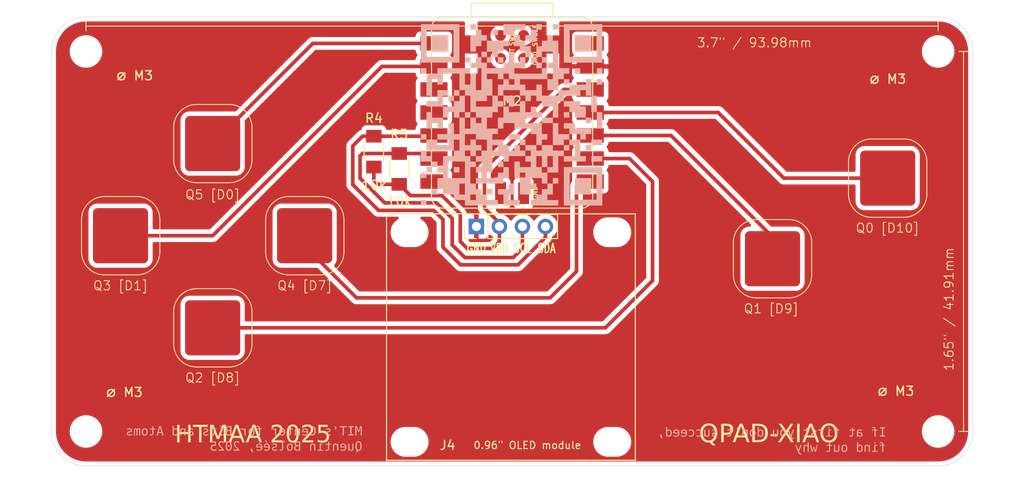
<source format=kicad_pcb>
(kicad_pcb
	(version 20241229)
	(generator "pcbnew")
	(generator_version "9.0")
	(general
		(thickness 1.6)
		(legacy_teardrops no)
	)
	(paper "A4")
	(layers
		(0 "F.Cu" signal)
		(2 "B.Cu" signal)
		(9 "F.Adhes" user "F.Adhesive")
		(11 "B.Adhes" user "B.Adhesive")
		(13 "F.Paste" user)
		(15 "B.Paste" user)
		(5 "F.SilkS" user "F.Silkscreen")
		(7 "B.SilkS" user "B.Silkscreen")
		(1 "F.Mask" user)
		(3 "B.Mask" user)
		(17 "Dwgs.User" user "User.Drawings")
		(19 "Cmts.User" user "User.Comments")
		(21 "Eco1.User" user "User.Eco1")
		(23 "Eco2.User" user "User.Eco2")
		(25 "Edge.Cuts" user)
		(27 "Margin" user)
		(31 "F.CrtYd" user "F.Courtyard")
		(29 "B.CrtYd" user "B.Courtyard")
		(35 "F.Fab" user)
		(33 "B.Fab" user)
		(39 "User.1" user)
		(41 "User.2" user)
		(43 "User.3" user)
		(45 "User.4" user)
	)
	(setup
		(pad_to_mask_clearance 0)
		(allow_soldermask_bridges_in_footprints no)
		(tenting front back)
		(pcbplotparams
			(layerselection 0x00000000_00000000_55555555_5755f5ff)
			(plot_on_all_layers_selection 0x00000000_00000000_00000000_00000000)
			(disableapertmacros no)
			(usegerberextensions no)
			(usegerberattributes yes)
			(usegerberadvancedattributes yes)
			(creategerberjobfile yes)
			(dashed_line_dash_ratio 12.000000)
			(dashed_line_gap_ratio 3.000000)
			(svgprecision 4)
			(plotframeref no)
			(mode 1)
			(useauxorigin no)
			(hpglpennumber 1)
			(hpglpenspeed 20)
			(hpglpendiameter 15.000000)
			(pdf_front_fp_property_popups yes)
			(pdf_back_fp_property_popups yes)
			(pdf_metadata yes)
			(pdf_single_document no)
			(dxfpolygonmode yes)
			(dxfimperialunits yes)
			(dxfusepcbnewfont yes)
			(psnegative no)
			(psa4output no)
			(plot_black_and_white yes)
			(plotinvisibletext no)
			(sketchpadsonfab no)
			(plotpadnumbers no)
			(hidednponfab no)
			(sketchdnponfab yes)
			(crossoutdnponfab yes)
			(subtractmaskfromsilk no)
			(outputformat 1)
			(mirror no)
			(drillshape 0)
			(scaleselection 1)
			(outputdirectory "gerber")
		)
	)
	(net 0 "")
	(net 1 "GND")
	(net 2 "+3.3V")
	(net 3 "/SDA")
	(net 4 "/SCL")
	(net 5 "unconnected-(M2-RESET-Pad18)")
	(net 6 "/TOUCH2")
	(net 7 "unconnected-(M2-P28{slash}D2-Pad3)")
	(net 8 "unconnected-(M2-SWCLK-Pad20)")
	(net 9 "/TOUCH5")
	(net 10 "unconnected-(M2-P29{slash}D3-Pad4)")
	(net 11 "/TOUCH3")
	(net 12 "/TOUCH4")
	(net 13 "unconnected-(M2-SWDIO-Pad17)")
	(net 14 "/TOUCH1")
	(net 15 "/TOUCH0")
	(net 16 "unconnected-(M2-P0{slash}D6-Pad7)")
	(net 17 "unconnected-(M2-GND-Pad19)")
	(net 18 "unconnected-(M2-VIN-Pad16)")
	(net 19 "unconnected-(M2-5V-Pad14)")
	(net 20 "unconnected-(M2-GND-Pad15)")
	(footprint "footprints:Display_128x64_096_I2C" (layer "F.Cu") (at 139.573 91.694))
	(footprint "fab:R_1206" (layer "F.Cu") (at 124.46 83.439 -90))
	(footprint "fab:R_1206" (layer "F.Cu") (at 127.254 85.344 -90))
	(footprint "fab:SeeedStudio_XIAO_RP2040" (layer "F.Cu") (at 139.7 79.121))
	(footprint "MountingHole:MountingHole_3.2mm_M3" (layer "B.Cu") (at 92.71 114.3 180))
	(footprint "MountingHole:MountingHole_3.2mm_M3" (layer "B.Cu") (at 186.69 72.39 180))
	(footprint "MountingHole:MountingHole_3.2mm_M3" (layer "B.Cu") (at 92.71 72.39 180))
	(footprint "MountingHole:MountingHole_3.2mm_M3" (layer "B.Cu") (at 186.69 114.3 180))
	(gr_rect
		(start 104.14 100.33)
		(end 109.22 105.41)
		(stroke
			(width 1)
			(type solid)
		)
		(fill yes)
		(layers "F.Cu" "F.Mask")
		(net 6)
		(uuid "099e1744-420e-411d-80b1-ba6c7348a549")
	)
	(gr_rect
		(start 178.583002 83.82)
		(end 183.663002 88.9)
		(stroke
			(width 1)
			(type solid)
		)
		(fill yes)
		(layers "F.Cu" "F.Mask")
		(net 15)
		(uuid "1c57cc5a-9f0f-4c3c-942f-b913c729d6f8")
	)
	(gr_rect
		(start 165.883001 92.709999)
		(end 170.963001 97.789999)
		(stroke
			(width 1)
			(type solid)
		)
		(fill yes)
		(layers "F.Cu" "F.Mask")
		(net 14)
		(uuid "47ef1163-4856-4207-a63a-265b98545e8a")
	)
	(gr_rect
		(start 114.281949 90.17)
		(end 119.361949 95.25)
		(stroke
			(width 1)
			(type solid)
		)
		(fill yes)
		(layers "F.Cu" "F.Mask")
		(net 12)
		(uuid "ba48a0d1-a837-429a-884e-ec1c3dcb0a3c")
	)
	(gr_rect
		(start 93.98 90.17)
		(end 99.06 95.25)
		(stroke
			(width 1)
			(type solid)
		)
		(fill yes)
		(layers "F.Cu" "F.Mask")
		(net 11)
		(uuid "c339f9b6-cf83-4ce4-a4ad-f771dba50afb")
	)
	(gr_rect
		(start 104.14 80.01)
		(end 109.22 85.09)
		(stroke
			(width 1)
			(type solid)
		)
		(fill yes)
		(layers "F.Cu" "F.Mask")
		(net 9)
		(uuid "dc7ce849-43b1-4baf-8a50-b67de3040811")
	)
	(gr_arc
		(start 108.476051 98.552)
		(mid 110.272134 99.295931)
		(end 111.016051 101.092)
		(stroke
			(width 0.1)
			(type default)
		)
		(layer "F.SilkS")
		(uuid "010b032e-a9b0-4ae5-944f-f0977cd83fbc")
	)
	(gr_arc
		(start 170.201001 90.931999)
		(mid 171.997052 91.675948)
		(end 172.741001 93.471999)
		(stroke
			(width 0.1)
			(type default)
		)
		(layer "F.SilkS")
		(uuid "01c2c569-bab4-4304-9bb4-87c87092a597")
	)
	(gr_arc
		(start 172.741001 97.027999)
		(mid 171.997053 98.824051)
		(end 170.201001 99.567999)
		(stroke
			(width 0.1)
			(type default)
		)
		(layer "F.SilkS")
		(uuid "048c3027-4b8a-4203-91b7-36e4951f695a")
	)
	(gr_arc
		(start 104.920051 107.188)
		(mid 103.124031 106.444034)
		(end 102.380051 104.648)
		(stroke
			(width 0.1)
			(type default)
		)
		(layer "F.SilkS")
		(uuid "0527451d-d0a1-4263-86c5-05619916dfe2")
	)
	(gr_line
		(start 185.441002 84.582)
		(end 185.441002 88.138)
		(stroke
			(width 0.1)
			(type default)
		)
		(layer "F.SilkS")
		(uuid "122f9286-78a6-4ef8-a620-b2550a96b3f1")
	)
	(gr_line
		(start 112.522 94.488)
		(end 112.522 90.932)
		(stroke
			(width 0.1)
			(type default)
		)
		(layer "F.SilkS")
		(uuid "12d933c6-52e4-4b6d-ae01-1fb00c356c25")
	)
	(gr_line
		(start 188.976 72.39)
		(end 189.992 72.39)
		(stroke
			(width 0.1)
			(type default)
		)
		(layer "F.SilkS")
		(uuid "1eb11ffa-f5ee-4a57-8de2-580529a1e501")
	)
	(gr_arc
		(start 92.22005 90.932001)
		(mid 92.963995 89.135931)
		(end 94.76005 88.392001)
		(stroke
			(width 0.1)
			(type default)
		)
		(layer "F.SilkS")
		(uuid "23d40d26-c144-468f-8775-25d5b747ecfb")
	)
	(gr_line
		(start 164.105001 97.027999)
		(end 164.105001 93.471999)
		(stroke
			(width 0.1)
			(type default)
		)
		(layer "F.SilkS")
		(uuid "274245d5-90b3-4534-bcca-549512d0b4e4")
	)
	(gr_line
		(start 98.31605 97.028001)
		(end 94.76005 97.028001)
		(stroke
			(width 0.1)
			(type default)
		)
		(layer "F.SilkS")
		(uuid "2a313935-3937-49d0-a75b-b19a6a9c8a33")
	)
	(gr_arc
		(start 111.016051 104.648)
		(mid 110.272099 106.444034)
		(end 108.476051 107.188)
		(stroke
			(width 0.1)
			(type default)
		)
		(layer "F.SilkS")
		(uuid "2c00416f-a075-41fd-9ccf-37714915abdb")
	)
	(gr_line
		(start 179.345002 82.042)
		(end 182.901002 82.042)
		(stroke
			(width 0.1)
			(type default)
		)
		(layer "F.SilkS")
		(uuid "361fb119-97a7-42e8-8801-2629817a125e")
	)
	(gr_line
		(start 166.645001 90.931999)
		(end 170.201001 90.931999)
		(stroke
			(width 0.1)
			(type default)
		)
		(layer "F.SilkS")
		(uuid "3c7d0771-a9f3-4484-9b7c-e85c3616d998")
	)
	(gr_arc
		(start 98.31605 88.392001)
		(mid 100.112133 89.135932)
		(end 100.85605 90.932001)
		(stroke
			(width 0.1)
			(type default)
		)
		(layer "F.SilkS")
		(uuid "3fd72996-e24f-4fb4-affa-916e212f9098")
	)
	(gr_line
		(start 100.85605 90.932001)
		(end 100.85605 94.488001)
		(stroke
			(width 0.1)
			(type default)
		)
		(layer "F.SilkS")
		(uuid "4018fd94-56b7-4b6d-a71f-9638618a17b6")
	)
	(gr_line
		(start 108.476051 107.188)
		(end 104.920051 107.188)
		(stroke
			(width 0.1)
			(type default)
		)
		(layer "F.SilkS")
		(uuid "4530026c-0ab6-4be6-a68c-684bfeaa6ffc")
	)
	(gr_line
		(start 102.380051 104.648)
		(end 102.380051 101.092)
		(stroke
			(width 0.1)
			(type default)
		)
		(layer "F.SilkS")
		(uuid "4f9d8f0a-2c00-4f88-a343-f75cc19c00c4")
	)
	(gr_line
		(start 104.920051 78.232)
		(end 108.476051 78.232)
		(stroke
			(width 0.1)
			(type default)
		)
		(layer "F.SilkS")
		(uuid "51fd2154-9e16-43c6-a784-3209ea0aaf15")
	)
	(gr_line
		(start 170.201001 99.567999)
		(end 166.645001 99.567999)
		(stroke
			(width 0.1)
			(type default)
		)
		(layer "F.SilkS")
		(uuid "5d04ae98-7c90-4023-adf8-167bb06ccf7b")
	)
	(gr_arc
		(start 100.85605 94.488001)
		(mid 100.112098 96.284034)
		(end 98.31605 97.028001)
		(stroke
			(width 0.1)
			(type default)
		)
		(layer "F.SilkS")
		(uuid "638fdedf-a036-4a3d-9b2d-d790199c398f")
	)
	(gr_arc
		(start 179.345002 90.678)
		(mid 177.548949 89.934052)
		(end 176.805002 88.138)
		(stroke
			(width 0.1)
			(type default)
		)
		(layer "F.SilkS")
		(uuid "6bf5dc2e-431e-4aa0-8346-ae6a538c3d8a")
	)
	(gr_arc
		(start 102.380051 80.772)
		(mid 103.123997 78.975931)
		(end 104.920051 78.232)
		(stroke
			(width 0.1)
			(type default)
		)
		(layer "F.SilkS")
		(uuid "6c251abd-8557-4dec-843f-94c2633830c8")
	)
	(gr_line
		(start 172.741001 93.471999)
		(end 172.741001 97.027999)
		(stroke
			(width 0.1)
			(type default)
		)
		(layer "F.SilkS")
		(uuid "6e2c5ef4-a71d-4d28-a469-84dfa22def32")
	)
	(gr_line
		(start 118.618 97.028)
		(end 115.062 97.028)
		(stroke
			(width 0.1)
			(type default)
		)
		(layer "F.SilkS")
		(uuid "6e6d0a05-97f5-4482-8b7b-2b3b863f93a3")
	)
	(gr_line
		(start 108.476051 86.868)
		(end 104.920051 86.868)
		(stroke
			(width 0.1)
			(type default)
		)
		(layer "F.SilkS")
		(uuid "717a5a9b-660d-4b8d-ba2a-0840d39ee9d0")
	)
	(gr_arc
		(start 112.522 90.932)
		(mid 113.265919 89.135919)
		(end 115.062 88.392)
		(stroke
			(width 0.1)
			(type default)
		)
		(layer "F.SilkS")
		(uuid "76936ed9-e6fa-4ca9-a484-7014c59054f0")
	)
	(gr_line
		(start 115.062 88.392)
		(end 118.618 88.392)
		(stroke
			(width 0.1)
			(type default)
		)
		(layer "F.SilkS")
		(uuid "77626858-6a35-40fa-808c-5177f7340bbb")
	)
	(gr_arc
		(start 94.76005 97.028001)
		(mid 92.964031 96.284035)
		(end 92.22005 94.488001)
		(stroke
			(width 0.1)
			(type default)
		)
		(layer "F.SilkS")
		(uuid "7a7f1d6c-3543-441c-bb96-7505055a5da7")
	)
	(gr_line
		(start 111.016051 101.092)
		(end 111.016051 104.648)
		(stroke
			(width 0.1)
			(type default)
		)
		(layer "F.SilkS")
		(uuid "86e76a7a-dcb6-4736-9195-42c113dc8024")
	)
	(gr_arc
		(start 115.062 97.028)
		(mid 113.265949 96.284051)
		(end 112.522 94.488)
		(stroke
			(width 0.1)
			(type default)
		)
		(layer "F.SilkS")
		(uuid "89156512-0f3b-4259-9574-3e59636af495")
	)
	(gr_line
		(start 121.158 90.932)
		(end 121.158 94.488)
		(stroke
			(width 0.1)
			(type default)
		)
		(layer "F.SilkS")
		(uuid "92427397-7875-466e-9430-4ea6e6a5c7e1")
	)
	(gr_arc
		(start 118.618 88.392)
		(mid 120.414051 89.135949)
		(end 121.158 90.932)
		(stroke
			(width 0.1)
			(type default)
		)
		(layer "F.SilkS")
		(uuid "94a9fd88-3145-43d0-a305-0c2eb510a5e8")
	)
	(gr_line
		(start 189.484 72.39)
		(end 189.484 114.3)
		(stroke
			(width 0.1)
			(type solid)
		)
		(layer "F.SilkS")
		(uuid "98cd0c39-42e2-4655-82ca-f5284803a2be")
	)
	(gr_line
		(start 102.380051 84.328)
		(end 102.380051 80.772)
		(stroke
			(width 0.1)
			(type default)
		)
		(layer "F.SilkS")
		(uuid "9a266ae4-5416-4e31-aebd-60c6b60c64e7")
	)
	(gr_line
		(start 186.69 70.104)
		(end 186.69 69.088)
		(stroke
			(width 0.1)
			(type default)
		)
		(layer "F.SilkS")
		(uuid "aa5a45b2-9a29-4157-bfb5-02f1e2466f4f")
	)
	(gr_arc
		(start 104.920051 86.868)
		(mid 103.124031 86.124034)
		(end 102.380051 84.328)
		(stroke
			(width 0.1)
			(type default)
		)
		(layer "F.SilkS")
		(uuid "b1272414-6e6f-4b26-8076-2413bb986036")
	)
	(gr_arc
		(start 176.805002 84.582)
		(mid 177.548951 82.785949)
		(end 179.345002 82.042)
		(stroke
			(width 0.1)
			(type default)
		)
		(layer "F.SilkS")
		(uuid "b2cd6605-9a65-489a-814e-dfbc1301ca26")
	)
	(gr_arc
		(start 166.645001 99.567999)
		(mid 164.848949 98.824051)
		(end 164.105001 97.027999)
		(stroke
			(width 0.1)
			(type default)
		)
		(layer "F.SilkS")
		(uuid "b365c0c6-1efa-4fdb-bd4e-d93f8d7b5256")
	)
	(gr_arc
		(start 121.158 94.488)
		(mid 120.414022 96.284022)
		(end 118.618 97.028)
		(stroke
			(width 0.1)
			(type default)
		)
		(layer "F.SilkS")
		(uuid "b52dd99d-9dee-4055-a67a-ad6043ebf15b")
	)
	(gr_line
		(start 182.901002 90.678)
		(end 179.345002 90.678)
		(stroke
			(width 0.1)
			(type default)
		)
		(layer "F.SilkS")
		(uuid "b7f4e0a8-3a06-4c6b-b3d7-1fb424072959")
	)
	(gr_arc
		(start 102.380051 101.092)
		(mid 103.123997 99.295931)
		(end 104.920051 98.552)
		(stroke
			(width 0.1)
			(type default)
		)
		(layer "F.SilkS")
		(uuid "bb103162-5b3d-4748-8ff5-c61492fcd948")
	)
	(gr_line
		(start 188.976 114.3)
		(end 189.992 114.3)
		(stroke
			(width 0.1)
			(type default)
		)
		(layer "F.SilkS")
		(uuid "c433c55c-33c1-428f-9483-214c07c07912")
	)
	(gr_arc
		(start 164.105001 93.471999)
		(mid 164.84895 91.675949)
		(end 166.645001 90.931999)
		(stroke
			(width 0.1)
			(type default)
		)
		(layer "F.SilkS")
		(uuid "c65a6623-0519-45a6-96b3-270b0a6abbbd")
	)
	(gr_line
		(start 111.016051 80.772)
		(end 111.016051 84.328)
		(stroke
			(width 0.1)
			(type default)
		)
		(layer "F.SilkS")
		(uuid "cbbef299-c577-46c6-9ec0-ea1f7d3fdb48")
	)
	(gr_arc
		(start 185.441002 88.138)
		(mid 184.697053 89.934052)
		(end 182.901002 90.678)
		(stroke
			(width 0.1)
			(type default)
		)
		(layer "F.SilkS")
		(uuid "d08553c5-429f-4173-b447-8d109a493915")
	)
	(gr_line
		(start 176.805002 88.138)
		(end 176.805002 84.582)
		(stroke
			(width 0.1)
			(type default)
		)
		(layer "F.SilkS")
		(uuid "d0b309bb-f6b7-427a-a90d-8fa9a0ca5ff6")
	)
	(gr_arc
		(start 111.016051 84.328)
		(mid 110.272099 86.124034)
		(end 108.476051 86.868)
		(stroke
			(width 0.1)
			(type default)
		)
		(layer "F.SilkS")
		(uuid "d9b96992-c198-4019-83f1-8da8ecf9083c")
	)
	(gr_arc
		(start 182.901002 82.042)
		(mid 184.697052 82.785949)
		(end 185.441002 84.582)
		(stroke
			(width 0.1)
			(type default)
		)
		(layer "F.SilkS")
		(uuid "dbc0da8c-a7a4-4ade-ad28-bf3f3c10c0ed")
	)
	(gr_line
		(start 92.71 69.596)
		(end 186.69 69.596)
		(stroke
			(width 0.1)
			(type default)
		)
		(layer "F.SilkS")
		(uuid "e0cf2e1d-a43b-4130-baaf-81fa4cd299f9")
	)
	(gr_line
		(start 94.76005 88.392001)
		(end 98.31605 88.392001)
		(stroke
			(width 0.1)
			(type default)
		)
		(layer "F.SilkS")
		(uuid "e1d33ae9-619d-40f4-84a0-b0b4ef6342bb")
	)
	(gr_line
		(start 104.920051 98.552)
		(end 108.476051 98.552)
		(stroke
			(width 0.1)
			(type default)
		)
		(layer "F.SilkS")
		(uuid "e9018d3a-fcb1-4332-ad78-70134a7a54ac")
	)
	(gr_line
		(start 92.71 70.104)
		(end 92.71 69.088)
		(stroke
			(width 0.1)
			(type default)
		)
		(layer "F.SilkS")
		(uuid "e9590548-2924-41b1-b43f-5809123b67a3")
	)
	(gr_arc
		(start 108.476051 78.232)
		(mid 110.272134 78.975931)
		(end 111.016051 80.772)
		(stroke
			(width 0.1)
			(type default)
		)
		(layer "F.SilkS")
		(uuid "e97e375d-0808-42ed-b06a-df65c5bacd80")
	)
	(gr_line
		(start 92.22005 94.488001)
		(end 92.22005 90.932001)
		(stroke
			(width 0.1)
			(type default)
		)
		(layer "F.SilkS")
		(uuid "ea95f95a-f112-43c7-ad31-d4bbe4cee306")
	)
	(gr_poly
		(pts
			(xy 145.40854 71.505057) (xy 145.40854 73.626272) (xy 147.529752 73.626272) (xy 149.650964 73.626272)
			(xy 149.650964 71.505057) (xy 149.005803 71.505057) (xy 149.005803 72.9811) (xy 147.529752 72.9811)
			(xy 146.053701 72.9811) (xy 146.053701 71.505057) (xy 146.053701 70.029013) (xy 147.529752 70.029013)
			(xy 149.005803 70.029013) (xy 149.005803 71.505057) (xy 149.650964 71.505057) (xy 149.650964 69.383841)
			(xy 147.529752 69.383841) (xy 145.40854 69.383841)
		)
		(stroke
			(width -0.000001)
			(type solid)
		)
		(fill yes)
		(layer "B.SilkS")
		(uuid "01dbfe71-cf28-4be5-ba47-d488151ed3c0")
	)
	(gr_poly
		(pts
			(xy 136.9237 73.323248) (xy 136.9237 73.626272) (xy 137.226732 73.626272) (xy 137.52976 73.626272)
			(xy 137.52976 73.323248) (xy 137.52976 73.020216) (xy 137.226732 73.020216) (xy 136.9237 73.020216)
		)
		(stroke
			(width -0.000001)
			(type solid)
		)
		(fill yes)
		(layer "B.SilkS")
		(uuid "04bff620-07b3-4682-99b6-493928917f94")
	)
	(gr_poly
		(pts
			(xy 130.25699 85.444464) (xy 130.25699 85.747488) (xy 130.560022 85.747488) (xy 130.863054 85.747488)
			(xy 130.863054 85.444456) (xy 130.863054 85.141424) (xy 130.560022 85.141424) (xy 130.25699 85.141424)
		)
		(stroke
			(width -0.000001)
			(type solid)
		)
		(fill yes)
		(layer "B.SilkS")
		(uuid "07295420-4888-4292-8181-f656ea5b7475")
	)
	(gr_poly
		(pts
			(xy 144.196412 69.68688) (xy 144.196412 69.989905) (xy 144.499444 69.989905) (xy 144.802476 69.989905)
			(xy 144.802472 69.68688) (xy 144.802472 69.383848) (xy 144.499444 69.383848) (xy 144.196412 69.383848)
		)
		(stroke
			(width -0.000001)
			(type solid)
		)
		(fill yes)
		(layer "B.SilkS")
		(uuid "08d510e7-68cd-4b5f-9cdd-59973dcfde3d")
	)
	(gr_poly
		(pts
			(xy 144.19642 80.292944) (xy 144.196428 80.292944) (xy 144.196428 80.292929) (xy 144.19642 80.292929)
		)
		(stroke
			(width -0.000001)
			(type solid)
		)
		(fill yes)
		(layer "B.SilkS")
		(uuid "17986e5d-2a81-46c8-9502-e04fa1baaba3")
	)
	(gr_poly
		(pts
			(xy 146.62066 71.505057) (xy 146.62066 72.414152) (xy 147.529748 72.414152) (xy 148.43884 72.414152)
			(xy 148.43884 71.505057) (xy 148.43884 70.595961) (xy 147.529748 70.595961) (xy 146.62066 70.595961)
		)
		(stroke
			(width -0.000001)
			(type solid)
		)
		(fill yes)
		(layer "B.SilkS")
		(uuid "2a58a75b-58f3-4c1d-b505-594b134b3456")
	)
	(gr_poly
		(pts
			(xy 135.105501 69.68688) (xy 135.105501 69.989905) (xy 135.408532 69.989905) (xy 135.711564 69.989905)
			(xy 135.711564 70.292937) (xy 135.711564 70.595961) (xy 135.408532 70.595961) (xy 135.105501 70.595961)
			(xy 135.105501 71.505057) (xy 135.105501 72.414152) (xy 135.408532 72.414152) (xy 135.711564 72.414152)
			(xy 135.711564 72.111113) (xy 135.711564 71.808089) (xy 136.014596 71.808089) (xy 136.317628 71.808089)
			(xy 136.317628 71.505057) (xy 136.317628 71.202017) (xy 136.62066 71.202017) (xy 136.923692 71.202017)
			(xy 136.923692 71.808089) (xy 136.923692 72.414145) (xy 136.62066 72.414145) (xy 136.317628 72.414145)
			(xy 136.317628 72.717169) (xy 136.317628 73.020209) (xy 136.014596 73.020209) (xy 135.711564 73.020209)
			(xy 135.711564 73.323241) (xy 135.711564 73.626265) (xy 135.408532 73.626265) (xy 135.105501 73.626265)
			(xy 135.105501 73.323241) (xy 135.105501 73.020209) (xy 134.802469 73.020209) (xy 134.499437 73.020209)
			(xy 134.499437 73.323241) (xy 134.499437 73.626265) (xy 134.802469 73.626265) (xy 135.105501 73.626265)
			(xy 135.105501 73.929297) (xy 135.105501 74.232321) (xy 133.287317 74.232321) (xy 131.469133 74.232321)
			(xy 131.469133 74.535361) (xy 131.469133 74.838385) (xy 130.863069 74.838385) (xy 130.257005 74.838385)
			(xy 130.257005 74.535361) (xy 130.257005 74.232321) (xy 129.953973 74.232321) (xy 129.650941 74.232321)
			(xy 129.650941 74.535361) (xy 129.650941 74.838385) (xy 129.953973 74.838385) (xy 130.257005 74.838385)
			(xy 130.257005 76.050513) (xy 130.257005 77.262633) (xy 130.560037 77.262633) (xy 130.863069 77.262633)
			(xy 130.863069 76.353537) (xy 130.863069 75.444456) (xy 131.166101 75.444456) (xy 131.469133 75.444456)
			(xy 131.469133 75.747481) (xy 131.469133 76.05052) (xy 131.772165 76.05052) (xy 132.075197 76.05052)
			(xy 132.075197 75.444464) (xy 132.075197 74.838393) (xy 132.984292 74.838393) (xy 133.893388 74.838393)
			(xy 133.893388 75.747488) (xy 133.893388 76.656584) (xy 133.590356 76.656584) (xy 133.287324 76.656584)
			(xy 133.287324 76.959608) (xy 133.287324 77.26264) (xy 132.984292 77.26264) (xy 132.68126 77.26264)
			(xy 132.68126 76.959608) (xy 132.68126 76.656584) (xy 132.075197 76.656584) (xy 131.469133 76.656584)
			(xy 131.469133 77.26264) (xy 131.469133 77.868696) (xy 130.863069 77.868696) (xy 130.257005 77.868696)
			(xy 130.257005 78.171728) (xy 130.257005 78.474753) (xy 131.166093 78.474753) (xy 132.075181 78.474753)
			(xy 132.075181 79.080809) (xy 132.075181 79.68688) (xy 131.469117 79.68688) (xy 130.863054 79.68688)
			(xy 130.863054 79.383848) (xy 130.863054 79.080817) (xy 130.560022 79.080817) (xy 130.25699 79.080817)
			(xy 130.25699 79.989912) (xy 130.25699 80.899008) (xy 130.560022 80.899008) (xy 130.863054 80.899008)
			(xy 130.863054 80.595976) (xy 130.863054 80.292952) (xy 131.166086 80.292952) (xy 131.469117 80.292952)
			(xy 131.469117 80.595976) (xy 131.469117 80.899008) (xy 131.772149 80.899008) (xy 132.075181 80.899008)
			(xy 132.075181 80.292952) (xy 132.075181 79.686896) (xy 132.378213 79.686896) (xy 132.681245 79.686896)
			(xy 132.681245 79.383864) (xy 132.681245 79.080832) (xy 132.984277 79.080832) (xy 133.287309 79.080832)
			(xy 133.287309 79.383864) (xy 133.287309 79.686896) (xy 133.590341 79.686896) (xy 133.893373 79.686896)
			(xy 133.893373 80.595976) (xy 133.893373 81.505072) (xy 133.590341 81.505072) (xy 133.287309 81.505072)
			(xy 133.287309 80.899016) (xy 133.287309 80.292959) (xy 132.984277 80.292959) (xy 132.681245 80.292959)
			(xy 132.681245 80.899016) (xy 132.681245 81.505072) (xy 132.075181 81.505072) (xy 131.469117 81.505072)
			(xy 131.469117 81.808104) (xy 131.469117 82.111128) (xy 130.863054 82.111128) (xy 130.25699 82.111128)
			(xy 130.25699 81.808104) (xy 130.25699 81.505072) (xy 129.953958 81.505072) (xy 129.650926 81.505072)
			(xy 129.650926 81.808104) (xy 129.650926 82.111128) (xy 129.953958 82.111128) (xy 130.25699 82.111128)
			(xy 130.25699 82.717184) (xy 130.25699 83.323241) (xy 129.953958 83.323241) (xy 129.650926 83.323241)
			(xy 129.650926 83.929312) (xy 129.650926 84.535368) (xy 130.25699 84.535368) (xy 130.863054 84.535368)
			(xy 130.863054 84.838392) (xy 130.863054 85.141417) (xy 131.166086 85.141417) (xy 131.469117 85.141417)
			(xy 131.469117 85.444456) (xy 131.469117 85.747481) (xy 131.772149 85.747481) (xy 132.075181 85.747481)
			(xy 132.075181 86.05052) (xy 132.075181 86.353544) (xy 131.772149 86.353544) (xy 131.469117 86.353544)
			(xy 131.469117 86.959601) (xy 131.469117 87.565672) (xy 131.772149 87.565672) (xy 132.075181 87.565672)
			(xy 132.075181 87.868696) (xy 132.075181 88.171728) (xy 132.681245 88.171728) (xy 133.287309 88.171728)
			(xy 133.287309 88.474753) (xy 133.287309 88.777785) (xy 133.893373 88.777785) (xy 134.499437 88.777785)
			(xy 134.499437 89.080809) (xy 134.499437 89.383841) (xy 136.317621 89.383841) (xy 138.135801 89.383841)
			(xy 138.135801 89.080809) (xy 138.135801 88.777785) (xy 137.529741 88.777785) (xy 136.923681 88.777785)
			(xy 136.923681 88.474753) (xy 135.711572 88.474753) (xy 135.711572 88.777785) (xy 135.40854 88.777785)
			(xy 135.105508 88.777785) (xy 135.105508 88.474753) (xy 135.105508 88.171728) (xy 135.40854 88.171728)
			(xy 135.711572 88.171728) (xy 135.711572 88.474753) (xy 136.923681 88.474753) (xy 136.923681 88.171728)
			(xy 137.226713 88.171728) (xy 137.529741 88.171728) (xy 137.529741 87.868696) (xy 137.529741 87.565672)
			(xy 137.226713 87.565672) (xy 136.923681 87.565672) (xy 136.923681 87.868696) (xy 136.923681 88.171728)
			(xy 136.620653 88.171728) (xy 136.317621 88.171728) (xy 136.317621 87.868696) (xy 136.317621 87.565672)
			(xy 136.014589 87.565672) (xy 135.711557 87.565672) (xy 134.499452 87.565672) (xy 134.499452 88.171728)
			(xy 134.19642 88.171728) (xy 133.893388 88.171728) (xy 133.893388 87.565672) (xy 133.893388 86.959601)
			(xy 134.19642 86.959601) (xy 134.499452 86.959601) (xy 134.499452 87.565672) (xy 135.711557 87.565672)
			(xy 135.711557 87.262633) (xy 135.711557 86.959601) (xy 135.408532 86.959601) (xy 135.105501 86.959601)
			(xy 135.105508 86.05052) (xy 135.105508 85.444464) (xy 134.499444 85.444464) (xy 134.499444 86.353544)
			(xy 133.590349 86.353544) (xy 132.68126 86.353544) (xy 132.68126 85.444464) (xy 132.68126 84.535368)
			(xy 133.590349 84.535368) (xy 134.499444 84.535368) (xy 134.499444 85.444464) (xy 135.105508 85.444464)
			(xy 135.105508 85.141417) (xy 135.40854 85.141417) (xy 135.711564 85.141417) (xy 135.711564 85.444456)
			(xy 135.711564 85.747481) (xy 136.014596 85.747481) (xy 136.317628 85.747481) (xy 136.317628 86.05052)
			(xy 136.317628 86.353544) (xy 136.014596 86.353544) (xy 135.711564 86.353544) (xy 135.711564 86.656576)
			(xy 135.711564 86.959601) (xy 137.226709 86.959601) (xy 138.741857 86.959601) (xy 138.741857 86.656569)
			(xy 138.741857 86.353537) (xy 139.044904 86.353537) (xy 139.347936 86.353537) (xy 139.347936 85.747481)
			(xy 139.347936 85.141417) (xy 139.044904 85.141417) (xy 138.741872 85.141417) (xy 138.741872 84.838385)
			(xy 138.741872 84.535361) (xy 139.044904 84.535361) (xy 139.347936 84.535361) (xy 139.347936 84.232329)
			(xy 138.741868 84.232329) (xy 138.741868 84.535368) (xy 138.438836 84.535368) (xy 138.135805 84.535368)
			(xy 138.135805 84.838392) (xy 138.135805 85.141424) (xy 138.438836 85.141424) (xy 138.741868 85.141424)
			(xy 138.741868 85.444464) (xy 138.741868 85.747488) (xy 138.438836 85.747488) (xy 138.135805 85.747488)
			(xy 138.135805 86.050528) (xy 138.135805 86.353552) (xy 137.529744 86.353552) (xy 136.923684 86.353552)
			(xy 136.923688 86.05052) (xy 136.923688 85.747481) (xy 137.22672 85.747481) (xy 137.529748 85.747481)
			(xy 137.529748 84.838385) (xy 136.317628 84.838385) (xy 136.317628 85.141417) (xy 136.014596 85.141417)
			(xy 135.711572 85.141417) (xy 135.711572 84.838385) (xy 135.711572 84.535361) (xy 136.014596 84.535361)
			(xy 136.317628 84.535361) (xy 136.317628 84.838385) (xy 137.529748 84.838385) (xy 137.529748 83.929304)
			(xy 138.135808 83.929304) (xy 138.741868 83.929304) (xy 138.741868 84.232329) (xy 139.347936 84.232329)
			(xy 139.347936 84.232321) (xy 139.347936 83.929297) (xy 140.257024 83.929297) (xy 141.166116 83.929297)
			(xy 141.166116 84.232321) (xy 141.166116 84.535361) (xy 141.469148 84.535361) (xy 141.77218 84.535361)
			(xy 141.77218 84.838385) (xy 141.77218 85.141417) (xy 141.16612 85.141417) (xy 140.56006 85.141417)
			(xy 140.56006 84.838385) (xy 140.56006 84.535361) (xy 140.257028 84.535361) (xy 139.953996 84.535361)
			(xy 139.953996 85.444456) (xy 139.953996 86.353537) (xy 140.257028 86.353537) (xy 140.560052 86.353537)
			(xy 140.560052 86.05052) (xy 140.560052 85.747481) (xy 140.86308 85.747481) (xy 141.166112 85.747481)
			(xy 141.166112 86.05052) (xy 141.166112 86.353544) (xy 140.86308 86.353544) (xy 140.56006 86.353544)
			(xy 140.56006 87.262633) (xy 140.56006 88.171728) (xy 141.16612 88.171728) (xy 141.77218 88.171728)
			(xy 141.77218 87.868696) (xy 141.77218 87.565672) (xy 142.075212 87.565672) (xy 142.378244 87.565672)
			(xy 142.378244 87.262633) (xy 142.378244 86.959601) (xy 142.075212 86.959601) (xy 141.77218 86.959601)
			(xy 141.77218 86.656576) (xy 141.77218 86.353544) (xy 142.37824 86.353544) (xy 142.9843 86.353544)
			(xy 142.9843 86.656576) (xy 142.9843 86.959601) (xy 143.287332 86.959601) (xy 143.590356 86.959601)
			(xy 143.590356 86.353544) (xy 143.590356 85.747488) (xy 144.196416 85.747488) (xy 144.802476 85.747488)
			(xy 144.802476 84.838392) (xy 144.802476 84.535361) (xy 144.19642 84.535361) (xy 144.19642 85.141417)
			(xy 143.893388 85.141417) (xy 143.590356 85.141417) (xy 143.590356 85.444456) (xy 143.590356 85.747481)
			(xy 143.287324 85.747481) (xy 142.984292 85.747481) (xy 142.984289 85.444464) (xy 142.984289 85.141417)
			(xy 142.68126 85.141417) (xy 142.378229 85.141417) (xy 142.378229 84.535361) (xy 142.378229 83.929304)
			(xy 142.68126 83.929304) (xy 142.984292 83.929304) (xy 142.984292 84.535361) (xy 142.984292 85.141417)
			(xy 143.287324 85.141417) (xy 143.590356 85.141417) (xy 143.590356 84.535361) (xy 143.590356 83.929304)
			(xy 143.893388 83.929304) (xy 144.19642 83.929304) (xy 144.19642 84.535361) (xy 144.802476 84.535361)
			(xy 144.802476 83.929312) (xy 145.105508 83.929312) (xy 145.408536 83.929312) (xy 145.408536 84.232336)
			(xy 145.408536 84.535376) (xy 146.62066 84.535376) (xy 147.83278 84.535376) (xy 147.83278 84.232336)
			(xy 147.83278 83.929312) (xy 147.529748 83.929312) (xy 147.226716 83.929312) (xy 147.226716 83.020216)
			(xy 147.226716 82.717169) (xy 146.620675 82.717169) (xy 146.620675 83.323225) (xy 146.620675 83.929297)
			(xy 146.014612 83.929297) (xy 145.408552 83.929297) (xy 145.40854 83.626265) (xy 145.40854 83.323233)
			(xy 145.711572 83.323233) (xy 146.014604 83.323233) (xy 146.0146 83.020209) (xy 146.0146 82.717169)
			(xy 145.711572 82.717169) (xy 145.408548 82.717169) (xy 145.408548 82.414152) (xy 145.408548 82.111113)
			(xy 145.71158 82.111113) (xy 146.014612 82.111113) (xy 146.014612 82.414145) (xy 146.014612 82.717169)
			(xy 146.317643 82.717169) (xy 146.620675 82.717169) (xy 147.226716 82.717169) (xy 147.226716 82.11112)
			(xy 147.529748 82.11112) (xy 147.83278 82.11112) (xy 147.83278 81.808089) (xy 147.226735 81.808089)
			(xy 147.226735 82.111113) (xy 146.620675 82.111113) (xy 146.014612 82.111113) (xy 146.014612 81.808089)
			(xy 146.014612 81.505057) (xy 146.620675 81.505057) (xy 147.226735 81.505057) (xy 147.226735 81.808089)
			(xy 147.83278 81.808089) (xy 147.83278 81.505057) (xy 148.135812 81.505057) (xy 148.438844 81.505057)
			(xy 148.438844 81.202017) (xy 148.438844 80.898993) (xy 147.529752 80.898993) (xy 146.620664 80.898993)
			(xy 146.620664 80.595961) (xy 146.620664 80.292937) (xy 146.0146 80.292937) (xy 145.40854 80.292937)
			(xy 145.40854 80.595961) (xy 145.40854 80.898993) (xy 145.711572 80.898993) (xy 146.014604 80.898993)
			(xy 146.014604 81.202017) (xy 146.014604 81.505057) (xy 145.408544 81.505057) (xy 144.802484 81.505057)
			(xy 144.802484 80.899) (xy 144.802484 80.292944) (xy 144.499452 80.292944) (xy 144.196428 80.292944)
			(xy 144.196428 81.505049) (xy 144.196428 82.717169) (xy 144.802488 82.717169) (xy 145.40854 82.717169)
			(xy 145.40854 83.020209) (xy 145.40854 83.323225) (xy 144.80248 83.323225) (xy 144.19642 83.323225)
			(xy 144.19642 83.020201) (xy 144.19642 82.717177) (xy 142.9843 82.717177) (xy 142.9843 83.020201)
			(xy 142.9843 83.323225) (xy 142.681268 83.323225) (xy 142.378236 83.323225) (xy 141.77218 83.323225)
			(xy 141.77218 83.626265) (xy 141.77218 83.929297) (xy 141.469148 83.929297) (xy 141.166116 83.929297)
			(xy 141.166116 83.626265) (xy 136.317628 83.626265) (xy 136.317628 83.929297) (xy 136.014596 83.929297)
			(xy 135.711572 83.929297) (xy 135.711564 83.929297) (xy 135.711564 84.232321) (xy 135.711564 84.535361)
			(xy 135.40854 84.535361) (xy 135.105508 84.535361) (xy 135.105508 84.232321) (xy 135.105508 83.929297)
			(xy 134.802476 83.929297) (xy 134.499444 83.929297) (xy 134.499444 83.626272) (xy 133.287309 83.626272)
			(xy 133.287309 83.929304) (xy 132.681245 83.929304) (xy 132.075181 83.929304) (xy 132.075181 84.535361)
			(xy 132.075181 85.141417) (xy 131.772149 85.141417) (xy 131.469117 85.141417) (xy 131.469133 84.838392)
			(xy 131.469133 84.535368) (xy 131.166101 84.535368) (xy 130.863069 84.535368) (xy 130.863069 84.232329)
			(xy 130.863069 83.929304) (xy 130.560037 83.929304) (xy 130.257005 83.929304) (xy 130.257005 83.626272)
			(xy 130.257005 83.323233) (xy 131.772157 83.323233) (xy 133.287309 83.323233) (xy 133.287309 83.626272)
			(xy 134.499444 83.626272) (xy 134.499444 83.626265) (xy 134.499444 83.323225) (xy 134.802476 83.323225)
			(xy 135.105508 83.323225) (xy 135.105508 83.626265) (xy 135.105508 83.929297) (xy 135.40854 83.929297)
			(xy 135.711564 83.929297) (xy 135.711572 83.929297) (xy 135.711572 83.626265) (xy 135.711572 83.323225)
			(xy 136.014604 83.323225) (xy 136.317628 83.323225) (xy 136.317628 83.626265) (xy 141.166116 83.626265)
			(xy 141.166116 83.323225) (xy 140.863084 83.323225) (xy 140.560056 83.323225) (xy 140.560056 83.020201)
			(xy 140.560056 82.717177) (xy 140.863084 82.717177) (xy 141.166116 82.717177) (xy 141.166116 83.020201)
			(xy 141.166116 83.323225) (xy 141.469148 83.323225) (xy 141.77218 83.323225) (xy 142.378236 83.323225)
			(xy 142.378236 83.020201) (xy 142.378236 82.717161) (xy 141.772176 82.717161) (xy 141.166116 82.717161)
			(xy 141.166116 82.414152) (xy 141.166116 82.11112) (xy 140.863084 82.11112) (xy 140.560056 82.11112)
			(xy 140.560056 81.808096) (xy 140.560056 81.505064) (xy 139.953996 81.505064) (xy 139.347936 81.505064)
			(xy 139.347936 81.808096) (xy 139.347936 82.11112) (xy 139.953996 82.11112) (xy 140.560056 82.11112)
			(xy 140.560056 82.414152) (xy 140.560056 82.717161) (xy 140.257024 82.717161) (xy 139.953996 82.717161)
			(xy 139.953996 83.020201) (xy 139.953996 83.323225) (xy 139.650964 83.323225) (xy 139.347936 83.323225)
			(xy 139.347936 83.020209) (xy 138.135812 83.020209) (xy 138.135812 83.323233) (xy 137.832784 83.323233)
			(xy 137.529752 83.323233) (xy 137.529752 83.020209) (xy 137.529752 82.717169) (xy 136.923688 82.717169)
			(xy 136.923688 83.323225) (xy 136.62066 83.323225) (xy 136.317636 83.323225) (xy 136.317636 83.020201)
			(xy 136.317636 82.717177) (xy 133.893373 82.717177) (xy 133.893373 83.323233) (xy 133.590341 83.323233)
			(xy 133.287309 83.323233) (xy 133.287309 82.717177) (xy 133.287309 82.414152) (xy 132.681276 82.414152)
			(xy 132.681276 82.717177) (xy 132.075212 82.717177) (xy 131.469148 82.717177) (xy 131.469148 82.414152)
			(xy 131.469148 82.11112) (xy 132.075212 82.11112) (xy 132.681276 82.11112) (xy 132.681276 82.414152)
			(xy 133.287309 82.414152) (xy 133.287309 82.11112) (xy 133.590341 82.11112) (xy 133.893373 82.11112)
			(xy 133.893373 82.717177) (xy 136.317636 82.717177) (xy 136.317636 82.717161) (xy 136.014604 82.717161)
			(xy 135.711572 82.717161) (xy 135.711572 82.414152) (xy 135.711572 82.111113) (xy 136.317628 82.111113)
			(xy 136.923688 82.111113) (xy 136.923688 82.717169) (xy 137.529752 82.717169) (xy 137.832784 82.717169)
			(xy 138.135812 82.717169) (xy 138.135812 83.020209) (xy 139.347936 83.020209) (xy 139.347936 83.020201)
			(xy 139.347936 82.717161) (xy 139.044904 82.717161) (xy 138.741872 82.717161) (xy 138.741872 82.414152)
			(xy 138.741872 82.111113) (xy 138.135812 82.111113) (xy 137.529752 82.111113) (xy 137.529752 81.808089)
			(xy 135.711564 81.808089) (xy 135.711564 82.111113) (xy 135.40854 82.111113) (xy 135.105508 82.111113)
			(xy 135.105508 82.414145) (xy 135.105508 82.717169) (xy 134.802476 82.717169) (xy 134.499444 82.717169)
			(xy 134.499444 82.111113) (xy 134.499444 81.505057) (xy 135.105501 81.505057) (xy 135.711564 81.505057)
			(xy 135.711564 81.808089) (xy 137.529752 81.808089) (xy 137.529752 81.505057) (xy 137.832784 81.505057)
			(xy 138.135812 81.505057) (xy 138.135812 81.202017) (xy 138.135812 80.899) (xy 138.438844 80.899)
			(xy 138.741876 80.899) (xy 138.741876 80.595968) (xy 138.741876 80.292944) (xy 139.34794 80.292944)
			(xy 139.954 80.292944) (xy 139.954 80.595968) (xy 139.954 80.899) (xy 140.863088 80.899) (xy 141.77218 80.899)
			(xy 141.77218 81.202025) (xy 141.77218 81.505064) (xy 142.075212 81.505064) (xy 142.378244 81.505064)
			(xy 142.378244 82.11112) (xy 142.378244 82.717177) (xy 142.681276 82.717177) (xy 142.9843 82.717177)
			(xy 144.19642 82.717177) (xy 144.19642 82.717161) (xy 143.59036 82.717161) (xy 142.984308 82.717161)
			(xy 142.9843 82.414152) (xy 142.9843 82.11112) (xy 143.287332 82.11112) (xy 143.590364 82.11112)
			(xy 143.590364 81.808096) (xy 143.590364 81.505064) (xy 143.287332 81.505064) (xy 142.9843 81.505064)
			(xy 142.9843 80.899008) (xy 142.9843 80.292952) (xy 142.075208 80.292952) (xy 141.16612 80.292952)
			(xy 141.16612 79.98992) (xy 141.16612 79.686896) (xy 142.075208 79.686896) (xy 142.9843 79.686896)
			(xy 142.9843 79.383864) (xy 142.9843 79.080832) (xy 142.681268 79.080832) (xy 142.378236 79.080832)
			(xy 142.378236 78.777785) (xy 142.378236 78.474753) (xy 142.075204 78.474753) (xy 141.772172 78.474753)
			(xy 141.772172 78.777785) (xy 141.772172 79.080809) (xy 141.46914 79.080809) (xy 141.166108 79.080809)
			(xy 141.166108 78.474753) (xy 141.166108 77.868689) (xy 140.863077 77.868689) (xy 140.560048 77.868689)
			(xy 140.560048 78.474745) (xy 140.560048 79.080801) (xy 139.953988 79.080801) (xy 139.347928 79.080801)
			(xy 139.347928 78.777785) (xy 139.347928 78.47476) (xy 139.044904 78.47476) (xy 138.741872 78.47476)
			(xy 138.741872 79.080817) (xy 138.741872 79.686888) (xy 138.438844 79.686888) (xy 138.135812 79.686888)
			(xy 138.135812 80.292944) (xy 138.135812 80.898993) (xy 137.529752 80.898993) (xy 136.923692 80.898993)
			(xy 136.923692 80.292937) (xy 136.923692 79.686896) (xy 136.317643 79.686896) (xy 136.317643 79.98992)
			(xy 136.317643 80.292952) (xy 136.014612 80.292952) (xy 135.71158 80.292952) (xy 135.71158 79.98992)
			(xy 135.71158 79.686896) (xy 135.408548 79.686896) (xy 135.105516 79.686896) (xy 135.105516 80.292952)
			(xy 135.105516 80.899008) (xy 134.802484 80.899008) (xy 134.499452 80.899008) (xy 134.499452 80.292944)
			(xy 134.499452 79.686888) (xy 134.19642 79.686888) (xy 133.893388 79.686888) (xy 133.893388 79.383856)
			(xy 133.893388 79.080824) (xy 134.19642 79.080824) (xy 134.499452 79.080824) (xy 134.499452 79.383848)
			(xy 134.499452 79.68688) (xy 134.802484 79.68688) (xy 135.105516 79.68688) (xy 135.105516 79.383848)
			(xy 135.105516 79.080832) (xy 135.408548 79.080832) (xy 135.71158 79.080832) (xy 135.71158 79.383864)
			(xy 135.71158 79.686896) (xy 136.014612 79.686896) (xy 136.317643 79.686896) (xy 136.923692 79.686896)
			(xy 136.923692 79.68688) (xy 137.226724 79.68688) (xy 137.529752 79.68688) (xy 137.529752 79.383841)
			(xy 137.529752 79.080809) (xy 137.832784 79.080809) (xy 138.135812 79.080809) (xy 138.135812 78.777785)
			(xy 138.135812 78.474753) (xy 138.438844 78.474753) (xy 138.741876 78.474753) (xy 138.741876 78.171728)
			(xy 138.741876 77.868704) (xy 139.044904 77.868704) (xy 139.347936 77.868704) (xy 139.347936 78.171736)
			(xy 139.347936 78.474753) (xy 139.650964 78.474753) (xy 139.953996 78.474753) (xy 139.953996 77.868696)
			(xy 139.953996 77.26264) (xy 139.347936 77.26264) (xy 138.741872 77.26264) (xy 138.741872 77.56568)
			(xy 138.741872 77.868696) (xy 138.438844 77.868696) (xy 138.135812 77.868696) (xy 138.135812 77.565672)
			(xy 138.135812 77.262633) (xy 137.832784 77.262633) (xy 137.529752 77.262633) (xy 137.529752 77.868689)
			(xy 137.529752 78.474745) (xy 136.620664 78.474745) (xy 135.711572 78.474745) (xy 135.711572 78.171751)
			(xy 135.105516 78.171751) (xy 135.105516 79.080817) (xy 134.802484 79.080817) (xy 134.499452 79.080817)
			(xy 134.499452 78.171744) (xy 134.499452 77.868719) (xy 133.287324 77.868719) (xy 133.287324 78.171744)
			(xy 133.287324 78.474768) (xy 132.68126 78.474768) (xy 132.075197 78.474768) (xy 132.075197 77.868712)
			(xy 132.075197 77.262655) (xy 132.378229 77.262655) (xy 132.68126 77.262655) (xy 132.68126 77.565695)
			(xy 132.68126 77.868719) (xy 132.984292 77.868719) (xy 133.287324 77.868719) (xy 134.499452 77.868719)
			(xy 134.499452 77.565687) (xy 133.893388 77.565687) (xy 133.893388 77.868712) (xy 133.590356 77.868712)
			(xy 133.287324 77.868712) (xy 133.287324 77.565695) (xy 133.287324 77.262655) (xy 133.590356 77.262655)
			(xy 133.893388 77.262655) (xy 133.893388 77.565687) (xy 134.499452 77.565687) (xy 134.499452 77.262655)
			(xy 134.802484 77.262655) (xy 135.105516 77.262655) (xy 135.105516 78.171751) (xy 135.711572 78.171751)
			(xy 135.711572 78.171721) (xy 135.711572 77.868689) (xy 136.317628 77.868689) (xy 136.923688 77.868689)
			(xy 136.923688 77.565665) (xy 136.923688 77.262625) (xy 137.22672 77.262625) (xy 137.529748 77.262625)
			(xy 137.529748 76.959624) (xy 134.499452 76.959624) (xy 134.499452 77.262648) (xy 134.19642 77.262648)
			(xy 133.893388 77.262648) (xy 133.893388 76.959624) (xy 133.893388 76.656599) (xy 134.19642 76.656599)
			(xy 134.499452 76.656599) (xy 134.499452 76.959624) (xy 137.529748 76.959624) (xy 137.529748 76.353529)
			(xy 137.529748 75.444449) (xy 137.22672 75.444449) (xy 136.923688 75.444449) (xy 136.317643 75.444449)
			(xy 136.317643 76.656569) (xy 136.014612 76.656569) (xy 135.71158 76.656569) (xy 135.71158 75.747481)
			(xy 135.71158 74.838385) (xy 135.408548 74.838385) (xy 135.105516 74.838385) (xy 135.105516 75.444456)
			(xy 135.105516 76.050513) (xy 134.802484 76.050513) (xy 134.499452 76.050513) (xy 134.499452 75.444456)
			(xy 134.499452 74.838385) (xy 134.802484 74.838385) (xy 135.105516 74.838385) (xy 135.105516 74.535361)
			(xy 135.105516 74.232321) (xy 135.71158 74.232321) (xy 136.317643 74.232321) (xy 136.317643 75.444449)
			(xy 136.923688 75.444449) (xy 136.923688 75.141417) (xy 136.923688 74.838385) (xy 137.529748 74.838385)
			(xy 138.135808 74.838385) (xy 138.135808 75.141417) (xy 138.135808 75.444456) (xy 138.43884 75.444456)
			(xy 138.741868 75.444456) (xy 138.741868 75.141417) (xy 138.741868 74.838385) (xy 139.044904 74.838385)
			(xy 139.347936 74.838385) (xy 139.347936 75.141417) (xy 139.347936 75.444456) (xy 139.650964 75.444456)
			(xy 139.953996 75.444456) (xy 139.953996 75.747481) (xy 139.953996 76.05052) (xy 139.650964 76.05052)
			(xy 139.347936 76.05052) (xy 139.347936 75.747481) (xy 139.347936 75.444456) (xy 139.044904 75.444456)
			(xy 138.741872 75.444456) (xy 138.741872 75.747481) (xy 138.741872 76.05052) (xy 138.438844 76.05052)
			(xy 138.135812 76.05052) (xy 138.135812 76.656576) (xy 138.135812 77.262633) (xy 138.438844 77.262633)
			(xy 138.741876 77.262633) (xy 138.741876 76.959593) (xy 138.741876 76.656569) (xy 139.650964 76.656569)
			(xy 140.560056 76.656569) (xy 140.560056 76.959593) (xy 140.560056 77.262625) (xy 140.863084 77.262625)
			(xy 141.166116 77.262625) (xy 141.166116 77.565665) (xy 141.166116 77.868689) (xy 141.469148 77.868689)
			(xy 141.77218 77.868689) (xy 141.77218 77.565665) (xy 141.77218 77.262625) (xy 142.075212 77.262625)
			(xy 142.378244 77.262625) (xy 142.378244 77.565665) (xy 142.378244 77.868689) (xy 142.681276 77.868689)
			(xy 142.984308 77.868689) (xy 142.984308 78.171721) (xy 142.984308 78.474745) (xy 143.590368 78.474745)
			(xy 144.196428 78.474745) (xy 144.196428 79.080801) (xy 144.196428 79.686873) (xy 143.590368 79.686873)
			(xy 142.984308 79.686873) (xy 142.984308 79.989897) (xy 142.984308 80.292929) (xy 143.590368 80.292929)
			(xy 144.19642 80.292929) (xy 144.19642 79.989912) (xy 144.19642 79.686888) (xy 144.499452 79.686888)
			(xy 144.802484 79.686888) (xy 144.802484 78.777792) (xy 144.802484 77.868696) (xy 145.105516 77.868696)
			(xy 145.408544 77.868696) (xy 145.408544 78.171728) (xy 145.408544 78.474753) (xy 145.711576 78.474753)
			(xy 146.014604 78.474753) (xy 146.014604 78.777785) (xy 146.014604 79.080809) (xy 146.317636 79.080809)
			(xy 146.620668 79.080809) (xy 146.620668 79.383841) (xy 146.620668 79.686873) (xy 147.226728 79.686873)
			(xy 147.832788 79.686873) (xy 147.832788 79.989897) (xy 147.832788 80.292929) (xy 148.135816 80.292929)
			(xy 148.438848 80.292929) (xy 148.438848 79.989897) (xy 148.438848 79.686873) (xy 148.135816 79.686873)
			(xy 147.832788 79.686873) (xy 147.832788 79.080801) (xy 147.832788 78.474745) (xy 147.529756 78.474745)
			(xy 147.226724 78.474745) (xy 147.226724 78.171721) (xy 147.226724 77.868689) (xy 146.317632 77.868689)
			(xy 145.40854 77.868689) (xy 145.40854 77.565665) (xy 145.40854 77.262625) (xy 146.317632 77.262625)
			(xy 147.226724 77.262625) (xy 147.226724 76.959593) (xy 147.226724 76.656569) (xy 147.529756 76.656569)
			(xy 147.832788 76.656569) (xy 147.832788 76.959593) (xy 147.832788 77.262625) (xy 148.135816 77.262625)
			(xy 148.438836 77.262625) (xy 148.438836 76.353529) (xy 148.438836 75.444449) (xy 148.135804 75.444449)
			(xy 147.832776 75.444449) (xy 147.832776 75.747473) (xy 147.832776 76.050513) (xy 146.923684 76.050513)
			(xy 146.014604 76.050513) (xy 146.014604 76.353537) (xy 146.014604 76.656569) (xy 145.408544 76.656569)
			(xy 144.802484 76.656569) (xy 144.802484 76.959593) (xy 144.802484 77.262625) (xy 143.893396 77.262625)
			(xy 142.984304 77.262625) (xy 142.984304 76.656576) (xy 142.984304 76.05052) (xy 142.681276 76.05052)
			(xy 142.378244 76.05052) (xy 142.378244 76.353544) (xy 142.378244 76.656576) (xy 141.772184 76.656576)
			(xy 141.166124 76.656576) (xy 141.166124 76.353544) (xy 141.166124 76.05052) (xy 140.863092 76.05052)
			(xy 140.560064 76.05052) (xy 140.560064 75.747481) (xy 140.560064 75.444456) (xy 142.075212 75.444456)
			(xy 143.590364 75.444456) (xy 143.590364 76.050505) (xy 143.590364 76.656561) (xy 144.196424 76.656561)
			(xy 144.802484 76.656561) (xy 144.802484 76.050505) (xy 144.802484 75.444449) (xy 145.105516 75.444449)
			(xy 145.408532 75.444449) (xy 145.408532 75.141417) (xy 145.408532 74.838385) (xy 145.711564 74.838385)
			(xy 146.014596 74.838385) (xy 146.014596 74.535361) (xy 146.014596 74.232321) (xy 145.408536 74.232321)
			(xy 144.802476 74.232321) (xy 144.196428 74.232321) (xy 144.196428 74.838377) (xy 144.196428 75.444449)
			(xy 143.893396 75.444449) (xy 143.590364 75.444449) (xy 143.590364 74.838385) (xy 143.590364 74.232329)
			(xy 143.287332 74.232329) (xy 142.9843 74.232329) (xy 142.9843 74.535368) (xy 142.9843 74.838393)
			(xy 141.469148 74.838393) (xy 139.953996 74.838393) (xy 139.953996 74.535368) (xy 139.953996 74.232329)
			(xy 140.560056 74.232329) (xy 141.166116 74.232329) (xy 141.166116 73.626272) (xy 138.741884 73.626272)
			(xy 138.741884 73.929304) (xy 138.741884 74.232329) (xy 137.832795 74.232329) (xy 136.923704 74.232329)
			(xy 136.9237 73.929304) (xy 136.9237 73.626272) (xy 136.620668 73.626272) (xy 136.317636 73.626272)
			(xy 136.317636 73.323248) (xy 136.317636 73.020216) (xy 136.620668 73.020216) (xy 136.9237 73.020216)
			(xy 136.9237 72.717169) (xy 136.9237 72.414152) (xy 137.226732 72.414152) (xy 137.52976 72.414152)
			(xy 137.52976 72.717177) (xy 137.52976 73.020216) (xy 137.832792 73.020216) (xy 138.13582 73.020216)
			(xy 138.13582 73.323248) (xy 138.13582 73.626272) (xy 138.438852 73.626272) (xy 138.741884 73.626272)
			(xy 141.166116 73.626272) (xy 141.166116 73.020216) (xy 141.469148 73.020216) (xy 141.77218 73.020216)
			(xy 141.77218 73.323248) (xy 141.77218 73.626272) (xy 142.075212 73.626272) (xy 142.378236 73.626272)
			(xy 142.378236 73.929304) (xy 142.378236 74.232329) (xy 142.681268 74.232329) (xy 142.9843 74.232329)
			(xy 142.984304 73.929304) (xy 142.984304 73.626272) (xy 143.287332 73.626272) (xy 143.590364 73.626272)
			(xy 143.590364 73.929297) (xy 143.590364 74.232321) (xy 143.893396 74.232321) (xy 144.196428 74.232321)
			(xy 144.802476 74.232321) (xy 144.802476 73.020209) (xy 144.196428 73.020209) (xy 144.196428 73.626265)
			(xy 143.893396 73.626265) (xy 143.590364 73.626265) (xy 143.590364 73.323248) (xy 142.9843 73.323248)
			(xy 142.9843 73.626272) (xy 142.681268 73.626272) (xy 142.378244 73.626272) (xy 142.378244 73.323248)
			(xy 142.378244 73.020216) (xy 142.681276 73.020216) (xy 142.9843 73.020216) (xy 142.9843 73.323248)
			(xy 143.590364 73.323248) (xy 143.590364 73.020216) (xy 143.287332 73.020216) (xy 142.984308 73.020216)
			(xy 142.984308 72.717169) (xy 142.984308 72.414152) (xy 143.590368 72.414152) (xy 144.196428 72.414152)
			(xy 144.196428 73.020209) (xy 144.802476 73.020209) (xy 144.802476 72.717169) (xy 144.802476 71.202017)
			(xy 144.499444 71.202017) (xy 144.196412 71.202017) (xy 144.196412 70.898993) (xy 144.196412 70.595961)
			(xy 143.89338 70.595961) (xy 143.590349 70.595961) (xy 143.590349 70.898993) (xy 143.590349 71.202017)
			(xy 143.287317 71.202017) (xy 142.984285 71.202017) (xy 142.984285 71.505057) (xy 142.984285 71.808089)
			(xy 142.681253 71.808089) (xy 142.378221 71.808089) (xy 142.378221 72.414145) (xy 142.378221 73.020201)
			(xy 142.075189 73.020201) (xy 141.772157 73.020201) (xy 141.772157 72.414152) (xy 141.772157 71.808089)
			(xy 141.469125 71.808089) (xy 141.166093 71.808089) (xy 141.166093 71.505057) (xy 141.166093 71.202017)
			(xy 141.772153 71.202017) (xy 142.378213 71.202017) (xy 142.378213 70.595961) (xy 142.378213 69.989905)
			(xy 142.075181 69.989905) (xy 141.772149 69.989905) (xy 141.772149 70.292937) (xy 141.772149 70.595961)
			(xy 141.469117 70.595961) (xy 141.166086 70.595961) (xy 141.166086 70.898993) (xy 141.166086 71.202017)
			(xy 140.863054 71.202017) (xy 140.560026 71.202017) (xy 140.560026 70.898993) (xy 140.560026 70.595961)
			(xy 140.256994 70.595961) (xy 139.953969 70.595961) (xy 139.953969 71.202017) (xy 139.953969 71.808089)
			(xy 140.256997 71.808089) (xy 140.560029 71.808089) (xy 140.560029 72.111113) (xy 140.560029 72.414145)
			(xy 140.863057 72.414145) (xy 141.166089 72.414145) (xy 141.166089 72.717169) (xy 141.166089 73.020209)
			(xy 140.863057 73.020209) (xy 140.560029 73.020209) (xy 140.560029 73.323241) (xy 140.560029 73.626265)
			(xy 140.256997 73.626265) (xy 139.953966 73.626265) (xy 139.953966 73.020209) (xy 139.953966 72.414152)
			(xy 139.650934 72.414152) (xy 139.347905 72.414152) (xy 139.347905 73.020209) (xy 139.347905 73.626265)
			(xy 139.044874 73.626265) (xy 138.741842 73.626265) (xy 138.741842 73.323241) (xy 138.741842 73.020209)
			(xy 138.438814 73.020209) (xy 138.135782 73.020209) (xy 138.135782 72.717169) (xy 138.135782 72.414152)
			(xy 138.438814 72.414152) (xy 138.741845 72.414152) (xy 138.741845 72.111113) (xy 138.741845 71.808089)
			(xy 139.044904 71.808089) (xy 139.347936 71.808089) (xy 139.347936 71.505057) (xy 139.347936 71.202017)
			(xy 138.135812 71.202017) (xy 136.923692 71.202017) (xy 136.923692 70.898993) (xy 136.923692 70.595961)
			(xy 136.62066 70.595961) (xy 136.317628 70.595961) (xy 136.317628 70.292937) (xy 136.317628 69.989905)
			(xy 136.014596 69.989905) (xy 135.711564 69.989905) (xy 135.711564 69.68688) (xy 135.711564 69.383848)
			(xy 135.408532 69.383848) (xy 135.105501 69.383848)
		)
		(stroke
			(width -0.000001)
			(type solid)
		)
		(fill yes)
		(layer "B.SilkS")
		(uuid "2c44d571-e28d-4854-b454-c603e855e436")
	)
	(gr_poly
		(pts
			(xy 146.62066 87.262633) (xy 146.62066 88.171728) (xy 147.529748 88.171728) (xy 148.43884 88.171728)
			(xy 148.43884 87.262633) (xy 148.43884 86.353537) (xy 147.529748 86.353537) (xy 146.62066 86.353537)
		)
		(stroke
			(width -0.000001)
			(type solid)
		)
		(fill yes)
		(layer "B.SilkS")
		(uuid "2d41da40-980c-423b-a10d-428b28db0658")
	)
	(gr_poly
		(pts
			(xy 143.893388 86.959601) (xy 143.590364 86.959601) (xy 143.590364 87.262633) (xy 143.590364 87.565672)
			(xy 143.287332 87.565672) (xy 142.9843 87.565672) (xy 142.9843 87.868696) (xy 142.9843 88.171728)
			(xy 142.681268 88.171728) (xy 142.378236 88.171728) (xy 142.378236 88.474753) (xy 142.378236 88.777785)
			(xy 142.075204 88.777785) (xy 141.772172 88.777785) (xy 141.772172 89.080809) (xy 141.772172 89.383841)
			(xy 143.287324 89.383841) (xy 144.802476 89.383841) (xy 144.802476 89.080809) (xy 144.802476 88.777785)
			(xy 144.196416 88.777785) (xy 143.590356 88.777785) (xy 143.590356 88.474753) (xy 143.590356 88.171728)
			(xy 143.893388 88.171728) (xy 144.19642 88.171728) (xy 144.19642 87.565672) (xy 144.19642 86.959601)
		)
		(stroke
			(width -0.000001)
			(type solid)
		)
		(fill yes)
		(layer "B.SilkS")
		(uuid "32d3fa91-7261-4535-b2d6-22ec95cf7d7f")
	)
	(gr_poly
		(pts
			(xy 129.650956 71.505057) (xy 129.650956 73.626272) (xy 131.772172 73.626272) (xy 133.893388 73.626272)
			(xy 133.893388 71.505057) (xy 133.248224 71.505057) (xy 133.248224 72.9811) (xy 131.772172 72.9811)
			(xy 130.296121 72.9811) (xy 130.296121 71.505057) (xy 130.296121 70.029013) (xy 131.772172 70.029013)
			(xy 133.248224 70.029013) (xy 133.248224 71.505057) (xy 133.893388 71.505057) (xy 133.893388 69.383841)
			(xy 131.772172 69.383841) (xy 129.650956 69.383841)
		)
		(stroke
			(width -0.000001)
			(type solid)
		)
		(fill yes)
		(layer "B.SilkS")
		(uuid "3aee3a2c-c556-42cf-9e1a-0eb6d789a004")
	)
	(gr_poly
		(pts
			(xy 138.741845 69.989905) (xy 138.741845 70.595961) (xy 139.347909 70.595961) (xy 139.953966 70.595961)
			(xy 139.953966 70.292937) (xy 139.953966 69.989905) (xy 140.560026 69.989905) (xy 141.166086 69.989905)
			(xy 141.166086 69.68688) (xy 141.166086 69.383848) (xy 139.953966 69.383848) (xy 138.741845 69.383848)
		)
		(stroke
			(width -0.000001)
			(type solid)
		)
		(fill yes)
		(layer "B.SilkS")
		(uuid "3d233946-bac8-4672-b3f1-63fb75cebd61")
	)
	(gr_poly
		(pts
			(xy 146.620664 74.535361) (xy 146.620664 74.838385) (xy 146.923692 74.838385) (xy 147.22672 74.838385)
			(xy 147.226724 74.535361) (xy 147.226724 74.232321) (xy 146.923692 74.232321) (xy 146.620664 74.232321)
		)
		(stroke
			(width -0.000001)
			(type solid)
		)
		(fill yes)
		(layer "B.SilkS")
		(uuid "3ebedd79-57a9-490b-93c0-9a46da436705")
	)
	(gr_poly
		(pts
			(xy 149.0449 74.535361) (xy 149.0449 74.838385) (xy 149.347932 74.838385) (xy 149.650964 74.838385)
			(xy 149.650964 74.535361) (xy 149.650964 74.232321) (xy 149.347932 74.232321) (xy 149.0449 74.232321)
		)
		(stroke
			(width -0.000001)
			(type solid)
		)
		(fill yes)
		(layer "B.SilkS")
		(uuid "423cfb00-a2f7-4c1f-acf7-7163385e7bbc")
	)
	(gr_poly
		(pts
			(xy 139.347928 78.47476) (xy 139.347936 78.47476) (xy 139.347936 78.474753) (xy 139.347928 78.474753)
		)
		(stroke
			(width -0.000001)
			(type solid)
		)
		(fill yes)
		(layer "B.SilkS")
		(uuid "4b53f7ca-9355-445c-9d4b-4e94104437f9")
	)
	(gr_poly
		(pts
			(xy 149.0449 75.747481) (xy 149.0449 76.05052) (xy 149.347932 76.05052) (xy 149.650964 76.05052)
			(xy 149.650964 75.747481) (xy 149.650964 75.444456) (xy 149.347932 75.444456) (xy 149.0449 75.444456)
		)
		(stroke
			(width -0.000001)
			(type solid)
		)
		(fill yes)
		(layer "B.SilkS")
		(uuid "5a273732-f04d-45b3-b61d-3228b9892a99")
	)
	(gr_poly
		(pts
			(xy 145.40854 79.383841) (xy 145.40854 79.686873) (xy 145.711572 79.686873) (xy 146.014604 79.686873)
			(xy 146.014604 79.383841) (xy 146.014604 79.080809) (xy 145.711572 79.080809) (xy 145.40854 79.080809)
		)
		(stroke
			(width -0.000001)
			(type solid)
		)
		(fill yes)
		(layer "B.SilkS")
		(uuid "5a373de4-6281-4e99-abbe-0dd99b827f91")
	)
	(gr_poly
		(pts
			(xy 137.529744 70.292937) (xy 137.529744 70.595961) (xy 137.832776 70.595961) (xy 138.135805 70.595961)
			(xy 138.135805 70.292937) (xy 138.135805 69.989905) (xy 137.832776 69.989905) (xy 137.529744 69.989905)
		)
		(stroke
			(width -0.000001)
			(type solid)
		)
		(fill yes)
		(layer "B.SilkS")
		(uuid "5d4f0176-93f2-42cd-bf64-040557f6e07d")
	)
	(gr_poly
		(pts
			(xy 149.044908 79.989897) (xy 149.044908 80.898993) (xy 149.347932 80.898993) (xy 149.650964 80.898993)
			(xy 149.650964 79.989897) (xy 149.650964 79.080801) (xy 149.347932 79.080801) (xy 149.044908 79.080801)
		)
		(stroke
			(width -0.000001)
			(type solid)
		)
		(fill yes)
		(layer "B.SilkS")
		(uuid "62d0406c-62c6-44cf-a37c-e05bb87570b4")
	)
	(gr_poly
		(pts
			(xy 129.650926 86.050528) (xy 129.650926 86.353552) (xy 129.953958 86.353552) (xy 130.25699 86.353552)
			(xy 130.25699 86.050528) (xy 130.25699 85.747488) (xy 129.953958 85.747488) (xy 129.650926 85.747488)
		)
		(stroke
			(width -0.000001)
			(type solid)
		)
		(fill yes)
		(layer "B.SilkS")
		(uuid "6818b6d5-9140-4ce9-81ea-28e281896227")
	)
	(gr_poly
		(pts
			(xy 145.408544 75.747473) (xy 145.408544 76.050513) (xy 145.711576 76.050513) (xy 146.014592 76.050513)
			(xy 146.014592 75.747473) (xy 146.014592 75.444449) (xy 145.711564 75.444449) (xy 145.408544 75.444449)
		)
		(stroke
			(width -0.000001)
			(type solid)
		)
		(fill yes)
		(layer "B.SilkS")
		(uuid "6edcabb4-f9ca-4a44-9660-eaa9e02729a3")
	)
	(gr_poly
		(pts
			(xy 147.832784 83.020209) (xy 147.832784 83.323233) (xy 148.135812 83.323233) (xy 148.438844 83.323233)
			(xy 148.438844 83.020209) (xy 148.438844 82.717169) (xy 148.135812 82.717169) (xy 147.832784 82.717169)
		)
		(stroke
			(width -0.000001)
			(type solid)
		)
		(fill yes)
		(layer "B.SilkS")
		(uuid "6f639df3-bccd-410f-8ca5-8347f238eb80")
	)
	(gr_poly
		(pts
			(xy 130.863077 71.505057) (xy 130.863077 72.414152) (xy 131.772172 72.414152) (xy 132.68126 72.414152)
			(xy 132.68126 71.505057) (xy 132.68126 70.595961) (xy 131.772172 70.595961) (xy 130.863077 70.595961)
		)
		(stroke
			(width -0.000001)
			(type solid)
		)
		(fill yes)
		(layer "B.SilkS")
		(uuid "7934425f-9afa-4f5c-b9d2-c095e40f6419")
	)
	(gr_poly
		(pts
			(xy 145.40854 87.262625) (xy 145.40854 89.383841) (xy 147.529752 89.383841) (xy 149.650964 89.383841)
			(xy 149.650964 87.262633) (xy 149.005803 87.262633) (xy 149.005803 88.738676) (xy 147.529752 88.738676)
			(xy 146.053701 88.738676) (xy 146.053701 87.262633) (xy 146.053701 85.786589) (xy 147.529752 85.786589)
			(xy 149.005803 85.786589) (xy 149.005803 87.262633) (xy 149.650964 87.262633) (xy 149.650964 85.141417)
			(xy 147.529752 85.141417) (xy 145.40854 85.141417)
		)
		(stroke
			(width -0.000001)
			(type solid)
		)
		(fill yes)
		(layer "B.SilkS")
		(uuid "84164123-9e2e-4698-a65f-0cdb9deb873e")
	)
	(gr_poly
		(pts
			(xy 130.863054 87.868696) (xy 130.863054 88.171728) (xy 131.166086 88.171728) (xy 131.469117 88.171728)
			(xy 131.469117 87.868696) (xy 131.469117 87.565672) (xy 131.166086 87.565672) (xy 130.863054 87.565672)
		)
		(stroke
			(width -0.000001)
			(type solid)
		)
		(fill yes)
		(layer "B.SilkS")
		(uuid "849ba1d5-948a-4976-991f-98624489efd2")
	)
	(gr_poly
		(pts
			(xy 140.560052 86.353544) (xy 140.56006 86.353544) (xy 140.56006 86.353537) (xy 140.560052 86.353537)
		)
		(stroke
			(width -0.000001)
			(type solid)
		)
		(fill yes)
		(layer "B.SilkS")
		(uuid "912e9012-ec9f-4ae0-8bf1-966b10a3da76")
	)
	(gr_poly
		(pts
			(xy 144.19642 86.656576) (xy 144.19642 86.959601) (xy 144.499452 86.959601) (xy 144.802484 86.959601)
			(xy 144.802484 86.656576) (xy 144.802484 86.353544) (xy 144.499452 86.353544) (xy 144.19642 86.353544)
		)
		(stroke
			(width -0.000001)
			(type solid)
		)
		(fill yes)
		(layer "B.SilkS")
		(uuid "97d11f5b-49bf-4a4a-92df-e75c1c2349fb")
	)
	(gr_poly
		(pts
			(xy 148.438844 82.414145) (xy 148.438844 82.717169) (xy 149.044904 82.717169) (xy 149.650964 82.717169)
			(xy 149.650964 82.414152) (xy 149.650964 82.111113) (xy 149.044904 82.111113) (xy 148.438844 82.111113)
		)
		(stroke
			(width -0.000001)
			(type solid)
		)
		(fill yes)
		(layer "B.SilkS")
		(uuid "a485eb60-df69-4392-a319-e4388805498e")
	)
	(gr_poly
		(pts
			(xy 133.287317 85.444456) (xy 133.287317 85.747481) (xy 133.590349 85.747481) (xy 133.89338 85.747481)
			(xy 133.89338 85.444464) (xy 133.89338 85.141417) (xy 133.590349 85.141417) (xy 133.287317 85.141417)
		)
		(stroke
			(width -0.000001)
			(type solid)
		)
		(fill yes)
		(layer "B.SilkS")
		(uuid "b3bbc48e-8454-4fa9-8370-bc6dd038a757")
	)
	(gr_poly
		(pts
			(xy 129.650972 89.080817) (xy 129.650972 89.383848) (xy 129.954004 89.383848) (xy 130.257036 89.383848)
			(xy 130.257036 89.080817) (xy 130.257036 88.777792) (xy 129.954004 88.777792) (xy 129.650972 88.777792)
		)
		(stroke
			(width -0.000001)
			(type solid)
		)
		(fill yes)
		(layer "B.SilkS")
		(uuid "c040e885-9c15-4845-a8f8-26a8f2257632")
	)
	(gr_poly
		(pts
			(xy 139.347936 87.262633) (xy 139.347936 87.565672) (xy 138.741872 87.565672) (xy 138.135812 87.565672)
			(xy 138.135812 87.868696) (xy 138.135812 88.171728) (xy 138.438844 88.171728) (xy 138.741876 88.171728)
			(xy 138.741876 88.777785) (xy 138.741876 89.383841) (xy 139.650964 89.383841) (xy 140.560056 89.383841)
			(xy 140.560064 89.080817) (xy 140.560064 88.777792) (xy 139.954004 88.777792) (xy 139.347944 88.777792)
			(xy 139.347944 88.474753) (xy 139.347944 88.171728) (xy 139.650964 88.171728) (xy 139.953996 88.171728)
			(xy 139.953996 87.565672) (xy 139.953996 86.959601) (xy 139.650964 86.959601) (xy 139.347936 86.959601)
		)
		(stroke
			(width -0.000001)
			(type solid)
		)
		(fill yes)
		(layer "B.SilkS")
		(uuid "d2275ff2-b1d9-4eae-bb91-4d9a33805a69")
	)
	(gr_poly
		(pts
			(xy 148.438844 84.232329) (xy 148.438844 84.535368) (xy 149.044904 84.535368) (xy 149.650964 84.535368)
			(xy 149.650964 84.232329) (xy 149.650964 83.929304) (xy 149.044904 83.929304) (xy 148.438844 83.929304)
		)
		(stroke
			(width -0.000001)
			(type solid)
		)
		(fill yes)
		(layer "B.SilkS")
		(uuid "de5dc2c8-ce62-441f-934d-d99866bc7ef9")
	)
	(gr_poly
		(pts
			(xy 148.438848 78.171721) (xy 148.438848 79.080801) (xy 148.741876 79.080801) (xy 149.0449 79.080801)
			(xy 149.0449 78.171721) (xy 149.0449 77.262625) (xy 148.741868 77.262625) (xy 148.438848 77.262625)
		)
		(stroke
			(width -0.000001)
			(type solid)
		)
		(fill yes)
		(layer "B.SilkS")
		(uuid "df4064a5-12c4-4916-ae2e-f8084c838324")
	)
	(gr_poly
		(pts
			(xy 142.378213 69.68688) (xy 142.378213 69.989905) (xy 142.681245 69.989905) (xy 142.984277 69.989905)
			(xy 142.984277 69.68688) (xy 142.984277 69.383848) (xy 142.681245 69.383848) (xy 142.378213 69.383848)
		)
		(stroke
			(width -0.000001)
			(type solid)
		)
		(fill yes)
		(layer "B.SilkS")
		(uuid "fb8b4149-adf5-4aa4-8e85-b6fcb95f99e1")
	)
	(gr_arc
		(start 88.9 72.39)
		(mid 90.015923 69.695923)
		(end 92.71 68.58)
		(stroke
			(width 0.05)
			(type default)
		)
		(layer "Edge.Cuts")
		(uuid "029dcbef-d375-4040-a16c-5cea1581b080")
	)
	(gr_arc
		(start 92.71 118.11)
		(mid 90.015923 116.994077)
		(end 88.9 114.3)
		(stroke
			(width 0.05)
			(type default)
		)
		(layer "Edge.Cuts")
		(uuid "1a70c1ba-fc3d-4bf5-a22a-d35956714452")
	)
	(gr_arc
		(start 190.5 114.3)
		(mid 189.384077 116.994077)
		(end 186.69 118.11)
		(stroke
			(width 0.05)
			(type default)
		)
		(layer "Edge.Cuts")
		(uuid "27e7c3c2-650d-4736-86b0-a1fb28e786b0")
	)
	(gr_line
		(start 186.69 68.58)
		(end 92.71 68.58)
		(stroke
			(width 0.05)
			(type default)
		)
		(layer "Edge.Cuts")
		(uuid "8d57ad3f-769a-423d-b1e5-17031c471561")
	)
	(gr_line
		(start 88.9 114.3)
		(end 88.9 72.39)
		(stroke
			(width 0.05)
			(type default)
		)
		(layer "Edge.Cuts")
		(uuid "a02fa838-f55e-417c-813d-661e4059c824")
	)
	(gr_line
		(start 190.5 114.3)
		(end 190.5 72.39)
		(stroke
			(width 0.05)
			(type default)
		)
		(layer "Edge.Cuts")
		(uuid "b33d3da7-45d2-4150-866a-00f880a51ec5")
	)
	(gr_arc
		(start 186.69 68.58)
		(mid 189.384077 69.695923)
		(end 190.5 72.39)
		(stroke
			(width 0.05)
			(type default)
		)
		(layer "Edge.Cuts")
		(uuid "bcc68b95-b291-4c14-bfc3-c5670d3827f6")
	)
	(gr_line
		(start 92.71 118.11)
		(end 186.69 118.11)
		(stroke
			(width 0.05)
			(type default)
		)
		(layer "Edge.Cuts")
		(uuid "da3e8011-f081-4aee-b6b1-5c80eff8eeb2")
	)
	(gr_text "Q2 [D8]"
		(at 106.68 108.966 0)
		(layer "F.SilkS")
		(uuid "01c3425e-1db7-4b8c-b1a9-d13c9270f897")
		(effects
			(font
				(size 1 1)
				(thickness 0.1)
			)
			(justify bottom)
		)
	)
	(gr_text "0.96{dblquote} OLED module"
		(at 135.382 115.824 -0)
		(layer "F.SilkS")
		(uuid "0ce5ea96-78fc-4cd7-89ae-b8a9f098e7e0")
		(effects
			(font
				(size 0.8 0.8)
				(thickness 0.12)
				(bold yes)
			)
			(justify left)
		)
	)
	(gr_text "3.7{dblquote} / 93.98mm"
		(at 160.02 72.009 -0)
		(layer "F.SilkS")
		(uuid "0ef3b29f-9889-452c-be15-0503340e57ed")
		(effects
			(font
				(size 1 1)
				(thickness 0.1)
			)
			(justify left bottom)
		)
	)
	(gr_text "Q3 [D1]"
		(at 96.52 98.806 0)
		(layer "F.SilkS")
		(uuid "3253c3b7-db75-4484-9808-a87ec81d2d27")
		(effects
			(font
				(size 1 1)
				(thickness 0.1)
			)
			(justify bottom)
		)
	)
	(gr_text "QPAD-XIAO"
		(at 168.021 115.824 0)
		(layer "F.SilkS")
		(uuid "3ef39502-70f5-4ae1-ab0a-a671f422126b")
		(effects
			(font
				(face "The Video Arcade Game Font - Arcade")
				(size 2 2)
				(thickness 0.1)
			)
			(justify bottom)
		)
		(render_cache "QPAD-XIAO" 0
			(polygon
				(pts
					(xy 155.772709 115.484) (xy 155.772709 115.221194) (xy 157.171732 115.221194) (xy 157.171732 115.484)
				)
			)
			(polygon
				(pts
					(xy 157.520023 115.484) (xy 157.520023 115.221194) (xy 157.867336 115.221194) (xy 157.867336 115.484)
				)
			)
			(polygon
				(pts
					(xy 155.421 115.13229) (xy 155.421 114.869484) (xy 156.121 114.869484) (xy 156.121 115.13229)
				)
			)
			(polygon
				(pts
					(xy 156.820023 115.13229) (xy 156.820023 114.869484) (xy 157.520023 114.869484) (xy 157.520023 115.13229)
				)
			)
			(polygon
				(pts
					(xy 155.421 114.785465) (xy 155.421 114.52266) (xy 156.121 114.52266) (xy 156.121 114.785465)
				)
			)
			(polygon
				(pts
					(xy 156.468313 114.785465) (xy 156.468313 114.52266) (xy 157.867336 114.52266) (xy 157.867336 114.785465)
				)
			)
			(polygon
				(pts
					(xy 155.421 114.433755) (xy 155.421 114.17095) (xy 156.121 114.17095) (xy 156.121 114.433755)
				)
			)
			(polygon
				(pts
					(xy 157.171732 114.433755) (xy 157.171732 114.17095) (xy 157.867336 114.17095) (xy 157.867336 114.433755)
				)
			)
			(polygon
				(pts
					(xy 155.421 114.082046) (xy 155.421 113.81924) (xy 156.121 113.81924) (xy 156.121 114.082046)
				)
			)
			(polygon
				(pts
					(xy 157.171732 114.082046) (xy 157.171732 113.81924) (xy 157.867336 113.81924) (xy 157.867336 114.082046)
				)
			)
			(polygon
				(pts
					(xy 155.421 113.730336) (xy 155.421 113.467531) (xy 156.121 113.467531) (xy 156.121 113.730336)
				)
			)
			(polygon
				(pts
					(xy 157.171732 113.730336) (xy 157.171732 113.467531) (xy 157.867336 113.467531) (xy 157.867336 113.730336)
				)
			)
			(polygon
				(pts
					(xy 155.772709 113.378626) (xy 155.772709 113.115821) (xy 157.520023 113.115821) (xy 157.520023 113.378626)
				)
			)
			(polygon
				(pts
					(xy 158.221 115.484) (xy 158.221 115.221194) (xy 158.921 115.221194) (xy 158.921 115.484)
				)
			)
			(polygon
				(pts
					(xy 158.221 115.13229) (xy 158.221 114.869484) (xy 158.921 114.869484) (xy 158.921 115.13229)
				)
			)
			(polygon
				(pts
					(xy 158.221 114.785465) (xy 158.221 114.52266) (xy 160.321732 114.52266) (xy 160.321732 114.785465)
				)
			)
			(polygon
				(pts
					(xy 158.221 114.433755) (xy 158.221 114.17095) (xy 158.921 114.17095) (xy 158.921 114.433755)
				)
			)
			(polygon
				(pts
					(xy 159.971732 114.433755) (xy 159.971732 114.17095) (xy 160.671732 114.17095) (xy 160.671732 114.433755)
				)
			)
			(polygon
				(pts
					(xy 158.221 114.082046) (xy 158.221 113.81924) (xy 158.921 113.81924) (xy 158.921 114.082046)
				)
			)
			(polygon
				(pts
					(xy 159.971732 114.082046) (xy 159.971732 113.81924) (xy 160.671732 113.81924) (xy 160.671732 114.082046)
				)
			)
			(polygon
				(pts
					(xy 158.221 113.730336) (xy 158.221 113.467531) (xy 158.921 113.467531) (xy 158.921 113.730336)
				)
			)
			(polygon
				(pts
					(xy 159.971732 113.730336) (xy 159.971732 113.467531) (xy 160.671732 113.467531) (xy 160.671732 113.730336)
				)
			)
			(polygon
				(pts
					(xy 158.221 113.378626) (xy 158.221 113.115821) (xy 160.321732 113.115821) (xy 160.321732 113.378626)
				)
			)
			(polygon
				(pts
					(xy 161.021 115.484) (xy 161.021 115.221194) (xy 161.721 115.221194) (xy 161.721 115.484)
				)
			)
			(polygon
				(pts
					(xy 162.771732 115.484) (xy 162.771732 115.221194) (xy 163.471732 115.221194) (xy 163.471732 115.484)
				)
			)
			(polygon
				(pts
					(xy 161.021 115.13229) (xy 161.021 114.869484) (xy 161.721 114.869484) (xy 161.721 115.13229)
				)
			)
			(polygon
				(pts
					(xy 162.771732 115.13229) (xy 162.771732 114.869484) (xy 163.471732 114.869484) (xy 163.471732 115.13229)
				)
			)
			(polygon
				(pts
					(xy 161.021 114.785465) (xy 161.021 114.52266) (xy 163.471732 114.52266) (xy 163.471732 114.785465)
				)
			)
			(polygon
				(pts
					(xy 161.021 114.433755) (xy 161.021 114.17095) (xy 161.721 114.17095) (xy 161.721 114.433755)
				)
			)
			(polygon
				(pts
					(xy 162.771732 114.433755) (xy 162.771732 114.17095) (xy 163.471732 114.17095) (xy 163.471732 114.433755)
				)
			)
			(polygon
				(pts
					(xy 161.021 114.082046) (xy 161.021 113.81924) (xy 161.721 113.81924) (xy 161.721 114.082046)
				)
			)
			(polygon
				(pts
					(xy 162.771732 114.082046) (xy 162.771732 113.81924) (xy 163.471732 113.81924) (xy 163.471732 114.082046)
				)
			)
			(polygon
				(pts
					(xy 161.372709 113.730336) (xy 161.372709 113.467531) (xy 162.072709 113.467531) (xy 162.072709 113.730336)
				)
			)
			(polygon
				(pts
					(xy 162.420023 113.730336) (xy 162.420023 113.467531) (xy 163.120023 113.467531) (xy 163.120023 113.730336)
				)
			)
			(polygon
				(pts
					(xy 161.724419 113.378626) (xy 161.724419 113.115821) (xy 162.771732 113.115821) (xy 162.771732 113.378626)
				)
			)
			(polygon
				(pts
					(xy 163.821 115.484) (xy 163.821 115.221194) (xy 165.571732 115.221194) (xy 165.571732 115.484)
				)
			)
			(polygon
				(pts
					(xy 163.821 115.13229) (xy 163.821 114.869484) (xy 164.521 114.869484) (xy 164.521 115.13229)
				)
			)
			(polygon
				(pts
					(xy 165.220023 115.13229) (xy 165.220023 114.869484) (xy 165.920023 114.869484) (xy 165.920023 115.13229)
				)
			)
			(polygon
				(pts
					(xy 163.821 114.785465) (xy 163.821 114.52266) (xy 164.521 114.52266) (xy 164.521 114.785465)
				)
			)
			(polygon
				(pts
					(xy 165.571732 114.785465) (xy 165.571732 114.52266) (xy 166.271732 114.52266) (xy 166.271732 114.785465)
				)
			)
			(polygon
				(pts
					(xy 163.821 114.433755) (xy 163.821 114.17095) (xy 164.521 114.17095) (xy 164.521 114.433755)
				)
			)
			(polygon
				(pts
					(xy 165.571732 114.433755) (xy 165.571732 114.17095) (xy 166.271732 114.17095) (xy 166.271732 114.433755)
				)
			)
			(polygon
				(pts
					(xy 163.821 114.082046) (xy 163.821 113.81924) (xy 164.521 113.81924) (xy 164.521 114.082046)
				)
			)
			(polygon
				(pts
					(xy 165.571732 114.082046) (xy 165.571732 113.81924) (xy 166.271732 113.81924) (xy 166.271732 114.082046)
				)
			)
			(polygon
				(pts
					(xy 163.821 113.730336) (xy 163.821 113.467531) (xy 164.521 113.467531) (xy 164.521 113.730336)
				)
			)
			(polygon
				(pts
					(xy 165.220023 113.730336) (xy 165.220023 113.467531) (xy 165.920023 113.467531) (xy 165.920023 113.730336)
				)
			)
			(polygon
				(pts
					(xy 163.821 113.378626) (xy 163.821 113.115821) (xy 165.571732 113.115821) (xy 165.571732 113.378626)
				)
			)
			(polygon
				(pts
					(xy 166.972709 114.42887) (xy 166.972709 114.166065) (xy 168.723442 114.166065) (xy 168.723442 114.42887)
				)
			)
			(polygon
				(pts
					(xy 169.421 115.484) (xy 169.421 115.221194) (xy 170.121 115.221194) (xy 170.121 115.484)
				)
			)
			(polygon
				(pts
					(xy 171.171732 115.484) (xy 171.171732 115.221194) (xy 171.867336 115.221194) (xy 171.867336 115.484)
				)
			)
			(polygon
				(pts
					(xy 169.421 115.13229) (xy 169.421 114.869484) (xy 170.468313 114.869484) (xy 170.468313 115.13229)
				)
			)
			(polygon
				(pts
					(xy 170.820023 115.13229) (xy 170.820023 114.869484) (xy 171.867336 114.869484) (xy 171.867336 115.13229)
				)
			)
			(polygon
				(pts
					(xy 169.772709 114.785465) (xy 169.772709 114.52266) (xy 171.523442 114.52266) (xy 171.523442 114.785465)
				)
			)
			(polygon
				(pts
					(xy 170.124419 114.433755) (xy 170.124419 114.17095) (xy 171.171732 114.17095) (xy 171.171732 114.433755)
				)
			)
			(polygon
				(pts
					(xy 169.772709 114.082046) (xy 169.772709 113.81924) (xy 171.523442 113.81924) (xy 171.523442 114.082046)
				)
			)
			(polygon
				(pts
					(xy 169.421 113.730336) (xy 169.421 113.467531) (xy 170.468313 113.467531) (xy 170.468313 113.730336)
				)
			)
			(polygon
				(pts
					(xy 170.820023 113.730336) (xy 170.820023 113.467531) (xy 171.867336 113.467531) (xy 171.867336 113.730336)
				)
			)
			(polygon
				(pts
					(xy 169.421 113.378626) (xy 169.421 113.115821) (xy 170.121 113.115821) (xy 170.121 113.378626)
				)
			)
			(polygon
				(pts
					(xy 171.171732 113.378626) (xy 171.171732 113.115821) (xy 171.867336 113.115821) (xy 171.867336 113.378626)
				)
			)
			(polygon
				(pts
					(xy 172.568801 115.484) (xy 172.568801 115.221194) (xy 174.667336 115.221194) (xy 174.667336 115.484)
				)
			)
			(polygon
				(pts
					(xy 173.268313 115.13229) (xy 173.268313 114.869484) (xy 173.968313 114.869484) (xy 173.968313 115.13229)
				)
			)
			(polygon
				(pts
					(xy 173.268313 114.785465) (xy 173.268313 114.52266) (xy 173.968313 114.52266) (xy 173.968313 114.785465)
				)
			)
			(polygon
				(pts
					(xy 173.268313 114.433755) (xy 173.268313 114.17095) (xy 173.968313 114.17095) (xy 173.968313 114.433755)
				)
			)
			(polygon
				(pts
					(xy 173.268313 114.082046) (xy 173.268313 113.81924) (xy 173.968313 113.81924) (xy 173.968313 114.082046)
				)
			)
			(polygon
				(pts
					(xy 173.268313 113.730336) (xy 173.268313 113.467531) (xy 173.968313 113.467531) (xy 173.968313 113.730336)
				)
			)
			(polygon
				(pts
					(xy 172.568801 113.378626) (xy 172.568801 113.115821) (xy 174.667336 113.115821) (xy 174.667336 113.378626)
				)
			)
			(polygon
				(pts
					(xy 175.021 115.484) (xy 175.021 115.221194) (xy 175.721 115.221194) (xy 175.721 115.484)
				)
			)
			(polygon
				(pts
					(xy 176.771732 115.484) (xy 176.771732 115.221194) (xy 177.471732 115.221194) (xy 177.471732 115.484)
				)
			)
			(polygon
				(pts
					(xy 175.021 115.13229) (xy 175.021 114.869484) (xy 175.721 114.869484) (xy 175.721 115.13229)
				)
			)
			(polygon
				(pts
					(xy 176.771732 115.13229) (xy 176.771732 114.869484) (xy 177.471732 114.869484) (xy 177.471732 115.13229)
				)
			)
			(polygon
				(pts
					(xy 175.021 114.785465) (xy 175.021 114.52266) (xy 177.471732 114.52266) (xy 177.471732 114.785465)
				)
			)
			(polygon
				(pts
					(xy 175.021 114.433755) (xy 175.021 114.17095) (xy 175.721 114.17095) (xy 175.721 114.433755)
				)
			)
			(polygon
				(pts
					(xy 176.771732 114.433755) (xy 176.771732 114.17095) (xy 177.471732 114.17095) (xy 177.471732 114.433755)
				)
			)
			(polygon
				(pts
					(xy 175.021 114.082046) (xy 175.021 113.81924) (xy 175.721 113.81924) (xy 175.721 114.082046)
				)
			)
			(polygon
				(pts
					(xy 176.771732 114.082046) (xy 176.771732 113.81924) (xy 177.471732 113.81924) (xy 177.471732 114.082046)
				)
			)
			(polygon
				(pts
					(xy 175.372709 113.730336) (xy 175.372709 113.467531) (xy 176.072709 113.467531) (xy 176.072709 113.730336)
				)
			)
			(polygon
				(pts
					(xy 176.420023 113.730336) (xy 176.420023 113.467531) (xy 177.120023 113.467531) (xy 177.120023 113.730336)
				)
			)
			(polygon
				(pts
					(xy 175.724419 113.378626) (xy 175.724419 113.115821) (xy 176.771732 113.115821) (xy 176.771732 113.378626)
				)
			)
			(polygon
				(pts
					(xy 178.172709 115.484) (xy 178.172709 115.221194) (xy 179.923442 115.221194) (xy 179.923442 115.484)
				)
			)
			(polygon
				(pts
					(xy 177.821 115.13229) (xy 177.821 114.869484) (xy 178.521 114.869484) (xy 178.521 115.13229)
				)
			)
			(polygon
				(pts
					(xy 179.571732 115.13229) (xy 179.571732 114.869484) (xy 180.271732 114.869484) (xy 180.271732 115.13229)
				)
			)
			(polygon
				(pts
					(xy 177.821 114.785465) (xy 177.821 114.52266) (xy 178.521 114.52266) (xy 178.521 114.785465)
				)
			)
			(polygon
				(pts
					(xy 179.571732 114.785465) (xy 179.571732 114.52266) (xy 180.271732 114.52266) (xy 180.271732 114.785465)
				)
			)
			(polygon
				(pts
					(xy 177.821 114.433755) (xy 177.821 114.17095) (xy 178.521 114.17095) (xy 178.521 114.433755)
				)
			)
			(polygon
				(pts
					(xy 179.571732 114.433755) (xy 179.571732 114.17095) (xy 180.271732 114.17095) (xy 180.271732 114.433755)
				)
			)
			(polygon
				(pts
					(xy 177.821 114.082046) (xy 177.821 113.81924) (xy 178.521 113.81924) (xy 178.521 114.082046)
				)
			)
			(polygon
				(pts
					(xy 179.571732 114.082046) (xy 179.571732 113.81924) (xy 180.271732 113.81924) (xy 180.271732 114.082046)
				)
			)
			(polygon
				(pts
					(xy 177.821 113.730336) (xy 177.821 113.467531) (xy 178.521 113.467531) (xy 178.521 113.730336)
				)
			)
			(polygon
				(pts
					(xy 179.571732 113.730336) (xy 179.571732 113.467531) (xy 180.271732 113.467531) (xy 180.271732 113.730336)
				)
			)
			(polygon
				(pts
					(xy 178.172709 113.378626) (xy 178.172709 113.115821) (xy 179.923442 113.115821) (xy 179.923442 113.378626)
				)
			)
		)
	)
	(gr_text "Q5 [D0]"
		(at 106.68 88.773 0)
		(layer "F.SilkS")
		(uuid "43caa7e8-fa5c-42a7-bd9e-1152b3e55c11")
		(effects
			(font
				(size 1 1)
				(thickness 0.1)
			)
			(justify bottom)
		)
	)
	(gr_text "1.65{dblquote} / 41.91mm"
		(at 188.468 107.696 90)
		(layer "F.SilkS")
		(uuid "60764fa7-af74-4d63-a96c-7cc5010074f3")
		(effects
			(font
				(size 1 1)
				(thickness 0.1)
			)
			(justify left bottom)
		)
	)
	(gr_text "Q4 [D7]"
		(at 116.84 98.806 0)
		(layer "F.SilkS")
		(uuid "74b7307a-8735-4292-b6e9-a3ea45372607")
		(effects
			(font
				(size 1 1)
				(thickness 0.1)
			)
			(justify bottom)
		)
	)
	(gr_text "HTMAA 2025"
		(at 111.125 115.824 0)
		(layer "F.SilkS")
		(uuid "ad711530-823b-45c5-bc5b-b11f66b7f15c")
		(effects
			(font
				(face "The Video Arcade Game Font - Arcade")
				(size 1.9 1.9)
				(thickness 0.1)
			)
			(justify bottom)
		)
		(render_cache "HTMAA 2025" 0
			(polygon
				(pts
					(xy 97.825001 115.501) (xy 97.825001 115.251334) (xy 98.490001 115.251334) (xy 98.490001 115.501)
				)
			)
			(polygon
				(pts
					(xy 99.488197 115.501) (xy 99.488197 115.251334) (xy 100.153197 115.251334) (xy 100.153197 115.501)
				)
			)
			(polygon
				(pts
					(xy 97.825001 115.166875) (xy 97.825001 114.91721) (xy 98.490001 114.91721) (xy 98.490001 115.166875)
				)
			)
			(polygon
				(pts
					(xy 99.488197 115.166875) (xy 99.488197 114.91721) (xy 100.153197 114.91721) (xy 100.153197 115.166875)
				)
			)
			(polygon
				(pts
					(xy 97.825001 114.837392) (xy 97.825001 114.587727) (xy 98.490001 114.587727) (xy 98.490001 114.837392)
				)
			)
			(polygon
				(pts
					(xy 99.488197 114.837392) (xy 99.488197 114.587727) (xy 100.153197 114.587727) (xy 100.153197 114.837392)
				)
			)
			(polygon
				(pts
					(xy 97.825001 114.503267) (xy 97.825001 114.253602) (xy 100.153197 114.253602) (xy 100.153197 114.503267)
				)
			)
			(polygon
				(pts
					(xy 97.825001 114.169143) (xy 97.825001 113.919478) (xy 98.490001 113.919478) (xy 98.490001 114.169143)
				)
			)
			(polygon
				(pts
					(xy 99.488197 114.169143) (xy 99.488197 113.919478) (xy 100.153197 113.919478) (xy 100.153197 114.169143)
				)
			)
			(polygon
				(pts
					(xy 97.825001 113.835019) (xy 97.825001 113.585354) (xy 98.490001 113.585354) (xy 98.490001 113.835019)
				)
			)
			(polygon
				(pts
					(xy 99.488197 113.835019) (xy 99.488197 113.585354) (xy 100.153197 113.585354) (xy 100.153197 113.835019)
				)
			)
			(polygon
				(pts
					(xy 97.825001 113.500895) (xy 97.825001 113.25123) (xy 98.490001 113.25123) (xy 98.490001 113.500895)
				)
			)
			(polygon
				(pts
					(xy 99.488197 113.500895) (xy 99.488197 113.25123) (xy 100.153197 113.25123) (xy 100.153197 113.500895)
				)
			)
			(polygon
				(pts
					(xy 101.479948 115.501) (xy 101.479948 115.251334) (xy 102.144948 115.251334) (xy 102.144948 115.501)
				)
			)
			(polygon
				(pts
					(xy 101.479948 115.166875) (xy 101.479948 114.91721) (xy 102.144948 114.91721) (xy 102.144948 115.166875)
				)
			)
			(polygon
				(pts
					(xy 101.479948 114.837392) (xy 101.479948 114.587727) (xy 102.144948 114.587727) (xy 102.144948 114.837392)
				)
			)
			(polygon
				(pts
					(xy 101.479948 114.503267) (xy 101.479948 114.253602) (xy 102.144948 114.253602) (xy 102.144948 114.503267)
				)
			)
			(polygon
				(pts
					(xy 101.479948 114.169143) (xy 101.479948 113.919478) (xy 102.144948 113.919478) (xy 102.144948 114.169143)
				)
			)
			(polygon
				(pts
					(xy 101.479948 113.835019) (xy 101.479948 113.585354) (xy 102.144948 113.585354) (xy 102.144948 113.835019)
				)
			)
			(polygon
				(pts
					(xy 100.815412 113.500895) (xy 100.815412 113.25123) (xy 102.80902 113.25123) (xy 102.80902 113.500895)
				)
			)
			(polygon
				(pts
					(xy 103.145001 115.501) (xy 103.145001 115.251334) (xy 103.810001 115.251334) (xy 103.810001 115.501)
				)
			)
			(polygon
				(pts
					(xy 104.80402 115.501) (xy 104.80402 115.251334) (xy 105.46902 115.251334) (xy 105.46902 115.501)
				)
			)
			(polygon
				(pts
					(xy 103.145001 115.166875) (xy 103.145001 114.91721) (xy 103.810001 114.91721) (xy 103.810001 115.166875)
				)
			)
			(polygon
				(pts
					(xy 104.80402 115.166875) (xy 104.80402 114.91721) (xy 105.46902 114.91721) (xy 105.46902 115.166875)
				)
			)
			(polygon
				(pts
					(xy 103.145001 114.837392) (xy 103.145001 114.587727) (xy 103.810001 114.587727) (xy 103.810001 114.837392)
				)
			)
			(polygon
				(pts
					(xy 104.139948 114.837392) (xy 104.139948 114.587727) (xy 104.474072 114.587727) (xy 104.474072 114.837392)
				)
			)
			(polygon
				(pts
					(xy 104.80402 114.837392) (xy 104.80402 114.587727) (xy 105.46902 114.587727) (xy 105.46902 114.837392)
				)
			)
			(polygon
				(pts
					(xy 103.145001 114.503267) (xy 103.145001 114.253602) (xy 105.46902 114.253602) (xy 105.46902 114.503267)
				)
			)
			(polygon
				(pts
					(xy 103.145001 114.169143) (xy 103.145001 113.919478) (xy 105.46902 113.919478) (xy 105.46902 114.169143)
				)
			)
			(polygon
				(pts
					(xy 103.145001 113.835019) (xy 103.145001 113.585354) (xy 104.139948 113.585354) (xy 104.139948 113.835019)
				)
			)
			(polygon
				(pts
					(xy 104.474072 113.835019) (xy 104.474072 113.585354) (xy 105.46902 113.585354) (xy 105.46902 113.835019)
				)
			)
			(polygon
				(pts
					(xy 103.145001 113.500895) (xy 103.145001 113.25123) (xy 103.810001 113.25123) (xy 103.810001 113.500895)
				)
			)
			(polygon
				(pts
					(xy 104.80402 113.500895) (xy 104.80402 113.25123) (xy 105.46902 113.25123) (xy 105.46902 113.500895)
				)
			)
			(polygon
				(pts
					(xy 105.805001 115.501) (xy 105.805001 115.251334) (xy 106.470001 115.251334) (xy 106.470001 115.501)
				)
			)
			(polygon
				(pts
					(xy 107.468197 115.501) (xy 107.468197 115.251334) (xy 108.133197 115.251334) (xy 108.133197 115.501)
				)
			)
			(polygon
				(pts
					(xy 105.805001 115.166875) (xy 105.805001 114.91721) (xy 106.470001 114.91721) (xy 106.470001 115.166875)
				)
			)
			(polygon
				(pts
					(xy 107.468197 115.166875) (xy 107.468197 114.91721) (xy 108.133197 114.91721) (xy 108.133197 115.166875)
				)
			)
			(polygon
				(pts
					(xy 105.805001 114.837392) (xy 105.805001 114.587727) (xy 108.133197 114.587727) (xy 108.133197 114.837392)
				)
			)
			(polygon
				(pts
					(xy 105.805001 114.503267) (xy 105.805001 114.253602) (xy 106.470001 114.253602) (xy 106.470001 114.503267)
				)
			)
			(polygon
				(pts
					(xy 107.468197 114.503267) (xy 107.468197 114.253602) (xy 108.133197 114.253602) (xy 108.133197 114.503267)
				)
			)
			(polygon
				(pts
					(xy 105.805001 114.169143) (xy 105.805001 113.919478) (xy 106.470001 113.919478) (xy 106.470001 114.169143)
				)
			)
			(polygon
				(pts
					(xy 107.468197 114.169143) (xy 107.468197 113.919478) (xy 108.133197 113.919478) (xy 108.133197 114.169143)
				)
			)
			(polygon
				(pts
					(xy 106.139125 113.835019) (xy 106.139125 113.585354) (xy 106.804125 113.585354) (xy 106.804125 113.835019)
				)
			)
			(polygon
				(pts
					(xy 107.134072 113.835019) (xy 107.134072 113.585354) (xy 107.799072 113.585354) (xy 107.799072 113.835019)
				)
			)
			(polygon
				(pts
					(xy 106.473249 113.500895) (xy 106.473249 113.25123) (xy 107.468197 113.25123) (xy 107.468197 113.500895)
				)
			)
			(polygon
				(pts
					(xy 108.465001 115.501) (xy 108.465001 115.251334) (xy 109.130001 115.251334) (xy 109.130001 115.501)
				)
			)
			(polygon
				(pts
					(xy 110.128197 115.501) (xy 110.128197 115.251334) (xy 110.793197 115.251334) (xy 110.793197 115.501)
				)
			)
			(polygon
				(pts
					(xy 108.465001 115.166875) (xy 108.465001 114.91721) (xy 109.130001 114.91721) (xy 109.130001 115.166875)
				)
			)
			(polygon
				(pts
					(xy 110.128197 115.166875) (xy 110.128197 114.91721) (xy 110.793197 114.91721) (xy 110.793197 115.166875)
				)
			)
			(polygon
				(pts
					(xy 108.465001 114.837392) (xy 108.465001 114.587727) (xy 110.793197 114.587727) (xy 110.793197 114.837392)
				)
			)
			(polygon
				(pts
					(xy 108.465001 114.503267) (xy 108.465001 114.253602) (xy 109.130001 114.253602) (xy 109.130001 114.503267)
				)
			)
			(polygon
				(pts
					(xy 110.128197 114.503267) (xy 110.128197 114.253602) (xy 110.793197 114.253602) (xy 110.793197 114.503267)
				)
			)
			(polygon
				(pts
					(xy 108.465001 114.169143) (xy 108.465001 113.919478) (xy 109.130001 113.919478) (xy 109.130001 114.169143)
				)
			)
			(polygon
				(pts
					(xy 110.128197 114.169143) (xy 110.128197 113.919478) (xy 110.793197 113.919478) (xy 110.793197 114.169143)
				)
			)
			(polygon
				(pts
					(xy 108.799125 113.835019) (xy 108.799125 113.585354) (xy 109.464125 113.585354) (xy 109.464125 113.835019)
				)
			)
			(polygon
				(pts
					(xy 109.794072 113.835019) (xy 109.794072 113.585354) (xy 110.459072 113.585354) (xy 110.459072 113.835019)
				)
			)
			(polygon
				(pts
					(xy 109.133249 113.500895) (xy 109.133249 113.25123) (xy 110.128197 113.25123) (xy 110.128197 113.500895)
				)
			)
			(polygon
				(pts
					(xy 113.785001 115.501) (xy 113.785001 115.251334) (xy 116.10902 115.251334) (xy 116.10902 115.501)
				)
			)
			(polygon
				(pts
					(xy 113.785001 115.166875) (xy 113.785001 114.91721) (xy 114.779948 114.91721) (xy 114.779948 115.166875)
				)
			)
			(polygon
				(pts
					(xy 114.119125 114.837392) (xy 114.119125 114.587727) (xy 115.448197 114.587727) (xy 115.448197 114.837392)
				)
			)
			(polygon
				(pts
					(xy 114.453249 114.503267) (xy 114.453249 114.253602) (xy 115.782321 114.253602) (xy 115.782321 114.503267)
				)
			)
			(polygon
				(pts
					(xy 115.114072 114.169143) (xy 115.114072 113.919478) (xy 116.10902 113.919478) (xy 116.10902 114.169143)
				)
			)
			(polygon
				(pts
					(xy 113.785001 113.835019) (xy 113.785001 113.585354) (xy 114.450001 113.585354) (xy 114.450001 113.835019)
				)
			)
			(polygon
				(pts
					(xy 115.448197 113.835019) (xy 115.448197 113.585354) (xy 116.10902 113.585354) (xy 116.10902 113.835019)
				)
			)
			(polygon
				(pts
					(xy 114.119125 113.500895) (xy 114.119125 113.25123) (xy 115.782321 113.25123) (xy 115.782321 113.500895)
				)
			)
			(polygon
				(pts
					(xy 117.113249 115.501) (xy 117.113249 115.251334) (xy 118.108197 115.251334) (xy 118.108197 115.501)
				)
			)
			(polygon
				(pts
					(xy 116.779125 115.166875) (xy 116.779125 114.91721) (xy 117.444125 114.91721) (xy 117.444125 115.166875)
				)
			)
			(polygon
				(pts
					(xy 118.108197 115.166875) (xy 118.108197 114.91721) (xy 118.439072 114.91721) (xy 118.439072 115.166875)
				)
			)
			(polygon
				(pts
					(xy 116.445001 114.837392) (xy 116.445001 114.587727) (xy 117.113249 114.587727) (xy 117.113249 114.837392)
				)
			)
			(polygon
				(pts
					(xy 118.108197 114.837392) (xy 118.108197 114.587727) (xy 118.773197 114.587727) (xy 118.773197 114.837392)
				)
			)
			(polygon
				(pts
					(xy 116.445001 114.503267) (xy 116.445001 114.253602) (xy 117.113249 114.253602) (xy 117.113249 114.503267)
				)
			)
			(polygon
				(pts
					(xy 118.108197 114.503267) (xy 118.108197 114.253602) (xy 118.773197 114.253602) (xy 118.773197 114.503267)
				)
			)
			(polygon
				(pts
					(xy 116.445001 114.169143) (xy 116.445001 113.919478) (xy 117.113249 113.919478) (xy 117.113249 114.169143)
				)
			)
			(polygon
				(pts
					(xy 118.108197 114.169143) (xy 118.108197 113.919478) (xy 118.773197 113.919478) (xy 118.773197 114.169143)
				)
			)
			(polygon
				(pts
					(xy 116.779125 113.835019) (xy 116.779125 113.585354) (xy 117.113249 113.585354) (xy 117.113249 113.835019)
				)
			)
			(polygon
				(pts
					(xy 117.774072 113.835019) (xy 117.774072 113.585354) (xy 118.439072 113.585354) (xy 118.439072 113.835019)
				)
			)
			(polygon
				(pts
					(xy 117.113249 113.500895) (xy 117.113249 113.25123) (xy 118.108197 113.25123) (xy 118.108197 113.500895)
				)
			)
			(polygon
				(pts
					(xy 119.105001 115.501) (xy 119.105001 115.251334) (xy 121.42902 115.251334) (xy 121.42902 115.501)
				)
			)
			(polygon
				(pts
					(xy 119.105001 115.166875) (xy 119.105001 114.91721) (xy 120.099948 114.91721) (xy 120.099948 115.166875)
				)
			)
			(polygon
				(pts
					(xy 119.439125 114.837392) (xy 119.439125 114.587727) (xy 120.768197 114.587727) (xy 120.768197 114.837392)
				)
			)
			(polygon
				(pts
					(xy 119.773249 114.503267) (xy 119.773249 114.253602) (xy 121.102321 114.253602) (xy 121.102321 114.503267)
				)
			)
			(polygon
				(pts
					(xy 120.434072 114.169143) (xy 120.434072 113.919478) (xy 121.42902 113.919478) (xy 121.42902 114.169143)
				)
			)
			(polygon
				(pts
					(xy 119.105001 113.835019) (xy 119.105001 113.585354) (xy 119.770001 113.585354) (xy 119.770001 113.835019)
				)
			)
			(polygon
				(pts
					(xy 120.768197 113.835019) (xy 120.768197 113.585354) (xy 121.42902 113.585354) (xy 121.42902 113.835019)
				)
			)
			(polygon
				(pts
					(xy 119.439125 113.500895) (xy 119.439125 113.25123) (xy 121.102321 113.25123) (xy 121.102321 113.500895)
				)
			)
			(polygon
				(pts
					(xy 122.099125 115.501) (xy 122.099125 115.251334) (xy 123.762321 115.251334) (xy 123.762321 115.501)
				)
			)
			(polygon
				(pts
					(xy 121.765001 115.166875) (xy 121.765001 114.91721) (xy 122.430001 114.91721) (xy 122.430001 115.166875)
				)
			)
			(polygon
				(pts
					(xy 123.428197 115.166875) (xy 123.428197 114.91721) (xy 124.093197 114.91721) (xy 124.093197 115.166875)
				)
			)
			(polygon
				(pts
					(xy 123.428197 114.837392) (xy 123.428197 114.587727) (xy 124.093197 114.587727) (xy 124.093197 114.837392)
				)
			)
			(polygon
				(pts
					(xy 123.428197 114.503267) (xy 123.428197 114.253602) (xy 124.093197 114.253602) (xy 124.093197 114.503267)
				)
			)
			(polygon
				(pts
					(xy 121.765001 114.169143) (xy 121.765001 113.919478) (xy 123.762321 113.919478) (xy 123.762321 114.169143)
				)
			)
			(polygon
				(pts
					(xy 121.765001 113.835019) (xy 121.765001 113.585354) (xy 122.430001 113.585354) (xy 122.430001 113.835019)
				)
			)
			(polygon
				(pts
					(xy 121.765001 113.500895) (xy 121.765001 113.25123) (xy 123.762321 113.25123) (xy 123.762321 113.500895)
				)
			)
		)
	)
	(gr_text "Q1 [D9]"
		(at 168.275 101.346 0)
		(layer "F.SilkS")
		(uuid "d109ca9a-b86e-4f5d-a101-aae09ed27682")
		(effects
			(font
				(size 1 1)
				(thickness 0.1)
			)
			(justify bottom)
		)
	)
	(gr_text "Q0 [D10]"
		(at 181.102 92.456 0)
		(layer "F.SilkS")
		(uuid "e8081537-525e-4892-b022-469fbb8680bf")
		(effects
			(font
				(size 1 1)
				(thickness 0.1)
			)
			(justify bottom)
		)
	)
	(gr_text "MIT's Center for Bits and Atoms\nQuentin Bolsée, 2025"
		(at 123.19 116.586 0)
		(layer "B.SilkS")
		(uuid "a590d7fd-fda6-460a-8f90-ed7269925b4f")
		(effects
			(font
				(face "Consolas")
				(size 1 1)
				(thickness 0.1)
			)
			(justify left bottom mirror)
		)
		(render_cache "MIT's Center for Bits and Atoms\nQuentin Bolsée, 2025"
			0
			(polygon
				(pts
					(xy 122.454279 114.736
					) (xy 122.573164 114.736) (xy 122.590933 114.18108) (xy 122.598443 113.967306) (xy 122.640087 114.091626)
					(xy 122.771917 114.446816) (xy 122.855936 114.446816) (xy 122.98166 114.105242) (xy 123.023304 113.967306)
					(xy 123.026051 114.190666) (xy 123.041744 114.736) (xy 123.156538 114.736) (xy 123.112819 113.845002)
					(xy 122.968654 113.845002) (xy 122.848426 114.18108) (xy 122.80953 114.294469) (xy 122.771917 114.18108)
					(xy 122.645582 113.845002) (xy 122.497327 113.845002)
				)
			)
			(polygon
				(pts
					(xy 122.09799 113.947584) (xy 122.303642 113.947584) (xy 122.303642 113.845002) (xy 121.769422 113.845002)
					(xy 121.769422 113.947584) (xy 121.975075 113.947584) (xy 121.975075 114.632441) (xy 121.769422 114.632441)
					(xy 121.769422 114.736) (xy 122.303642 114.736) (xy 122.303642 114.632441) (xy 122.09799 114.632441)
				)
			)
			(polygon
				(pts
					(xy 120.941805 113.948561) (xy 121.206198 113.948561) (xy 121.206198 114.736) (xy 121.329113 114.736)
					(xy 121.329113 113.948561) (xy 121.593506 113.948561) (xy 121.593506 113.845002) (xy 120.941805 113.845002)
				)
			)
			(polygon
				(pts
					(xy 120.420225 113.770752) (xy 120.440008 114.091198) (xy 120.55755 114.091198) (xy 120.576662 113.770752)
				)
			)
			(polygon
				(pts
					(xy 119.462121 114.548055) (xy 119.465317 114.582989) (xy 119.474455 114.613023) (xy 119.48899 114.640154)
					(xy 119.507916 114.663948) (xy 119.530628 114.684447) (xy 119.55707 114.701928) (xy 119.616849 114.727878)
					(xy 119.682062 114.742899) (xy 119.747641 114.747723) (xy 119.875746 114.741556) (xy 119.933657 114.733491)
					(xy 119.990174 114.721711) (xy 119.990174 114.612229) (xy 119.929923 114.627344) (xy 119.870617 114.638241)
					(xy 119.811215 114.644893) (xy 119.752465 114.647095) (xy 119.695407 114.643927) (xy 119.654539 114.635692)
					(xy 119.626069 114.623892) (xy 119.602812 114.605638) (xy 119.589598 114.583943) (xy 119.585097 114.55758)
					(xy 119.59157 114.524424) (xy 119.600248 114.5106) (xy 119.615139 114.496397) (xy 119.634959 114.483822)
					(xy 119.668079 114.468676) (xy 119.766081 114.435825) (xy 119.851871 114.404745) (xy 119.889085 114.385302)
					(xy 119.919832 114.363346) (xy 119.94551 114.337249) (xy 119.964895 114.307292) (xy 119.976965 114.273185)
					(xy 119.981259 114.231394) (xy 119.978135 114.202265) (xy 119.967948 114.168501) (xy 119.950421 114.136182)
					(xy 119.922519 114.104876) (xy 119.886368 114.078843) (xy 119.835751 114.055966) (xy 119.777371 114.041811)
					(xy 119.699159 114.036488) (xy 119.609705 114.040945) (xy 119.507184 114.056211) (xy 119.507184 114.161785)
					(xy 119.613429 114.141635) (xy 119.700502 114.135162) (xy 119.743191 114.137053) (xy 119.775362 114.142062)
					(xy 119.80389 114.150612) (xy 119.824516 114.16093) (xy 119.84102 114.174369) (xy 119.851505 114.18914)
					(xy 119.85763 114.205866) (xy 119.859687 114.223883) (xy 119.852543 114.257406) (xy 119.8429 114.271487)
					(xy 119.82586 114.286471) (xy 119.771577 114.314497) (xy 119.680718 114.344906) (xy 119.622556 114.36393)
					(xy 119.578258 114.382214) (xy 119.539328 114.403558) (xy 119.510603 114.425628) (xy 119.488116 114.451419)
					(xy 119.473417 114.479667) (xy 119.465073 114.511021)
				)
			)
			(polygon
				(pts
					(xy 117.897013 114.703759) (xy 117.969611 114.728169) (xy 118.044325 114.742804) (xy 118.121777 114.747723)
					(xy 118.198086 114.742641) (xy 118.26383 114.728225) (xy 118.320646 114.70533) (xy 118.369875 114.674249)
					(xy 118.412487 114.6347) (xy 118.446788 114.588779) (xy 118.47458 114.534005) (xy 118.495592 114.468919)
					(xy 118.509088 114.391734) (xy 118.513909 114.300392) (xy 118.510617 114.229306) (xy 118.501123 114.164909)
					(xy 118.485882 114.106464) (xy 118.463972 114.050313) (xy 118.437289 114.001536) (xy 118.405954 113.959307)
					(xy 118.368938 113.922093) (xy 118.327208 113.891109) (xy 118.280291 113.866068) (xy 118.230115 113.848129)
					(xy 118.175256 113.837085) (xy 118.114938 113.833278) (xy 118.05402 113.836073) (xy 117.999534 113.844086)
					(xy 117.947212 113.857791) (xy 117.897013 113.877242) (xy 117.897013 113.996432) (xy 117.946577 113.97285)
					(xy 117.997458 113.955766) (xy 118.050806 113.945352) (xy 118.110847 113.941722) (xy 118.171494 113.94778)
					(xy 118.224603 113.965291) (xy 118.271531 113.99403) (xy 118.311004 114.033557) (xy 118.341875 114.082086)
					(xy 118.365654 114.142734) (xy 118.379732 114.209809) (xy 118.384766 114.289829) (xy 118.379518 114.378166)
					(xy 118.365119 114.449235) (xy 118.34313 114.506076) (xy 118.314424 114.55123) (xy 118.276198 114.588949)
					(xy 118.230241 114.616152) (xy 118.174974 114.633211) (xy 118.1081 114.639279) (xy 118.051587 114.635891)
					(xy 117.99819 114.625907) (xy 117.946564 114.609858) (xy 117.897013 114.588477)
				)
			)
			(polygon
				(pts
					(xy 117.46496 114.039834) (xy 117.508658 114.04952) (xy 117.548295 114.065248) (xy 117.601994 114.099116)
					(xy 117.646359 114.142856) (xy 117.68124 114.195147) (xy 117.707114 114.256368) (xy 117.722647 114.322394)
					(xy 117.727936 114.393449) (xy 117.722823 114.474393) (xy 117.708457 114.542926) (xy 117.68325 114.604583)
					(xy 117.648374 114.654361) (xy 117.602681 114.694006) (xy 117.544204 114.723787) (xy 117.477043 114.741331)
					(xy 117.392529 114.747723) (xy 117.3276 114.745446) (xy 117.265828 114.738747) (xy 117.206363 114.728163)
					(xy 117.156163 114.715483) (xy 117.156163 114.617786) (xy 117.203668 114.629815) (xy 117.25728 114.639646)
					(xy 117.315348 114.646546) (xy 117.375432 114.649049) (xy 117.430926 114.645018) (xy 117.476547 114.633797)
					(xy 117.514068 114.616266) (xy 117.544876 114.59269) (xy 117.569696 114.562815) (xy 117.587926 114.526839)
					(xy 117.599486 114.483513) (xy 117.603616 114.431184) (xy 117.12203 114.431184) (xy 117.119954 114.399005)
					(xy 117.119282 114.356507) (xy 117.120505 114.339349) (xy 117.24293 114.339349) (xy 117.603616 114.339349)
					(xy 117.597333 114.294598) (xy 117.585847 114.254902) (xy 117.568976 114.218641) (xy 117.548295 114.188957)
					(xy 117.522778 114.164536) (xy 117.492974 114.146397) (xy 117.459551 114.135127) (xy 117.421899 114.131254)
					(xy 117.378653 114.135297) (xy 117.342704 114.146703) (xy 117.311167 114.165284) (xy 117.285612 114.189628)
					(xy 117.26592 114.219348) (xy 117.251784 114.255207) (xy 117.24419 114.294503) (xy 117.24293 114.339349)
					(xy 117.120505 114.339349) (xy 117.124352 114.285351) (xy 117.138761 114.223944) (xy 117.163221 114.168462)
					(xy 117.196158 114.123194) (xy 117.238036 114.086699) (xy 117.289398 114.059142) (xy 117.347371 114.042414)
					(xy 117.416465 114.036488)
				)
			)
			(polygon
				(pts
					(xy 116.929689 114.048212) (xy 116.82381 114.048212) (xy 116.819047 114.159159) (xy 116.760978 114.100235)
					(xy 116.705963 114.062439) (xy 116.678503 114.050144) (xy 116.651008 114.042289) (xy 116.592939 114.036488)
					(xy 116.540407 114.04089) (xy 116.49732 114.053186) (xy 116.461863 114.072591) (xy 116.432716 114.099136)
					(xy 116.410499 114.131499) (xy 116.393553 114.172381) (xy 116.382473 114.223677) (xy 116.378433 114.287692)
					(xy 116.378433 114.736) (xy 116.497257 114.736) (xy 116.497257 114.297217) (xy 116.501253 114.243945)
					(xy 116.511788 114.205304) (xy 116.52736 114.177782) (xy 116.549957 114.156729) (xy 116.579081 114.143741)
					(xy 116.616814 114.13907) (xy 116.659556 114.145603) (xy 116.680136 114.154141) (xy 116.702909 114.168196)
					(xy 116.751758 114.211671) (xy 116.810804 114.280059) (xy 116.810804 114.736) (xy 116.929689 114.736)
				)
			)
			(polygon
				(pts
					(xy 115.608152 114.72623) (xy 115.6915 114.739724) (xy 115.778939 114.743815) (xy 115.844382 114.739485)
					(xy 115.896777 114.727602) (xy 115.938529 114.709382) (xy 115.971585 114.68538) (xy 115.998029 114.654305)
					(xy 116.017753 114.615314) (xy 116.030476 114.566644) (xy 116.035088 114.505984) (xy 116.035088 114.147863)
					(xy 116.227063 114.147863) (xy 116.227063 114.048212) (xy 116.035088 114.048212) (xy 116.035088 113.860023)
					(xy 115.916264 113.82937) (xy 115.916264 114.048212) (xy 115.608152 114.048212) (xy 115.608152 114.147863)
					(xy 115.916264 114.147863) (xy 115.916264 114.496275) (xy 115.911337 114.543905) (xy 115.897936 114.579765)
					(xy 115.877002 114.606673) (xy 115.848599 114.626024) (xy 115.810918 114.638562) (xy 115.76117 114.643187)
					(xy 115.689485 114.638486) (xy 115.608152 114.623648)
				)
			)
			(polygon
				(pts
					(xy 115.158331 114.039834) (xy 115.202029 114.04952) (xy 115.241666 114.065248) (xy 115.295364 114.099116)
					(xy 115.339729 114.142856) (xy 115.374611 114.195147) (xy 115.400484 114.256368) (xy 115.416018 114.322394)
					(xy 115.421306 114.393449) (xy 115.416194 114.474393) (xy 115.401828 114.542926) (xy 115.376621 114.604583)
					(xy 115.341744 114.654361) (xy 115.296052 114.694006) (xy 115.237575 114.723787) (xy 115.170414 114.741331)
					(xy 115.0859 114.747723) (xy 115.020971 114.745446) (xy 114.959199 114.738747) (xy 114.899733 114.728163)
					(xy 114.849534 114.715483) (xy 114.849534 114.617786) (xy 114.897039 114.629815) (xy 114.95065 114.639646)
					(xy 115.008719 114.646546) (xy 115.068803 114.649049) (xy 115.124296 114.645018) (xy 115.169918 114.633797)
					(xy 115.207438 114.616266) (xy 115.238246 114.59269) (xy 115.263066 114.562815) (xy 115.281296 114.526839)
					(xy 115.292857 114.483513) (xy 115.296987 114.431184) (xy 114.815401 114.431184) (xy 114.813325 114.399005)
					(xy 114.812653 114.356507) (xy 114.813876 114.339349) (xy 114.936301 114.339349) (xy 115.296987 114.339349)
					(xy 115.290704 114.294598) (xy 115.279218 114.254902) (xy 115.262347 114.218641) (xy 115.241666 114.188957)
					(xy 115.216149 114.164536) (xy 115.186345 114.146397) (xy 115.152921 114.135127) (xy 115.11527 114.131254)
					(xy 115.072023 114.135297) (xy 115.036074 114.146703) (xy 115.004537 114.165284) (xy 114.978982 114.189628)
					(xy 114.959291 114.219348) (xy 114.945155 114.255207) (xy 114.937561 114.294503) (xy 114.936301 114.339349)
					(xy 114.813876 114.339349) (xy 114.817723 114.285351) (xy 114.832131 114.223944) (xy 114.856591 114.168462)
					(xy 114.889528 114.123194) (xy 114.931406 114.086699) (xy 114.982768 114.059142) (xy 115.040741 114.042414)
					(xy 115.109836 114.036488)
				)
			)
			(polygon
				(pts
					(xy 114.595033 114.048212) (xy 114.486406 114.048212) (xy 114.483047 114.174668) (xy 114.440248 114.128172)
					(xy 114.400409 114.09363) (xy 114.363124 114.069155) (xy 114.322753 114.050694) (xy 114.283205 114.039996)
					(xy 114.243934 114.036488) (xy 114.191528 114.041242) (xy 114.148241 114.054601) (xy 114.112268 114.0759)
					(xy 114.082367 114.105426) (xy 114.060132 114.140764) (xy 114.04365 114.185208) (xy 114.033656 114.240809)
					(xy 114.031503 114.31004) (xy 114.151732 114.31004) (xy 114.154371 114.250218) (xy 114.16379 114.208256)
					(xy 114.178049 114.179614) (xy 114.19964 114.157251) (xy 114.226708 114.143819) (xy 114.261031 114.13907)
					(xy 114.284781 114.141169) (xy 114.309146 114.147618) (xy 114.333058 114.158301) (xy 114.359033 114.174852)
					(xy 114.413377 114.222845) (xy 114.474804 114.293615) (xy 114.474804 114.736) (xy 114.595033 114.736)
				)
			)
			(polygon
				(pts
					(xy 112.476653 113.881394) (xy 112.567441 113.866113) (xy 112.637854 113.86161) (xy 112.689392 113.866797)
					(xy 112.728345 113.880905) (xy 112.757694 113.902891) (xy 112.779217 113.933326) (xy 112.793202 113.974287)
					(xy 112.798382 114.029039) (xy 112.798382 114.14884) (xy 112.497841 114.14884) (xy 112.497841 114.247514)
					(xy 112.798382 114.247514) (xy 112.798382 114.736) (xy 112.919282 114.736) (xy 112.919282 114.247514)
					(xy 113.139956 114.247514) (xy 113.139956 114.14884) (xy 112.919282 114.14884) (xy 112.919282 114.035877)
					(xy 112.912716 113.95937) (xy 112.894682 113.899161) (xy 112.866656 113.851826) (xy 112.828635 113.814951)
					(xy 112.779146 113.787406) (xy 112.715437 113.769497) (xy 112.633763 113.762936) (xy 112.56115 113.766789)
					(xy 112.476653 113.779239)
				)
			)
			(polygon
				(pts
					(xy 113.194605 114.050166)
				)
			)
			(polygon
				(pts
					(xy 112.108727 114.043319) (xy 112.172327 114.062805) (xy 112.22873 114.094608) (xy 112.275458 114.136689)
					(xy 112.312475 114.188179) (xy 112.340366 114.2502) (xy 112.357071 114.318462) (xy 112.362897 114.396197)
					(xy 112.357228 114.478787) (xy 112.341404 114.547383) (xy 112.314555 114.608664) (xy 112.279244 114.657475)
					(xy 112.234392 114.696374) (xy 112.180204 114.724825) (xy 112.119261 114.741764) (xy 112.047946 114.747723)
					(xy 111.973557 114.74089) (xy 111.91001 114.721406) (xy 111.853551 114.689611) (xy 111.806817 114.647584)
					(xy 111.7698 114.595937) (xy 111.74191 114.533339) (xy 111.725192 114.464486) (xy 111.719797 114.392228)
					(xy 111.84095 114.392228) (xy 111.843828 114.442682) (xy 111.852247 114.48962) (xy 111.867023 114.533465)
					(xy 111.887784 114.570586) (xy 111.915367 114.601841) (xy 111.949944 114.626273) (xy 111.9905 114.641613)
					(xy 112.041107 114.647095) (xy 112.085923 114.642935) (xy 112.124455 114.631036) (xy 112.158541 114.611113)
					(xy 112.187348 114.583226) (xy 112.209815 114.548432) (xy 112.227281 114.503663) (xy 112.237545 114.453622)
					(xy 112.241264 114.392228) (xy 112.238412 114.342412) (xy 112.230029 114.295569) (xy 112.21525 114.251733)
					(xy 112.194492 114.214663) (xy 112.166902 114.183372) (xy 112.132332 114.158976) (xy 112.091764 114.143592)
					(xy 112.041107 114.138093) (xy 111.996881 114.142228) (xy 111.958126 114.154152) (xy 111.92375 114.174114)
					(xy 111.894928 114.202024) (xy 111.872445 114.236775) (xy 111.854994 114.28128) (xy 111.844693 114.330941)
					(xy 111.84095 114.392228) (xy 111.719797 114.392228) (xy 111.719378 114.38661) (xy 111.725052 114.304679)
					(xy 111.740933 114.236218) (xy 111.767769 114.174954) (xy 111.803093 114.12643) (xy 111.847881 114.087782)
					(xy 111.902133 114.059386) (xy 111.963023 114.042448) (xy 112.03433 114.036488)
				)
			)
			(polygon
				(pts
					(xy 111.519527 114.048212) (xy 111.4109 114.048212) (xy 111.407541 114.174668) (xy 111.364742 114.128172)
					(xy 111.324903 114.09363) (xy 111.287618 114.069155) (xy 111.247247 114.050694) (xy 111.207699 114.039996)
					(xy 111.168428 114.036488) (xy 111.116022 114.041242) (xy 111.072735 114.054601) (xy 111.036762 114.0759)
					(xy 111.006861 114.105426) (xy 110.984626 114.140764) (xy 110.968144 114.185208) (xy 110.95815 114.240809)
					(xy 110.955997 114.31004) (xy 111.076226 114.31004) (xy 111.078865 114.250218) (xy 111.088284 114.208256)
					(xy 111.102543 114.179614) (xy 111.124134 114.157251) (xy 111.151202 114.143819) (xy 111.185525 114.13907)
					(xy 111.209275 114.141169) (xy 111.23364 114.147618) (xy 111.257552 114.158301) (xy 111.283527 114.174852)
					(xy 111.337871 114.222845) (xy 111.399298 114.293615) (xy 111.399298 114.736) (xy 111.519527 114.736)
				)
			)
			(polygon
				(pts
					(xy 110.011144 114.736) (xy 109.777526 114.736) (xy 109.699733 114.731366) (xy 109.632384 114.718231)
					(xy 109.57076 114.695773) (xy 109.52101 114.666207) (xy 109.480059 114.627993) (xy 109.449996 114.582432)
					(xy 109.431496 114.530151) (xy 109.42547 114.472706) (xy 109.554166 114.472706) (xy 109.560476 114.525396)
					(xy 109.577774 114.56489) (xy 109.605396 114.594461) (xy 109.641758 114.614662) (xy 109.692234 114.628274)
					(xy 109.761161 114.633418) (xy 109.889572 114.633418) (xy 109.889572 114.325672) (xy 109.765252 114.325672)
					(xy 109.717429 114.328365) (xy 109.676775 114.33593) (xy 109.639653 114.3487) (xy 109.610219 114.364995)
					(xy 109.585931 114.386143) (xy 109.568515 114.411157) (xy 109.557843 114.439836) (xy 109.554166 114.472706)
					(xy 109.42547 114.472706) (xy 109.425022 114.468431) (xy 109.428743 114.425471) (xy 109.439371 114.388442)
					(xy 109.45645 114.35498) (xy 109.478328 114.326832) (xy 109.504848 114.303259) (xy 109.53542 114.284394)
					(xy 109.568733 114.270385) (xy 109.604052 114.26113) (xy 109.554749 114.240272) (xy 109.518057 114.21465)
					(xy 109.491639 114.184438) (xy 109.472806 114.148615) (xy 109.461191 114.107796) (xy 109.458568 114.077399)
					(xy 109.583536 114.077399) (xy 109.58705 114.113532) (xy 109.596847 114.142612) (xy 109.612908 114.167695)
					(xy 109.63446 114.188224) (xy 109.66059 114.203877) (xy 109.692529 114.215274) (xy 109.72742 114.221767)
					(xy 109.768 114.224066) (xy 109.889572 114.224066) (xy 109.889572 113.947584) (xy 109.763848 113.947584)
					(xy 109.712982 113.950382) (xy 109.675799 113.95772) (xy 109.643439 113.970183) (xy 109.620416 113.985136)
					(xy 109.602886 114.00419) (xy 109.591718 114.026352) (xy 109.585614 114.050912) (xy 109.583536 114.077399)
					(xy 109.458568 114.077399) (xy 109.45714 114.060851) (xy 109.463083 114.004238) (xy 109.479752 113.95839)
					(xy 109.506576 113.92092) (xy 109.544571 113.890441) (xy 109.59619 113.866762) (xy 109.665049 113.850911)
					(xy 109.755666 113.845002) (xy 110.011144 113.845002)
				)
			)
			(polygon
				(pts
					(xy 109.007306 114.146886) (xy 109.210211 114.146886) (xy 109.210211 114.048212) (xy 108.887077 114.048212)
					(xy 108.887077 114.637325) (xy 108.682829 114.637325) (xy 108.682829 114.736) (xy 109.232742 114.736)
					(xy 109.232742 114.637325) (xy 109.007306 114.637325)
				)
			)
			(polygon
				(pts
					(xy 108.965601 113.759028) (xy 108.928782 113.766233) (xy 108.899045 113.786383) (xy 108.879262 113.816181)
					(xy 108.872056 113.852817) (xy 108.879262 113.889148) (xy 108.899045 113.919251) (xy 108.928782 113.939463)
					(xy 108.965601 113.946607) (xy 109.002543 113.939463) (xy 109.032219 113.919251) (xy 109.052063 113.889148)
					(xy 109.059207 113.852817) (xy 109.052063 113.816181) (xy 109.032219 113.786383) (xy 109.002543 113.766233)
				)
			)
			(polygon
				(pts
					(xy 107.919387 114.72623) (xy 108.002735 114.739724) (xy 108.090174 114.743815) (xy 108.155618 114.739485)
					(xy 108.208012 114.727602) (xy 108.249764 114.709382) (xy 108.282821 114.68538) (xy 108.309264 114.654305)
					(xy 108.328989 114.615314) (xy 108.341711 114.566644) (xy 108.346324 114.505984) (xy 108.346324 114.147863)
					(xy 108.538299 114.147863) (xy 108.538299 114.048212) (xy 108.346324 114.048212) (xy 108.346324 113.860023)
					(xy 108.2275 113.82937) (xy 108.2275 114.048212) (xy 107.919387 114.048212) (xy 107.919387 114.147863)
					(xy 108.2275 114.147863) (xy 108.2275 114.496275) (xy 108.222572 114.543905) (xy 108.209171 114.579765)
					(xy 108.188237 114.606673) (xy 108.159834 114.626024) (xy 108.122153 114.638562) (xy 108.072405 114.643187)
					(xy 108.00072 114.638486) (xy 107.919387 114.623648)
				)
			)
			(polygon
				(pts
					(xy 107.160097 114.548055) (xy 107.163294 114.582989) (xy 107.172431 114.613023) (xy 107.186966 114.640154)
					(xy 107.205893 114.663948) (xy 107.228604 114.684447) (xy 107.255047 114.701928) (xy 107.314825 114.727878)
					(xy 107.380038 114.742899) (xy 107.445617 114.747723) (xy 107.573722 114.741556) (xy 107.631634 114.733491)
					(xy 107.68815 114.721711) (xy 107.68815 114.612229) (xy 107.627899 114.627344) (xy 107.568593 114.638241)
					(xy 107.509191 114.644893) (xy 107.450441 114.647095) (xy 107.393384 114.643927) (xy 107.352516 114.635692)
					(xy 107.324045 114.623892) (xy 107.300788 114.605638) (xy 107.287575 114.583943) (xy 107.283073 114.55758)
					(xy 107.289546 114.524424) (xy 107.298225 114.5106) (xy 107.313115 114.496397) (xy 107.332935 114.483822)
					(xy 107.366055 114.468676) (xy 107.464057 114.435825) (xy 107.549848 114.404745) (xy 107.587062 114.385302)
					(xy 107.617808 114.363346) (xy 107.643486 114.337249) (xy 107.662871 114.307292) (xy 107.674942 114.273185)
					(xy 107.679235 114.231394) (xy 107.676111 114.202265) (xy 107.665924 114.168501) (xy 107.648397 114.136182)
					(xy 107.620495 114.104876) (xy 107.584345 114.078843) (xy 107.533728 114.055966) (xy 107.475347 114.041811)
					(xy 107.397135 114.036488) (xy 107.307681 114.040945) (xy 107.20516 114.056211) (xy 107.20516 114.161785)
					(xy 107.311406 114.141635) (xy 107.398478 114.135162) (xy 107.441167 114.137053) (xy 107.473339 114.142062)
					(xy 107.501867 114.150612) (xy 107.522493 114.16093) (xy 107.538996 114.174369) (xy 107.549481 114.18914)
					(xy 107.555606 114.205866) (xy 107.557663 114.223883) (xy 107.550519 114.257406) (xy 107.540877 114.271487)
					(xy 107.523836 114.286471) (xy 107.469553 114.314497) (xy 107.378695 114.344906) (xy 107.320532 114.36393)
					(xy 107.276235 114.382214) (xy 107.237304 114.403558) (xy 107.208579 114.425628) (xy 107.186092 114.451419)
					(xy 107.171393 114.479667) (xy 107.163049 114.511021)
				)
			)
			(polygon
				(pts
					(xy 105.95366 114.040335) (xy 106.017896 114.050532) (xy 106.07627 114.064942) (xy 106.126461 114.081429)
					(xy 106.126461 114.188896) (xy 106.066465 114.167054) (xy 106.010019 114.151343) (xy 105.953253 114.141408)
					(xy 105.895591 114.138093) (xy 105.843504 114.142812) (xy 105.80498 114.15546) (xy 105.776767 114.174729)
					(xy 105.755405 114.201365) (xy 105.742391 114.233343) (xy 105.73781 114.272243) (xy 105.73781 114.33251)
					(xy 105.879898 114.33251) (xy 105.956634 114.336885) (xy 106.018406 114.34888) (xy 106.067811 114.367162)
					(xy 106.107044 114.390945) (xy 106.140665 114.422944) (xy 106.164315 114.459784) (xy 106.178798 114.502425)
					(xy 106.183859 114.55239) (xy 106.18062 114.593028) (xy 106.171219 114.629632) (xy 106.154994 114.662815)
					(xy 106.131591 114.691425) (xy 106.10163 114.714455) (xy 106.062958 114.732702) (xy 106.018828 114.743688)
					(xy 105.962513 114.747723) (xy 105.900365 114.741582) (xy 105.841308 114.723238) (xy 105.785616 114.692237)
					(xy 105.727552 114.643676) (xy 105.724804 114.736) (xy 105.618253 114.736) (xy 105.618253 114.545124)
					(xy 105.73781 114.545124) (xy 105.797373 114.593447) (xy 105.84949 114.624075) (xy 105.901623 114.643375)
					(xy 105.943401 114.649049) (xy 105.973483 114.646841) (xy 105.996707 114.640867) (xy 106.016916 114.630941)
					(xy 106.032245 114.618641) (xy 106.044024 114.603533) (xy 106.052028 114.586462) (xy 106.058196 114.548543)
					(xy 106.055634 114.520793) (xy 106.048304 114.496886) (xy 106.035817 114.475726) (xy 106.017896 114.457563)
					(xy 105.995272 114.443414) (xy 105.965261 114.432284) (xy 105.931514 114.425769) (xy 105.888752 114.423369)
					(xy 105.73781 114.423369) (xy 105.73781 114.545124) (xy 105.618253 114.545124) (xy 105.618253 114.262352)
					(xy 105.62312 114.20728) (xy 105.636693 114.162456) (xy 105.659276 114.123437) (xy 105.689633 114.091931)
					(xy 105.727189 114.067839) (xy 105.774019 114.050166) (xy 105.825607 114.040071) (xy 105.886004 114.036488)
				)
			)
			(polygon
				(pts
					(xy 105.396542 114.048212) (xy 105.290662 114.048212) (xy 105.2859 114.159159) (xy 105.227831 114.100235)
					(xy 105.172815 114.062439) (xy 105.145356 114.050144) (xy 105.117861 114.042289) (xy 105.059792 114.036488)
					(xy 105.00726 114.04089) (xy 104.964173 114.053186) (xy 104.928716 114.072591) (xy 104.899569 114.099136)
					(xy 104.877351 114.131499) (xy 104.860406 114.172381) (xy 104.849326 114.223677) (xy 104.845286 114.287692)
					(xy 104.845286 114.736) (xy 104.96411 114.736) (xy 104.96411 114.297217) (xy 104.968106 114.243945)
					(xy 104.97864 114.205304) (xy 104.994213 114.177782) (xy 105.01681 114.156729) (xy 105.045934 114.143741)
					(xy 105.083667 114.13907) (xy 105.126409 114.145603) (xy 105.146989 114.154141) (xy 105.169762 114.168196)
					(xy 105.218611 114.211671) (xy 105.277657 114.280059) (xy 105.277657 114.736) (xy 105.396542 114.736)
				)
			)
			(polygon
				(pts
					(xy 104.200057 114.057493) (xy 104.262522 114.044487) (xy 104.327063 114.040396) (xy 104.400529 114.046672)
					(xy 104.464755 114.064698) (xy 104.522321 114.094736) (xy 104.570635 114.135834) (xy 104.609151 114.187161)
					(xy 104.638595 114.25075) (xy 104.65625 114.321799) (xy 104.662531 114.406394) (xy 104.658612 114.48106)
					(xy 104.64751 114.545918) (xy 104.628253 114.605599) (xy 104.602752 114.65369) (xy 104.569031 114.693638)
					(xy 104.528258 114.723116) (xy 104.480905 114.741355) (xy 104.42476 114.747723) (xy 104.380657 114.743831)
					(xy 104.33899 114.732273) (xy 104.299098 114.712857) (xy 104.262876 114.686747) (xy 104.226939 114.651445)
					(xy 104.191142 114.605452) (xy 104.187051 114.736) (xy 104.0805 114.736) (xy 104.0805 114.167097)
					(xy 104.200057 114.167097) (xy 104.200057 114.486017) (xy 104.256938 114.558842) (xy 104.30557 114.605757)
					(xy 104.340616 114.629353) (xy 104.372034 114.642135) (xy 104.400886 114.646118) (xy 104.442082 114.63933)
					(xy 104.475943 114.619493) (xy 104.504384 114.584874) (xy 104.523072 114.542221) (xy 104.535971 114.482031)
					(xy 104.540898 114.399066) (xy 104.536766 114.330494) (xy 104.525541 114.276549) (xy 104.508576 114.234484)
					(xy 104.486615 114.202024) (xy 104.457373 114.174915) (xy 104.423142 114.155451) (xy 104.382927 114.143341)
					(xy 104.335307 114.13907) (xy 104.264965 114.146275) (xy 104.230517 114.155198) (xy 104.200057 114.167097)
					(xy 104.0805 114.167097) (xy 104.0805 113.770752) (xy 104.200057 113.770752)
				)
			)
			(polygon
				(pts
					(xy 103.192372 114.736) (xy 103.065976 114.736) (xy 103.003145 114.540605) (xy 102.63153 114.540605)
					(xy 102.56937 114.736) (xy 102.436868 114.736) (xy 102.536565 114.432161) (xy 102.666395 114.432161)
					(xy 102.96834 114.432161) (xy 102.817337 113.956621) (xy 102.666395 114.432161) (xy 102.536565 114.432161)
					(xy 102.729227 113.845002) (xy 102.895922 113.845002)
				)
			)
			(polygon
				(pts
					(xy 101.768375 114.72623) (xy 101.851723 114.739724) (xy 101.939162 114.743815) (xy 102.004606 114.739485)
					(xy 102.057 114.727602) (xy 102.098752 114.709382) (xy 102.131809 114.68538) (xy 102.158252 114.654305)
					(xy 102.177977 114.615314) (xy 102.190699 114.566644) (xy 102.195312 114.505984) (xy 102.195312 114.147863)
					(xy 102.387287 114.147863) (xy 102.387287 114.048212) (xy 102.195312 114.048212) (xy 102.195312 113.860023)
					(xy 102.076488 113.82937) (xy 102.076488 114.048212) (xy 101.768375 114.048212) (xy 101.768375 114.147863)
					(xy 102.076488 114.147863) (xy 102.076488 114.496275) (xy 102.07156 114.543905) (xy 102.058159 114.579765)
					(xy 102.037226 114.606673) (xy 102.008823 114.626024) (xy 101.971141 114.638562) (xy 101.921393 114.643187)
					(xy 101.849708 114.638486) (xy 101.768375 114.623648)
				)
			)
			(polygon
				(pts
					(xy 101.344456 114.043319) (xy 101.408056 114.062805) (xy 101.464459 114.094608) (xy 101.511188 114.136689)
					(xy 101.548205 114.188179) (xy 101.576095 114.2502) (xy 101.5928 114.318462) (xy 101.598627 114.396197)
					(xy 101.592957 114.478787) (xy 101.577133 114.547383) (xy 101.550284 114.608664) (xy 101.514973 114.657475)
					(xy 101.470122 114.696374) (xy 101.415933 114.724825) (xy 101.35499 114.741764) (xy 101.283675 114.747723)
					(xy 101.209286 114.74089) (xy 101.145739 114.721406) (xy 101.089281 114.689611) (xy 101.042547 114.647584)
					(xy 101.005529 114.595937) (xy 100.977639 114.533339) (xy 100.960921 114.464486) (xy 100.955527 114.392228)
					(xy 101.07668 114.392228) (xy 101.079557 114.442682) (xy 101.087976 114.48962) (xy 101.102752 114.533465)
					(xy 101.123513 114.570586) (xy 101.151096 114.601841) (xy 101.185673 114.626273) (xy 101.22623 114.641613)
					(xy 101.276837 114.647095) (xy 101.321653 114.642935) (xy 101.360184 114.631036) (xy 101.39427 114.611113)
					(xy 101.423077 114.583226) (xy 101.445544 114.548432) (xy 101.463011 114.503663) (xy 101.473274 114.453622)
					(xy 101.476994 114.392228) (xy 101.474141 114.342412) (xy 101.465758 114.295569) (xy 101.450979 114.251733)
					(xy 101.430221 114.214663) (xy 101.402631 114.183372) (xy 101.368061 114.158976) (xy 101.327493 114.143592)
					(xy 101.276837 114.138093) (xy 101.23261 114.142228) (xy 101.193855 114.154152) (xy 101.159479 114.174114)
					(xy 101.130657 114.202024) (xy 101.108174 114.236775) (xy 101.090724 114.28128) (xy 101.080422 114.330941)
					(xy 101.07668 114.392228) (xy 100.955527 114.392228) (xy 100.955108 114.38661) (xy 100.960781 114.304679)
					(xy 100.976662 114.236218) (xy 101.003498 114.174954) (xy 101.038822 114.12643) (xy 101.083611 114.087782)
					(xy 101.137862 114.059386) (xy 101.198752 114.042448) (xy 101.270059 114.036488)
				)
			)
			(polygon
				(pts
					(xy 100.294187 114.736) (xy 100.294187 114.242018) (xy 100.296568 114.189323) (xy 100.304078 114.156778)
					(xy 100.317084 114.139986) (xy 100.336502 114.135162) (xy 100.349597 114.137202) (xy 100.361781 114.143405)
					(xy 100.386755 114.170089) (xy 100.416125 114.219121) (xy 100.454043 114.294103) (xy 100.454043 114.736)
					(xy 100.562609 114.736) (xy 100.562609 114.255085) (xy 100.565052 114.194086) (xy 100.572562 114.157755)
					(xy 100.585874 114.139986) (xy 100.605657 114.135162) (xy 100.628921 114.142001) (xy 100.653162 114.166669)
					(xy 100.682899 114.215335) (xy 100.721795 114.294103) (xy 100.721795 114.736) (xy 100.831093 114.736)
					(xy 100.831093 114.048212) (xy 100.740235 114.048212) (xy 100.734801 114.179065) (xy 100.700301 114.112875)
					(xy 100.682692 114.087452) (xy 100.665802 114.068911) (xy 100.647154 114.054226) (xy 100.627883 114.044365)
					(xy 100.606975 114.03852) (xy 100.583126 114.036488) (xy 100.547981 114.040836) (xy 100.520595 114.052971)
					(xy 100.499106 114.072697) (xy 100.484247 114.098484) (xy 100.474212 114.134673) (xy 100.470408 114.18456)
					(xy 100.438351 114.121484) (xy 100.404523 114.075078) (xy 100.385249 114.058351) (xy 100.364528 114.04638)
					(xy 100.341526 114.039073) (xy 100.31397 114.036488) (xy 100.276169 114.041528) (xy 100.246117 114.055787)
					(xy 100.221896 114.079473) (xy 100.20288 114.114705) (xy 100.18986 114.165156) (xy 100.184888 114.235668)
					(xy 100.184888 114.736)
				)
			)
			(polygon
				(pts
					(xy 99.471332 114.548055) (xy 99.474529 114.582989) (xy 99.483667 114.613023) (xy 99.498202 114.640154)
					(xy 99.517128 114.663948) (xy 99.53984 114.684447) (xy 99.566282 114.701928) (xy 99.62606 114.727878)
					(xy 99.691273 114.742899) (xy 99.756852 114.747723) (xy 99.884958 114.741556) (xy 99.942869 114.733491)
					(xy 99.999385 114.721711) (xy 99.999385 114.612229) (xy 99.939134 114.627344) (xy 99.879829 114.638241)
					(xy 99.820427 114.644893) (xy 99.761676 114.647095) (xy 99.704619 114.643927) (xy 99.663751 114.635692)
					(xy 99.63528 114.623892) (xy 99.612023 114.605638) (xy 99.59881 114.583943) (xy 99.594309 114.55758)
					(xy 99.600781 114.524424) (xy 99.60946 114.5106) (xy 99.624351 114.496397) (xy 99.64417 114.483822)
					(xy 99.67729 114.468676) (xy 99.775293 114.435825) (xy 99.861083 114.404745) (xy 99.898297 114.385302)
					(xy 99.929043 114.363346) (xy 99.954721 114.337249) (xy 99.974106 114.307292) (xy 99.986177 114.273185)
					(xy 99.990471 114.231394) (xy 99.987346 114.202265) (xy 99.977159 114.168501) (xy 99.959632 114.136182)
					(xy 99.93173 114.104876) (xy 99.89558 114.078843) (xy 99.844963 114.055966) (xy 99.786582 114.041811)
					(xy 99.70837 114.036488) (xy 99.618916 114.040945) (xy 99.516395 114.056211) (xy 99.516395 114.161785)
					(xy 99.622641 114.141635) (xy 99.709713 114.135162) (xy 99.752402 114.137053) (xy 99.784574 114.142062)
					(xy 99.813102 114.150612) (xy 99.833728 114.16093) (xy 99.850232 114.174369) (xy 99.860717 114.18914)
					(xy 99.866841 114.205866) (xy 99.868899 114.223883) (xy 99.861755 114.257406) (xy 99.852112 114.271487)
					(xy 99.835071 114.286471) (xy 99.780788 114.314497) (xy 99.68993 114.344906) (xy 99.631767 114.36393)
					(xy 99.58747 114.382214) (xy 99.54854 114.403558) (xy 99.519815 114.425628) (xy 99.497328 114.451419)
					(xy 99.482629 114.479667) (xy 99.474284 114.511021)
				)
			)
			(polygon
				(pts
					(xy 122.868624 115.516341) (xy 122.934521 115.537092) (xy 122.975129 115.558629) (xy 123.012473 115.586929)
					(xy 123.046873 115.622577) (xy 123.075785 115.66297) (xy 123.101273 115.711484) (xy 123.123077 115.769306)
					(xy 123.138043 115.829204) (xy 123.147635 115.898933) (xy 123.151043 115.979904) (xy 123.146593 116.072022)
					(xy 123.134007 116.151973) (xy 123.111917 116.225913) (xy 123.082105 116.286673) (xy 123.042502 116.33855)
					(xy 122.994666 116.378691) (xy 122.938407 116.407044) (xy 122.870957 116.423815) (xy 122.862493 116.480395)
					(xy 122.846411 116.527557) (xy 122.822265 116.56908) (xy 122.792067 116.602235) (xy 122.755583 116.628173)
					(xy 122.712505 116.647114) (xy 122.665273 116.658308) (xy 122.61206 116.662196) (xy 122.562154 116.658313)
					(xy 122.513691 116.646687) (xy 122.467385 116.626412) (xy 122.420818 116.594785) (xy 122.474795 116.510766)
					(xy 122.508209 116.533026) (xy 122.539337 116.546914) (xy 122.571433 116.554988) (xy 122.603878 116.55766)
					(xy 122.647992 116.553145) (xy 122.682571 116.540664) (xy 122.709757 116.520902) (xy 122.731335 116.494465)
					(xy 122.747311 116.462477) (xy 122.757568 116.423815) (xy 122.696789 116.407927) (xy 122.640087 116.380767)
					(xy 122.589584 116.342296) (xy 122.545137 116.290459) (xy 122.509916 116.22852) (xy 122.481634 116.150569)
					(xy 122.464563 116.064445) (xy 122.459214 115.973126) (xy 122.584766 115.973126) (xy 122.588104 116.043629)
					(xy 122.597772 116.10807) (xy 122.614659 116.168456) (xy 122.637705 116.218468) (xy 122.668734 116.261052)
					(xy 122.706399 116.292962) (xy 122.75109 116.313189) (xy 122.805378 116.320256) (xy 122.861059 116.313558)
					(xy 122.905823 116.294672) (xy 122.943218 116.264097) (xy 122.973784 116.221887) (xy 122.99607 116.171571)
					(xy 123.012435 116.108803) (xy 123.021483 116.040871) (xy 123.024708 115.961525) (xy 123.021378 115.892287)
					(xy 123.011702 115.828595) (xy 122.994863 115.76883) (xy 122.972074 115.719297) (xy 122.941421 115.676966)
					(xy 122.904113 115.645169) (xy 122.859669 115.624907) (xy 122.805378 115.617814) (xy 122.749136 115.624608)
					(xy 122.703956 115.643765) (xy 122.666163 115.674546) (xy 122.635324 115.716549) (xy 122.612848 115.766513)
					(xy 122.596734 115.828657) (xy 122.587899 115.895697) (xy 122.584766 115.973126) (xy 122.459214 115.973126)
					(xy 122.45837 115.958716) (xy 122.463854 115.857672) (xy 122.479253 115.771687) (xy 122.506141 115.693225)
					(xy 122.542451 115.630087) (xy 122.573215 115.593977) (xy 122.608469 115.564264) (xy 122.648635 115.540511)
					(xy 122.692251 115.523632) (xy 122.741886 115.51307) (xy 122.7986 115.50937)
				)
			)
			(polygon
				(pts
					(xy 121.760568 116.416) (xy 121.867119 116.416) (xy 121.87121 116.305052) (xy 121.929645 116.363976)
					(xy 121.957798 116.385585) (xy 121.984661 116.401833) (xy 122.012336 116.414105) (xy 122.039616 116.421922)
					(xy 122.09799 116.427723) (xy 122.150521 116.423339) (xy 122.193536 116.4111) (xy 122.228867 116.391807)
					(xy 122.257847 116.365441) (xy 122.279917 116.333245) (xy 122.296769 116.292483) (xy 122.307799 116.241242)
					(xy 122.311824 116.177191) (xy 122.311824 115.728212) (xy 122.192939 115.728212) (xy 122.192939 116.16791)
					(xy 122.186876 116.231314) (xy 122.171141 116.274412) (xy 122.147782 116.302847) (xy 122.116369 116.319962)
					(xy 122.074115 116.326118) (xy 122.031434 116.319646) (xy 122.010751 116.311085) (xy 121.987714 116.297053)
					(xy 121.938499 116.253517) (xy 121.879392 116.184335) (xy 121.879392 115.728212) (xy 121.760568 115.728212)
				)
			)
			(polygon
				(pts
					(xy 121.309343 115.719834) (xy 121.353041 115.72952) (xy 121.392677 115.745248) (xy 121.446376 115.779116)
					(xy 121.490741 115.822856) (xy 121.525623 115.875147) (xy 121.551496 115.936368) (xy 121.567029 116.002394)
					(xy 121.572318 116.073449) (xy 121.567205 116.154393) (xy 121.55284 116.222926) (xy 121.527632 116.284583)
					(xy 121.492756 116.334361) (xy 121.447064 116.374006) (xy 121.388586 116.403787) (xy 121.321426 116.421331)
					(xy 121.236912 116.427723) (xy 121.171983 116.425446) (xy 121.110211 116.418747) (xy 121.050745 116.408163)
					(xy 121.000546 116.395483) (xy 121.000546 116.297786) (xy 121.048051 116.309815) (xy 121.101662 116.319646)
					(xy 121.159731 116.326546) (xy 121.219815 116.329049) (xy 121.275308 116.325018) (xy 121.32093 116.313797)
					(xy 121.35845 116.296266) (xy 121.389258 116.27269) (xy 121.414078 116.242815) (xy 121.432308 116.206839)
					(xy 121.443869 116.163513) (xy 121.447998 116.111184) (xy 120.966413 116.111184) (xy 120.964337 116.079005)
					(xy 120.963665 116.036507) (xy 120.964888 116.019349) (xy 121.087313 116.019349) (xy 121.447998 116.019349)
					(xy 121.441715 115.974598) (xy 121.43023 115.934902) (xy 121.413358 115.898641) (xy 121.392677 115.868957)
					(xy 121.367161 115.844536) (xy 121.337356 115.826397) (xy 121.303933 115.815127) (xy 121.266282 115.811254)
					(xy 121.223035 115.815297) (xy 121.187086 115.826703) (xy 121.155549 115.845284) (xy 121.129994 115.869628)
					(xy 121.110303 115.899348) (xy 121.096167 115.935207) (xy 121.088573 115.974503) (xy 121.087313 116.019349)
					(xy 120.964888 116.019349) (xy 120.968735 115.965351) (xy 120.983143 115.903944) (xy 121.007603 115.848462)
					(xy 121.04054 115.803194) (xy 121.082418 115.766699) (xy 121.13378 115.739142) (xy 121.191753 115.722414)
					(xy 121.260847 115.716488)
				)
			)
			(polygon
				(pts
					(xy 120.774071 115.728212) (xy 120.668192 115.728212) (xy 120.663429 115.839159) (xy 120.605361 115.780235)
					(xy 120.550345 115.742439) (xy 120.522886 115.730144) (xy 120.49539 115.722289) (xy 120.437322 115.716488)
					(xy 120.384789 115.72089) (xy 120.341703 115.733186) (xy 120.306245 115.752591) (xy 120.277098 115.779136)
					(xy 120.254881 115.811499) (xy 120.237935 115.852381) (xy 120.226855 115.903677) (xy 120.222815 115.967692)
					(xy 120.222815 116.416) (xy 120.341639 116.416) (xy 120.341639 115.977217) (xy 120.345635 115.923945)
					(xy 120.35617 115.885304) (xy 120.371742 115.857782) (xy 120.39434 115.836729) (xy 120.423464 115.823741)
					(xy 120.461196 115.81907) (xy 120.503939 115.825603) (xy 120.524518 115.834141) (xy 120.547292 115.848196)
					(xy 120.59614 115.891671) (xy 120.655186 115.960059) (xy 120.655186 116.416) (xy 120.774071 116.416)
				)
			)
			(polygon
				(pts
					(xy 119.452534 116.40623) (xy 119.535882 116.419724) (xy 119.623321 116.423815) (xy 119.688765 116.419485)
					(xy 119.741159 116.407602) (xy 119.782911 116.389382) (xy 119.815968 116.36538) (xy 119.842412 116.334305)
					(xy 119.862136 116.295314) (xy 119.874858 116.246644) (xy 119.879471 116.185984) (xy 119.879471 115.827863)
					(xy 120.071446 115.827863) (xy 120.071446 115.728212) (xy 119.879471 115.728212) (xy 119.879471 115.540023)
					(xy 119.760647 115.50937) (xy 119.760647 115.728212) (xy 119.452534 115.728212) (xy 119.452534 115.827863)
					(xy 119.760647 115.827863) (xy 119.760647 116.176275) (xy 119.755719 116.223905) (xy 119.742318 116.259765)
					(xy 119.721385 116.286673) (xy 119.692982 116.306024) (xy 119.6553 116.318562) (xy 119.605553 116.323187)
					(xy 119.533867 116.318486) (xy 119.452534 116.303648)
				)
			)
			(polygon
				(pts
					(xy 119.0027 115.826886) (xy 119.205605 115.826886) (xy 119.205605 115.728212) (xy 118.882472 115.728212)
					(xy 118.882472 116.317325) (xy 118.678224 116.317325) (xy 118.678224 116.416) (xy 119.228136 116.416)
					(xy 119.228136 116.317325) (xy 119.0027 116.317325)
				)
			)
			(polygon
				(pts
					(xy 118.960996 115.439028) (xy 118.924176 115.446233) (xy 118.894439 115.466383) (xy 118.874656 115.496181)
					(xy 118.867451 115.532817) (xy 118.874656 115.569148) (xy 118.894439 115.599251) (xy 118.924176 115.619463)
					(xy 118.960996 115.626607) (xy 118.997937 115.619463) (xy 119.027613 115.599251) (xy 119.047458 115.569148)
					(xy 119.054602 115.532817) (xy 119.047458 115.496181) (xy 119.027613 115.466383) (xy 118.997937 115.446233)
				)
			)
			(polygon
				(pts
					(xy 118.467442 115.728212) (xy 118.361563 115.728212) (xy 118.3568 115.839159) (xy 118.298731 115.780235)
					(xy 118.243715 115.742439) (xy 118.216256 115.730144) (xy 118.188761 115.722289) (xy 118.130692 115.716488)
					(xy 118.07816 115.72089) (xy 118.035073 115.733186) (xy 117.999616 115.752591) (xy 117.970469 115.779136)
					(xy 117.948251 115.811499) (xy 117.931306 115.852381) (xy 117.920226 115.903677) (xy 117.916186 115.967692)
					(xy 117.916186 116.416) (xy 118.03501 116.416) (xy 118.03501 115.977217) (xy 118.039006 115.923945)
					(xy 118.04954 115.885304) (xy 118.065113 115.857782) (xy 118.08771 115.836729) (xy 118.116834 115.823741)
					(xy 118.154567 115.81907) (xy 118.197309 115.825603) (xy 118.217889 115.834141) (xy 118.240662 115.848196)
					(xy 118.289511 115.891671) (xy 118.348557 115.960059) (xy 118.348557 116.416) (xy 118.467442 116.416)
				)
			)
			(polygon
				(pts
					(xy 116.931032 116.416) (xy 116.697414 116.416) (xy 116.619621 116.411366) (xy 116.552273 116.398231)
					(xy 116.490648 116.375773) (xy 116.440898 116.346207) (xy 116.399947 116.307993) (xy 116.369884 116.262432)
					(xy 116.351384 116.210151) (xy 116.345359 116.152706) (xy 116.474054 116.152706) (xy 116.480364 116.205396)
					(xy 116.497662 116.24489) (xy 116.525284 116.274461) (xy 116.561646 116.294662) (xy 116.612122 116.308274)
					(xy 116.68105 116.313418) (xy 116.80946 116.313418) (xy 116.80946 116.005672) (xy 116.685141 116.005672)
					(xy 116.637318 116.008365) (xy 116.596664 116.01593) (xy 116.559541 116.0287) (xy 116.530108 116.044995)
					(xy 116.50582 116.066143) (xy 116.488403 116.091157) (xy 116.477732 116.119836) (xy 116.474054 116.152706)
					(xy 116.345359 116.152706) (xy 116.344911 116.148431) (xy 116.348631 116.105471) (xy 116.35926 116.068442)
					(xy 116.376338 116.03498) (xy 116.398217 116.006832) (xy 116.424737 115.983259) (xy 116.455308 115.964394)
					(xy 116.488621 115.950385) (xy 116.523941 115.94113) (xy 116.474638 115.920272) (xy 116.437945 115.89465)
					(xy 116.411528 115.864438) (xy 116.392695 115.828615) (xy 116.38108 115.787796) (xy 116.378456 115.757399)
					(xy 116.503424 115.757399) (xy 116.506939 115.793532) (xy 116.516735 115.822612) (xy 116.532796 115.847695)
					(xy 116.554349 115.868224) (xy 116.580478 115.883877) (xy 116.612418 115.895274) (xy 116.647309 115.901767)
					(xy 116.687889 115.904066) (xy 116.80946 115.904066) (xy 116.80946 115.627584) (xy 116.683736 115.627584)
					(xy 116.63287 115.630382) (xy 116.595687 115.63772) (xy 116.563327 115.650183) (xy 116.540305 115.665136)
					(xy 116.522775 115.68419) (xy 116.511606 115.706352) (xy 116.505502 115.730912) (xy 116.503424 115.757399)
					(xy 116.378456 115.757399) (xy 116.377028 115.740851) (xy 116.382971 115.684238) (xy 116.39964 115.63839)
					(xy 116.426465 115.60092) (xy 116.46446 115.570441) (xy 116.516078 115.546762) (xy 116.584938 115.530911)
					(xy 116.675554 115.525002) (xy 116.931032 115.525002)
				)
			)
			(polygon
				(pts
					(xy 115.953109 115.723319) (xy 116.016709 115.742805) (xy 116.073112 115.774608) (xy 116.119841 115.816689)
					(xy 116.156858 115.868179) (xy 116.184748 115.9302) (xy 116.201454 115.998462) (xy 116.20728 116.076197)
					(xy 116.20161 116.158787) (xy 116.185786 116.227383) (xy 116.158938 116.288664) (xy 116.123627 116.337475)
					(xy 116.078775 116.376374) (xy 116.024586 116.404825) (xy 115.963644 116.421764) (xy 115.892329 116.427723)
					(xy 115.81794 116.42089) (xy 115.754392 116.401406) (xy 115.697934 116.369611) (xy 115.6512 116.327584)
					(xy 115.614183 116.275937) (xy 115.586292 116.213339) (xy 115.569575 116.144486) (xy 115.56418 116.072228)
					(xy 115.685333 116.072228) (xy 115.68821 116.122682) (xy 115.696629 116.16962) (xy 115.711405 116.213465)
					(xy 115.732166 116.250586) (xy 115.759749 116.281841) (xy 115.794326 116.306273) (xy 115.834883 116.321613)
					(xy 115.88549 116.327095) (xy 115.930306 116.322935) (xy 115.968838 116.311036) (xy 116.002923 116.291113)
					(xy 116.03173 116.263226) (xy 116.054198 116.228432) (xy 116.071664 116.183663) (xy 116.081927 116.133622)
					(xy 116.085647 116.072228) (xy 116.082795 116.022412) (xy 116.074412 115.975569) (xy 116.059633 115.931733)
					(xy 116.038874 115.894663) (xy 116.011284 115.863372) (xy 115.976714 115.838976) (xy 115.936146 115.823592)
					(xy 115.88549 115.818093) (xy 115.841263 115.822228) (xy 115.802508 115.834152) (xy 115.768132 115.854114)
					(xy 115.73931 115.882024) (xy 115.716827 115.916775) (xy 115.699377 115.96128) (xy 115.689076 116.010941)
					(xy 115.685333 116.072228) (xy 115.56418 116.072228) (xy 115.563761 116.06661) (xy 115.569434 115.984679)
					(xy 115.585315 115.916218) (xy 115.612151 115.854954) (xy 115.647475 115.80643) (xy 115.692264 115.767782)
					(xy 115.746516 115.739386) (xy 115.807405 115.722448) (xy 115.878712 115.716488)
				)
			)
			(polygon
				(pts
					(xy 115.158318 115.548449) (xy 115.361222 115.548449) (xy 115.361222 115.450752) (xy 115.038089 115.450752)
					(xy 115.038089 116.317325) (xy 114.833841 116.317325) (xy 114.833841 116.416) (xy 115.383754 116.416)
					(xy 115.383754 116.317325) (xy 115.158318 116.317325)
				)
			)
			(polygon
				(pts
					(xy 114.079986 116.228055) (xy 114.083182 116.262989) (xy 114.09232 116.293023) (xy 114.106855 116.320154)
					(xy 114.125781 116.343948) (xy 114.148493 116.364447) (xy 114.174935 116.381928) (xy 114.234713 116.407878)
					(xy 114.299926 116.422899) (xy 114.365505 116.427723) (xy 114.493611 116.421556) (xy 114.551522 116.413491)
					(xy 114.608039 116.401711) (xy 114.608039 116.292229) (xy 114.547787 116.307344) (xy 114.488482 116.318241)
					(xy 114.42908 116.324893) (xy 114.370329 116.327095) (xy 114.313272 116.323927) (xy 114.272404 116.315692)
					(xy 114.243934 116.303892) (xy 114.220676 116.285638) (xy 114.207463 116.263943) (xy 114.202962 116.23758)
					(xy 114.209434 116.204424) (xy 114.218113 116.1906) (xy 114.233004 116.176397) (xy 114.252823 116.163822)
					(xy 114.285943 116.148676) (xy 114.383946 116.115825) (xy 114.469736 116.084745) (xy 114.50695 116.065302)
					(xy 114.537697 116.043346) (xy 114.563374 116.017249) (xy 114.582759 115.987292) (xy 114.59483 115.953185)
					(xy 114.599124 115.911394) (xy 114.595999 115.882265) (xy 114.585812 115.848501) (xy 114.568285 115.816182)
					(xy 114.540383 115.784876) (xy 114.504233 115.758843) (xy 114.453616 115.735966) (xy 114.395235 115.721811)
					(xy 114.317023 115.716488) (xy 114.227569 115.720945) (xy 114.125048 115.736211) (xy 114.125048 115.841785)
					(xy 114.231294 115.821635) (xy 114.318367 115.815162) (xy 114.361055 115.817053) (xy 114.393227 115.822062)
					(xy 114.421755 115.830612) (xy 114.442381 115.84093) (xy 114.458885 115.854369) (xy 114.46937 115.86914)
					(xy 114.475495 115.885866) (xy 114.477552 115.903883) (xy 114.470408 115.937406) (xy 114.460765 115.951487)
					(xy 114.443724 115.966471) (xy 114.389441 115.994497) (xy 114.298583 116.024906) (xy 114.240421 116.04393)
					(xy 114.196123 116.062214) (xy 114.157193 116.083558) (xy 114.128468 116.105628) (xy 114.105981 116.131419)
					(xy 114.091282 116.159667) (xy 114.082937 116.191021)
				)
			)
			(polygon
				(pts
					(xy 113.620578 115.719834) (xy 113.664276 115.72952) (xy 113.703913 115.745248) (xy 113.757611 115.779116)
					(xy 113.801976 115.822856) (xy 113.836858 115.875147) (xy 113.862732 115.936368) (xy 113.878265 116.002394)
					(xy 113.883553 116.073449) (xy 113.878441 116.154393) (xy 113.864075 116.222926) (xy 113.838868 116.284583)
					(xy 113.803991 116.334361) (xy 113.758299 116.374006) (xy 113.699822 116.403787) (xy 113.632661 116.421331)
					(xy 113.548147 116.427723) (xy 113.483218 116.425446) (xy 113.421446 116.418747) (xy 113.36198 116.408163)
					(xy 113.311781 116.395483) (xy 113.311781 116.297786) (xy 113.359286 116.309815) (xy 113.412897 116.319646)
					(xy 113.470966 116.326546) (xy 113.53105 116.329049) (xy 113.586543 116.325018) (xy 113.632165 116.313797)
					(xy 113.669685 116.296266) (xy 113.700493 116.27269) (xy 113.725313 116.242815) (xy 113.743543 116.206839)
					(xy 113.755104 116.163513) (xy 113.759234 116.111184) (xy 113.277648 116.111184) (xy 113.275572 116.079005)
					(xy 113.2749 116.036507) (xy 113.276123 116.019349) (xy 113.398548 116.019349) (xy 113.759234 116.019349)
					(xy 113.752951 115.974598) (xy 113.741465 115.934902) (xy 113.724594 115.898641) (xy 113.703913 115.868957)
					(xy 113.678396 115.844536) (xy 113.648592 115.826397) (xy 113.615168 115.815127) (xy 113.577517 115.811254)
					(xy 113.53427 115.815297) (xy 113.498321 115.826703) (xy 113.466784 115.845284) (xy 113.441229 115.869628)
					(xy 113.421538 115.899348) (xy 113.407402 115.935207) (xy 113.399808 115.974503) (xy 113.398548 116.019349)
					(xy 113.276123 116.019349) (xy 113.27997 115.965351) (xy 113.294378 115.903944) (xy 113.318838 115.848462)
					(xy 113.351775 115.803194) (xy 113.393654 115.766699) (xy 113.445015 115.739142) (xy 113.502988 115.722414)
					(xy 113.572083 115.716488)
				)
			)
			(polygon
				(pts
					(xy 113.649935 115.614883) (xy 113.53105 115.614883) (xy 113.313124 115.450752) (xy 113.485315 115.450752)
				)
			)
			(polygon
				(pts
					(xy 112.851702 115.719834) (xy 112.895399 115.72952) (xy 112.935036 115.745248) (xy 112.988735 115.779116)
					(xy 113.0331 115.822856) (xy 113.067981 115.875147) (xy 113.093855 115.936368) (xy 113.109388 116.002394)
					(xy 113.114677 116.073449) (xy 113.109564 116.154393) (xy 113.095198 116.222926) (xy 113.069991 116.284583)
					(xy 113.035115 116.334361) (xy 112.989423 116.374006) (xy 112.930945 116.403787) (xy 112.863784 116.421331)
					(xy 112.77927 116.427723) (xy 112.714341 116.425446) (xy 112.652569 116.418747) (xy 112.593104 116.408163)
					(xy 112.542904 116.395483) (xy 112.542904 116.297786) (xy 112.590409 116.309815) (xy 112.644021 116.319646)
					(xy 112.70209 116.326546) (xy 112.762173 116.329049) (xy 112.817667 116.325018) (xy 112.863288 116.313797)
					(xy 112.900809 116.296266) (xy 112.931617 116.27269) (xy 112.956437 116.242815) (xy 112.974667 116.206839)
					(xy 112.986227 116.163513) (xy 112.990357 116.111184) (xy 112.508771 116.111184) (xy 112.506695 116.079005)
					(xy 112.506024 116.036507) (xy 112.507247 116.019349) (xy 112.629672 116.019349) (xy 112.990357 116.019349)
					(xy 112.984074 115.974598) (xy 112.972588 115.934902) (xy 112.955717 115.898641) (xy 112.935036 115.868957)
					(xy 112.90952 115.844536) (xy 112.879715 115.826397) (xy 112.846292 115.815127) (xy 112.80864 115.811254)
					(xy 112.765394 115.815297) (xy 112.729445 115.826703) (xy 112.697908 115.845284) (xy 112.672353 115.869628)
					(xy 112.652661 115.899348) (xy 112.638525 115.935207) (xy 112.630931 115.974503) (xy 112.629672 116.019349)
					(xy 112.507247 116.019349) (xy 112.511094 115.965351) (xy 112.525502 115.903944) (xy 112.549962 115.848462)
					(xy 112.582899 115.803194) (xy 112.624777 115.766699) (xy 112.676139 115.739142) (xy 112.734112 115.722414)
					(xy 112.803206 115.716488)
				)
			)
			(polygon
				(pts
					(xy 112.263124 116.556683) (xy 112.228685 116.555816) (xy 112.19553 116.550455) (xy 112.164169 116.540872)
					(xy 112.137827 116.528107) (xy 112.115136 116.511323) (xy 112.097833 116.491287) (xy 112.08662 116.467878)
					(xy 112.082812 116.441034) (xy 112.085518 116.413816) (xy 112.092704 116.394323) (xy 112.11493 116.361472)
					(xy 112.137095 116.329293) (xy 112.144265 116.310401) (xy 112.146987 116.283437) (xy 112.141552 116.253395)
					(xy 112.124822 116.224635) (xy 112.096123 116.203447) (xy 112.077656 116.19738) (xy 112.054785 116.195204)
					(xy 112.031378 116.19768) (xy 112.008684 116.205157) (xy 111.988036 116.217606) (xy 111.969727 116.235687)
					(xy 111.95505 116.258139) (xy 111.943105 116.2871) (xy 111.935853 116.319479) (xy 111.933213 116.359763)
					(xy 111.938429 116.415612) (xy 111.954035 116.469122) (xy 111.979894 116.518429) (xy 112.016195 116.561996)
					(xy 112.061788 116.597809) (xy 112.119387 116.626476) (xy 112.184286 116.644146) (xy 112.263124 116.650473)
				)
			)
			(polygon
				(pts
					(xy 110.199394 116.416) (xy 110.787531 116.416) (xy 110.787531 116.30951) (xy 110.55666 116.079433)
					(xy 110.464459 115.982224) (xy 110.431676 115.941338) (xy 110.409138 115.907303) (xy 110.392132 115.873365)
					(xy 110.382454 115.843311) (xy 110.375615 115.778281) (xy 110.377874 115.746048) (xy 110.38453 115.715755)
					(xy 110.39589 115.687566) (xy 110.411824 115.663426) (xy 110.432715 115.643456) (xy 110.459635 115.627889)
					(xy 110.490822 115.618341) (xy 110.530038 115.614883) (xy 110.584603 115.621252) (xy 110.633169 115.639918)
					(xy 110.677463 115.668403) (xy 110.718532 115.704764) (xy 110.784112 115.626484) (xy 110.729753 115.578644)
					(xy 110.667669 115.541366) (xy 110.622656 115.523984) (xy 110.571865 115.513152) (xy 110.514284 115.50937)
					(xy 110.45662 115.513976) (xy 110.406024 115.5272) (xy 110.360195 115.549104) (xy 110.321699 115.578491)
					(xy 110.29041 115.615436) (xy 110.266683 115.660617) (xy 110.25226 115.711272) (xy 110.247205 115.77016)
					(xy 110.25072 115.820281) (xy 110.260882 115.865293) (xy 110.277758 115.908368) (xy 110.30222 115.952549)
					(xy 110.332567 115.995634) (xy 110.371891 116.042613) (xy 110.471297 116.144585) (xy 110.633169 116.302671)
					(xy 110.199394 116.302671)
				)
			)
			(polygon
				(pts
					(xy 109.781955 115.513269) (xy 109.829877 115.524466) (xy 109.872475 115.542526) (xy 109.911441 115.567547)
					(xy 109.945826 115.5986) (xy 109.975973 115.636193) (xy 110.011495 115.701182) (xy 110.038133 115.781518)
					(xy 110.053533 115.868854) (xy 110.058954 115.968913) (xy 110.052896 116.083654) (xy 110.036423 116.174749)
					(xy 110.018421 116.231469) (xy 109.996911 116.278664) (xy 109.972248 116.317631) (xy 109.94208 116.352239)
					(xy 109.908702 116.379733) (xy 109.871803 116.400734) (xy 109.810648 116.420802) (xy 109.741317 116.427723)
					(xy 109.68657 116.423806) (xy 109.638546 116.412593) (xy 109.596175 116.394567) (xy 109.557383 116.369576)
					(xy 109.522992 116.338526) (xy 109.492677 116.3009) (xy 109.456972 116.235928) (xy 109.430518 116.155942)
					(xy 109.415348 116.068894) (xy 109.410158 115.971844) (xy 109.53023 115.971844) (xy 109.53406 116.056347)
					(xy 109.544579 116.125289) (xy 109.562722 116.188039) (xy 109.585612 116.236176) (xy 109.615716 116.275998)
					(xy 109.650153 116.303465) (xy 109.689936 116.320385) (xy 109.734478 116.326118) (xy 109.769379 116.322989)
					(xy 109.79908 116.314089) (xy 109.825858 116.299606) (xy 109.849638 116.280262) (xy 109.869976 116.256679)
					(xy 109.887557 116.228177) (xy 109.913508 116.161987) (xy 109.535725 115.880619) (xy 109.531939 115.92556)
					(xy 109.53023 115.971844) (xy 109.410158 115.971844) (xy 109.410001 115.968913) (xy 109.416078 115.854128)
					(xy 109.43183 115.76729) (xy 109.558257 115.76729) (xy 109.936039 116.046704) (xy 109.938421 116.005855)
					(xy 109.938726 115.963601) (xy 109.934912 115.879639) (xy 109.924438 115.811193) (xy 109.90633 115.748805)
					(xy 109.883466 115.700673) (xy 109.8533 115.660836) (xy 109.818864 115.633506) (xy 109.77908 115.616681)
					(xy 109.734478 115.610975) (xy 109.70083 115.61396) (xy 109.671646 115.622516) (xy 109.645145 115.636372)
					(xy 109.62176 115.654817) (xy 109.601624 115.677247) (xy 109.584207 115.704093) (xy 109.558257 115.76729)
					(xy 109.43183 115.76729) (xy 109.432594 115.763077) (xy 109.450586 115.706357) (xy 109.472114 115.659029)
					(xy 109.49683 115.619829) (xy 109.526987 115.584999) (xy 109.560344 115.557412) (xy 109.597213 115.53642)
					(xy 109.658372 115.516306) (xy 109.7277 115.50937)
				)
			)
			(polygon
				(pts
					(xy 108.661641 116.416) (xy 109.249778 116.416) (xy 109.249778 116.30951) (xy 109.018907 116.079433)
					(xy 108.926706 115.982224) (xy 108.893923 115.941338) (xy 108.871385 115.907303) (xy 108.854379 115.873365)
					(xy 108.844701 115.843311) (xy 108.837862 115.778281) (xy 108.840121 115.746048) (xy 108.846777 115.715755)
					(xy 108.858137 115.687566) (xy 108.874071 115.663426) (xy 108.894962 115.643456) (xy 108.921882 115.627889)
					(xy 108.953069 115.618341) (xy 108.992285 115.614883) (xy 109.04685 115.621252) (xy 109.095416 115.639918)
					(xy 109.13971 115.668403) (xy 109.180779 115.704764) (xy 109.246359 115.626484) (xy 109.192 115.578644)
					(xy 109.129916 115.541366) (xy 109.084903 115.523984) (xy 109.034112 115.513152) (xy 108.976531 115.50937)
					(xy 108.918868 115.513976) (xy 108.868271 115.5272) (xy 108.822442 115.549104) (xy 108.783946 115.578491)
					(xy 108.752657 115.615436) (xy 108.72893 115.660617) (xy 108.714507 115.711272) (xy 108.709452 115.77016)
					(xy 108.712967 115.820281) (xy 108.723129 115.865293) (xy 108.740005 115.908368) (xy 108.764467 115.952549)
					(xy 108.794814 115.995634) (xy 108.834138 116.042613) (xy 108.933545 116.144585) (xy 109.095416 116.302671)
					(xy 108.661641 116.302671)
				)
			)
			(polygon
				(pts
					(xy 107.915296 116.131762) (xy 107.922592 116.195222) (xy 107.943995 116.251929) (xy 107.977897 116.30221)
					(xy 108.022885 116.345291) (xy 108.076733 116.379537) (xy 108.141404 116.406047) (xy 108.211555 116.42217)
					(xy 108.288988 116.427723) (xy 108.331669 116.426807) (xy 108.377098 116.424426) (xy 108.421184 116.421129)
					(xy 108.459774 116.416976) (xy 108.459774 116.308533) (xy 108.375389 116.320439) (xy 108.279401 116.324164)
					(xy 108.226348 116.320808) (xy 108.181032 116.311341) (xy 108.139835 116.295332) (xy 108.106599 116.274522)
					(xy 108.07934 116.247883) (xy 108.05946 116.216392) (xy 108.04726 116.180704) (xy 108.043035 116.1397)
					(xy 108.047141 116.099551) (xy 108.058624 116.067182) (xy 108.076996 116.04091) (xy 108.102814 116.019715)
					(xy 108.144478 116.000218) (xy 108.200451 115.987125) (xy 108.274638 115.982224) (xy 108.444021 115.982224)
					(xy 108.444021 115.525002) (xy 107.963107 115.525002) (xy 107.963107 115.628561) (xy 108.332035 115.628561)
					(xy 108.332035 115.880619) (xy 108.254122 115.880619) (xy 108.190516 115.883529) (xy 108.129131 115.89216)
					(xy 108.070937 115.908305) (xy 108.02087 115.932582) (xy 107.978072 115.96625) (xy 107.944361 116.009946)
					(xy 107.928752 116.0435) (xy 107.918835 116.083637)
				)
			)
		)
	)
	(gr_text "If at first you don't succeed,\nfind out why"
		(at 180.975 116.713 0)
		(layer "B.SilkS")
		(uuid "baf166a3-8efd-46aa-806d-e66a0164f14e")
		(effects
			(font
				(face "Consolas")
				(size 1 1)
				(thickness 0.1)
			)
			(justify left bottom mirror)
		)
		(render_cache "If at first you don't succeed,\nfind out why" 0
			(polygon
				(pts
					(xy 180.651866 114.074584) (xy 180.857519 114.074584) (xy 180.857519 113.972002) (xy 180.323299 113.972002)
					(xy 180.323299 114.074584) (xy 180.528951 114.074584) (xy 180.528951 114.759441) (xy 180.323299 114.759441)
					(xy 180.323299 114.863) (xy 180.857519 114.863) (xy 180.857519 114.759441) (xy 180.651866 114.759441)
				)
			)
			(polygon
				(pts
					(xy 179.488171 114.008394) (xy 179.578959 113.993113) (xy 179.649371 113.98861) (xy 179.70091 113.993797)
					(xy 179.739863 114.007905) (xy 179.769212 114.029891) (xy 179.790735 114.060326) (xy 179.80472 114.101287)
					(xy 179.8099 114.156039) (xy 179.8099 114.27584) (xy 179.509359 114.27584) (xy 179.509359 114.374514)
					(xy 179.8099 114.374514) (xy 179.8099 114.863) (xy 179.9308 114.863) (xy 179.9308 114.374514) (xy 180.151474 114.374514)
					(xy 180.151474 114.27584) (xy 179.9308 114.27584) (xy 179.9308 114.162877) (xy 179.924234 114.08637)
					(xy 179.9062 114.026161) (xy 179.878174 113.978826) (xy 179.840153 113.941951) (xy 179.790663 113.914406)
					(xy 179.726955 113.896497) (xy 179.64528 113.889936) (xy 179.572668 113.893789) (xy 179.488171 113.906239)
				)
			)
			(polygon
				(pts
					(xy 180.206123 114.177166)
				)
			)
			(polygon
				(pts
					(xy 178.347313 114.167335) (xy 178.411549 114.177532) (xy 178.469923 114.191942) (xy 178.520115 114.208429)
					(xy 178.520115 114.315896) (xy 178.460118 114.294054) (xy 178.403672 114.278343) (xy 178.346906 114.268408)
					(xy 178.289244 114.265093) (xy 178.237157 114.269812) (xy 178.198633 114.28246) (xy 178.17042 114.301729)
					(xy 178.149059 114.328365) (xy 178.136044 114.360343) (xy 178.131463 114.399243) (xy 178.131463 114.45951)
					(xy 178.273551 114.45951) (xy 178.350287 114.463885) (xy 178.412059 114.47588) (xy 178.461464 114.494162)
					(xy 178.500697 114.517945) (xy 178.534319 114.549944) (xy 178.557969 114.586784) (xy 178.572451 114.629425)
					(xy 178.577512 114.67939) (xy 178.574274 114.720028) (xy 178.564872 114.756632) (xy 178.548648 114.789815)
					(xy 178.525244 114.818425) (xy 178.495283 114.841455) (xy 178.456612 114.859702) (xy 178.412481 114.870688)
					(xy 178.356167 114.874723) (xy 178.294018 114.868582) (xy 178.234961 114.850238) (xy 178.179269 114.819237)
					(xy 178.121205 114.770676) (xy 178.118457 114.863) (xy 178.011906 114.863) (xy 178.011906 114.672124)
					(xy 178.131463 114.672124) (xy 178.191026 114.720447) (xy 178.243143 114.751075) (xy 178.295277 114.770375)
					(xy 178.337055 114.776049) (xy 178.367136 114.773841) (xy 178.390361 114.767867) (xy 178.410569 114.757941)
					(xy 178.425898 114.745641) (xy 178.437677 114.730533) (xy 178.445682 114.713462) (xy 178.451849 114.675543)
					(xy 178.449288 114.647793) (xy 178.441957 114.623886) (xy 178.429471 114.602726) (xy 178.411549 114.584563)
					(xy 178.388926 114.570414) (xy 178.358914 114.559284) (xy 178.325167 114.552769) (xy 178.282405 114.550369)
					(xy 178.131463 114.550369) (xy 178.131463 114.672124) (xy 178.011906 114.672124) (xy 178.011906 114.389352)
					(xy 178.016773 114.33428) (xy 178.030347 114.289456) (xy 178.052929 114.250437) (xy 178.083286 114.218931)
					(xy 178.120842 114.194839) (xy 178.167672 114.177166) (xy 178.21926 114.167071) (xy 178.279658 114.163488)
				)
			)
			(polygon
				(pts
					(xy 177.237534 114.85323) (xy 177.320882 114.866724) (xy 177.408321 114.870815) (xy 177.473765 114.866485)
					(xy 177.526159 114.854602) (xy 177.567911 114.836382) (xy 177.600968 114.81238) (xy 177.627412 114.781305)
					(xy 177.647136 114.742314) (xy 177.659858 114.693644) (xy 177.664471 114.632984) (xy 177.664471 114.274863)
					(xy 177.856446 114.274863) (xy 177.856446 114.175212) (xy 177.664471 114.175212) (xy 177.664471 113.987023)
					(xy 177.545647 113.95637) (xy 177.545647 114.175212) (xy 177.237534 114.175212) (xy 177.237534 114.274863)
					(xy 177.545647 114.274863) (xy 177.545647 114.623275) (xy 177.540719 114.670905) (xy 177.527318 114.706765)
					(xy 177.506385 114.733673) (xy 177.477982 114.753024) (xy 177.4403 114.765562) (xy 177.390553 114.770187)
					(xy 177.318867 114.765486) (xy 177.237534 114.750648)
				)
			)
			(polygon
				(pts
					(xy 175.643789 114.008394) (xy 175.734576 113.993113) (xy 175.804989 113.98861) (xy 175.856527 113.993797)
					(xy 175.89548 114.007905) (xy 175.924829 114.029891) (xy 175.946353 114.060326) (xy 175.960337 114.101287)
					(xy 175.965518 114.156039) (xy 175.965518 114.27584) (xy 175.664977 114.27584) (xy 175.664977 114.374514)
					(xy 175.965518 114.374514) (xy 175.965518 114.863) (xy 176.086418 114.863) (xy 176.086418 114.374514)
					(xy 176.307091 114.374514) (xy 176.307091 114.27584) (xy 176.086418 114.27584) (xy 176.086418 114.162877)
					(xy 176.079851 114.08637) (xy 176.061817 114.026161) (xy 176.033792 113.978826) (xy 175.995771 113.941951)
					(xy 175.946281 113.914406) (xy 175.882572 113.896497) (xy 175.800898 113.889936) (xy 175.728286 113.893789)
					(xy 175.643789 113.906239)
				)
			)
			(polygon
				(pts
					(xy 176.361741 114.177166)
				)
			)
			(polygon
				(pts
					(xy 175.249947 114.273886) (xy 175.452852 114.273886) (xy 175.452852 114.175212) (xy 175.129719 114.175212)
					(xy 175.129719 114.764325) (xy 174.925471 114.764325) (xy 174.925471 114.863) (xy 175.475383 114.863)
					(xy 175.475383 114.764325) (xy 175.249947 114.764325)
				)
			)
			(polygon
				(pts
					(xy 175.208243 113.886028) (xy 175.171423 113.893233) (xy 175.141687 113.913383) (xy 175.121903 113.943181)
					(xy 175.114698 113.979817) (xy 175.121903 114.016148) (xy 175.141687 114.046251) (xy 175.171423 114.066463)
					(xy 175.208243 114.073607) (xy 175.245184 114.066463) (xy 175.27486 114.046251) (xy 175.294705 114.016148)
					(xy 175.301849 113.979817) (xy 175.294705 113.943181) (xy 175.27486 113.913383) (xy 175.245184 113.893233)
				)
			)
			(polygon
				(pts
					(xy 174.686662 114.175212) (xy 174.578035 114.175212) (xy 174.574677 114.301668) (xy 174.531878 114.255172)
					(xy 174.492038 114.22063) (xy 174.454754 114.196155) (xy 174.414383 114.177694) (xy 174.374834 114.166996)
					(xy 174.335563 114.163488) (xy 174.283157 114.168242) (xy 174.23987 114.181601) (xy 174.203897 114.2029)
					(xy 174.173996 114.232426) (xy 174.151761 114.267764) (xy 174.135279 114.312208) (xy 174.125286 114.367809)
					(xy 174.123133 114.43704) (xy 174.243361 114.43704) (xy 174.246001 114.377218) (xy 174.255419 114.335256)
					(xy 174.269678 114.306614) (xy 174.29127 114.284251) (xy 174.318337 114.270819) (xy 174.35266 114.26607)
					(xy 174.37641 114.268169) (xy 174.400776 114.274618) (xy 174.424687 114.285301) (xy 174.450662 114.301852)
					(xy 174.505006 114.349845) (xy 174.566434 114.420615) (xy 174.566434 114.863) (xy 174.686662 114.863)
				)
			)
			(polygon
				(pts
					(xy 173.402739 114.675055) (xy 173.405935 114.709989) (xy 173.415073 114.740023) (xy 173.429608 114.767154)
					(xy 173.448534 114.790948) (xy 173.471246 114.811447) (xy 173.497688 114.828928) (xy 173.557466 114.854878)
					(xy 173.622679 114.869899) (xy 173.688258 114.874723) (xy 173.816364 114.868556) (xy 173.874275 114.860491)
					(xy 173.930792 114.848711) (xy 173.930792 114.739229) (xy 173.87054 114.754344) (xy 173.811235 114.765241)
					(xy 173.751833 114.771893) (xy 173.693082 114.774095) (xy 173.636025 114.770927) (xy 173.595157 114.762692)
					(xy 173.566687 114.750892) (xy 173.543429 114.732638) (xy 173.530216 114.710943) (xy 173.525715 114.68458)
					(xy 173.532187 114.651424) (xy 173.540866 114.6376) (xy 173.555757 114.623397) (xy 173.575576 114.610822)
					(xy 173.608696 114.595676) (xy 173.706699 114.562825) (xy 173.792489 114.531745) (xy 173.829703 114.512302)
					(xy 173.86045 114.490346) (xy 173.886127 114.464249) (xy 173.905512 114.434292) (xy 173.917583 114.400185)
					(xy 173.921877 114.358394) (xy 173.918752 114.329265) (xy 173.908565 114.295501) (xy 173.891038 114.263182)
					(xy 173.863136 114.231876) (xy 173.826986 114.205843) (xy 173.776369 114.182966) (xy 173.717988 114.168811)
					(xy 173.639776 114.163488) (xy 173.550322 114.167945) (xy 173.447801 114.183211) (xy 173.447801 114.288785)
					(xy 173.554047 114.268635) (xy 173.64112 114.262162) (xy 173.683808 114.264053) (xy 173.71598 114.269062)
					(xy 173.744508 114.277612) (xy 173.765134 114.28793) (xy 173.781638 114.301369) (xy 173.792123 114.31614)
					(xy 173.798248 114.332866) (xy 173.800305 114.350883) (xy 173.793161 114.384406) (xy 173.783518 114.398487)
					(xy 173.766477 114.413471) (xy 173.712194 114.441497) (xy 173.621336 114.471906) (xy 173.563174 114.49093)
					(xy 173.518876 114.509214) (xy 173.479946 114.530558) (xy 173.451221 114.552628) (xy 173.428734 114.578419)
					(xy 173.414035 114.606667) (xy 173.40569 114.638021)
				)
			)
			(polygon
				(pts
					(xy 172.624275 114.85323) (xy 172.707623 114.866724) (xy 172.795062 114.870815) (xy 172.860506 114.866485)
					(xy 172.9129 114.854602) (xy 172.954652 114.836382) (xy 172.987709 114.81238) (xy 173.014153 114.781305)
					(xy 173.033877 114.742314) (xy 173.046599 114.693644) (xy 173.051212 114.632984) (xy 173.051212 114.274863)
					(xy 173.243187 114.274863) (xy 173.243187 114.175212) (xy 173.051212 114.175212) (xy 173.051212 113.987023)
					(xy 172.932388 113.95637) (xy 172.932388 114.175212) (xy 172.624275 114.175212) (xy 172.624275 114.274863)
					(xy 172.932388 114.274863) (xy 172.932388 114.623275) (xy 172.92746 114.670905) (xy 172.914059 114.706765)
					(xy 172.893126 114.733673) (xy 172.864723 114.753024) (xy 172.827041 114.765562) (xy 172.777294 114.770187)
					(xy 172.705608 114.765486) (xy 172.624275 114.750648)
				)
			)
			(polygon
				(pts
					(xy 171.029187 114.175212) (xy 171.262805 114.790581) (xy 171.300865 114.880682) (xy 171.337604 114.952331)
					(xy 171.379146 115.015589) (xy 171.42199 115.063645) (xy 171.470435 115.101733) (xy 171.522374 115.127698)
					(xy 171.579149 115.142942) (xy 171.644617 115.148275) (xy 171.676735 115.148031) (xy 171.708182 115.147298)
					(xy 171.708182 115.038854) (xy 171.675392 115.041541) (xy 171.63784 115.042762) (xy 171.605824 115.040296)
					(xy 171.576718 115.033115) (xy 171.549447 115.02072) (xy 171.523046 115.001913) (xy 171.498975 114.977914)
					(xy 171.474563 114.945981) (xy 171.452411 114.909502) (xy 171.429439 114.863) (xy 171.703419 114.175212)
					(xy 171.568108 114.175212) (xy 171.394635 114.630053) (xy 171.359769 114.73697) (xy 171.320141 114.627366)
					(xy 171.159612 114.175212)
				)
			)
			(polygon
				(pts
					(xy 170.662603 114.170319) (xy 170.726203 114.189805) (xy 170.782606 114.221608) (xy 170.829335 114.263689)
					(xy 170.866352 114.315179) (xy 170.894242 114.3772) (xy 170.910948 114.445462) (xy 170.916774 114.523197)
					(xy 170.911104 114.605787) (xy 170.89528 114.674383) (xy 170.868432 114.735664) (xy 170.833121 114.784475)
					(xy 170.788269 114.823374) (xy 170.73408 114.851825) (xy 170.673138 114.868764) (xy 170.601823 114.874723)
					(xy 170.527434 114.86789) (xy 170.463886 114.848406) (xy 170.407428 114.816611) (xy 170.360694 114.774584)
					(xy 170.323677 114.722937) (xy 170.295786 114.660339) (xy 170.279069 114.591486) (xy 170.273674 114.519228)
					(xy 170.394827 114.519228) (xy 170.397705 114.569682) (xy 170.406123 114.61662) (xy 170.420899 114.660465)
					(xy 170.44166 114.697586) (xy 170.469243 114.728841) (xy 170.50382 114.753273) (xy 170.544377 114.768613)
					(xy 170.594984 114.774095) (xy 170.6398 114.769935) (xy 170.678332 114.758036) (xy 170.712417 114.738113)
					(xy 170.741224 114.710226) (xy 170.763692 114.675432) (xy 170.781158 114.630663) (xy 170.791421 114.580622)
					(xy 170.795141 114.519228) (xy 170.792289 114.469412) (xy 170.783906 114.422569) (xy 170.769127 114.378733)
					(xy 170.748368 114.341663) (xy 170.720778 114.310372) (xy 170.686209 114.285976) (xy 170.64564 114.270592)
					(xy 170.594984 114.265093) (xy 170.550757 114.269228) (xy 170.512002 114.281152) (xy 170.477626 114.301114)
					(xy 170.448804 114.329024) (xy 170.426321 114.363775) (xy 170.408871 114.40828) (xy 170.39857 114.457941)
					(xy 170.394827 114.519228) (xy 170.273674 114.519228) (xy 170.273255 114.51361) (xy 170.278928 114.431679)
					(xy 170.294809 114.363218) (xy 170.321645 114.301954) (xy 170.356969 114.25343) (xy 170.401758 114.214782)
					(xy 170.45601 114.186386) (xy 170.516899 114.169448) (xy 170.588206 114.163488)
				)
			)
			(polygon
				(pts
					(xy 169.550174 114.863) (xy 169.656725 114.863) (xy 169.660816 114.752052) (xy 169.719251 114.810976)
					(xy 169.747404 114.832585) (xy 169.774267 114.848833) (xy 169.801942 114.861105) (xy 169.829221 114.868922)
					(xy 169.887595 114.874723) (xy 169.940127 114.870339) (xy 169.983142 114.8581) (xy 170.018473 114.838807)
					(xy 170.047452 114.812441) (xy 170.069522 114.780245) (xy 170.086374 114.739483) (xy 170.097405 114.688242)
					(xy 170.10143 114.624191) (xy 170.10143 114.175212) (xy 169.982545 114.175212) (xy 169.982545 114.61491)
					(xy 169.976481 114.678314) (xy 169.960746 114.721412) (xy 169.937387 114.749847) (xy 169.905975 114.766962)
					(xy 169.863721 114.773118) (xy 169.821039 114.766646) (xy 169.800357 114.758085) (xy 169.77732 114.744053)
					(xy 169.728105 114.700517) (xy 169.668998 114.631335) (xy 169.668998 114.175212) (xy 169.550174 114.175212)
				)
			)
			(polygon
				(pts
					(xy 168.136069 114.184493) (xy 168.198534 114.171487) (xy 168.263075 114.167396) (xy 168.336541 114.173672)
					(xy 168.400767 114.191698) (xy 168.458333 114.221736) (xy 168.506646 114.262834) (xy 168.545163 114.314161)
					(xy 168.574607 114.37775) (xy 168.592262 114.448799) (xy 168.598543 114.533394) (xy 168.594624 114.60806)
					(xy 168.583522 114.672918) (xy 168.564264 114.732599) (xy 168.538764 114.78069) (xy 168.505043 114.820638)
					(xy 168.46427 114.850116) (xy 168.416917 114.868355) (xy 168.360772 114.874723) (xy 168.316669 114.870831)
					(xy 168.275002 114.859273) (xy 168.235109 114.839857) (xy 168.198888 114.813747) (xy 168.162951 114.778445)
					(xy 168.127154 114.732452) (xy 168.123063 114.863) (xy 168.016512 114.863) (xy 168.016512 114.294097)
					(xy 168.136069 114.294097) (xy 168.136069 114.613017) (xy 168.19295 114.685842) (xy 168.241582 114.732757)
					(xy 168.276628 114.756353) (xy 168.308046 114.769135) (xy 168.336898 114.773118) (xy 168.378094 114.76633)
					(xy 168.411955 114.746493) (xy 168.440396 114.711874) (xy 168.459084 114.669221) (xy 168.471983 114.609031)
					(xy 168.47691 114.526066) (xy 168.472778 114.457494) (xy 168.461553 114.403549) (xy 168.444588 114.361484)
					(xy 168.422627 114.329024) (xy 168.393385 114.301915) (xy 168.359154 114.282451) (xy 168.318939 114.270341)
					(xy 168.271318 114.26607) (xy 168.200976 114.273275) (xy 168.166528 114.282198) (xy 168.136069 114.294097)
					(xy 168.016512 114.294097) (xy 168.016512 113.897752) (xy 168.136069 113.897752)
				)
			)
			(polygon
				(pts
					(xy 167.587097 114.170319) (xy 167.650697 114.189805) (xy 167.7071 114.221608) (xy 167.753829 114.263689)
					(xy 167.790846 114.315179) (xy 167.818736 114.3772) (xy 167.835442 114.445462) (xy 167.841268 114.523197)
					(xy 167.835598 114.605787) (xy 167.819774 114.674383) (xy 167.792926 114.735664) (xy 167.757615 114.784475)
					(xy 167.712763 114.823374) (xy 167.658574 114.851825) (xy 167.597632 114.868764) (xy 167.526317 114.874723)
					(xy 167.451928 114.86789) (xy 167.388381 114.848406) (xy 167.331922 114.816611) (xy 167.285188 114.774584)
					(xy 167.248171 114.722937) (xy 167.22028 114.660339) (xy 167.203563 114.591486) (xy 167.198168 114.519228)
					(xy 167.319321 114.519228) (xy 167.322199 114.569682) (xy 167.330617 114.61662) (xy 167.345393 114.660465)
					(xy 167.366154 114.697586) (xy 167.393738 114.728841) (xy 167.428314 114.753273) (xy 167.468871 114.768613)
					(xy 167.519478 114.774095) (xy 167.564294 114.769935) (xy 167.602826 114.758036) (xy 167.636912 114.738113)
					(xy 167.665718 114.710226) (xy 167.688186 114.675432) (xy 167.705652 114.630663) (xy 167.715915 114.580622)
					(xy 167.719635 114.519228) (xy 167.716783 114.469412) (xy 167.7084 114.422569) (xy 167.693621 114.378733)
					(xy 167.672862 114.341663) (xy 167.645272 114.310372) (xy 167.610703 114.285976) (xy 167.570134 114.270592)
					(xy 167.519478 114.265093) (xy 167.475251 114.269228) (xy 167.436496 114.281152) (xy 167.40212 114.301114)
					(xy 167.373299 114.329024) (xy 167.350815 114.363775) (xy 167.333365 114.40828) (xy 167.323064 114.457941)
					(xy 167.319321 114.519228) (xy 167.198168 114.519228) (xy 167.197749 114.51361) (xy 167.203422 114.431679)
					(xy 167.219303 114.363218) (xy 167.246139 114.301954) (xy 167.281463 114.25343) (xy 167.326252 114.214782)
					(xy 167.380504 114.186386) (xy 167.441393 114.169448) (xy 167.5127 114.163488)
				)
			)
			(polygon
				(pts
					(xy 167.025924 114.175212) (xy 166.920045 114.175212) (xy 166.915282 114.286159) (xy 166.857213 114.227235)
					(xy 166.802198 114.189439) (xy 166.774738 114.177144) (xy 166.747243 114.169289) (xy 166.689174 114.163488)
					(xy 166.636642 114.16789) (xy 166.593555 114.180186) (xy 166.558098 114.199591) (xy 166.528951 114.226136)
					(xy 166.506734 114.258499) (xy 166.489788 114.299381) (xy 166.478708 114.350677) (xy 166.474668 114.414692)
					(xy 166.474668 114.863) (xy 166.593492 114.863) (xy 166.593492 114.424217) (xy 166.597488 114.370945)
					(xy 166.608023 114.332304) (xy 166.623595 114.304782) (xy 166.646193 114.283729) (xy 166.675316 114.270741)
					(xy 166.713049 114.26607) (xy 166.755792 114.272603) (xy 166.776371 114.281141) (xy 166.799145 114.295196)
					(xy 166.847993 114.338671) (xy 166.907039 114.407059) (xy 166.907039 114.863) (xy 167.025924 114.863)
				)
			)
			(polygon
				(pts
					(xy 165.903201 113.897752) (xy 165.922984 114.218198) (xy 166.040526 114.218198) (xy 166.059638 113.897752)
				)
			)
			(polygon
				(pts
					(xy 164.935511 114.85323) (xy 165.018859 114.866724) (xy 165.106297 114.870815) (xy 165.171741 114.866485)
					(xy 165.224135 114.854602) (xy 165.265888 114.836382) (xy 165.298944 114.81238) (xy 165.325388 114.781305)
					(xy 165.345112 114.742314) (xy 165.357834 114.693644) (xy 165.362447 114.632984) (xy 165.362447 114.274863)
					(xy 165.554422 114.274863) (x
... [99974 chars truncated]
</source>
